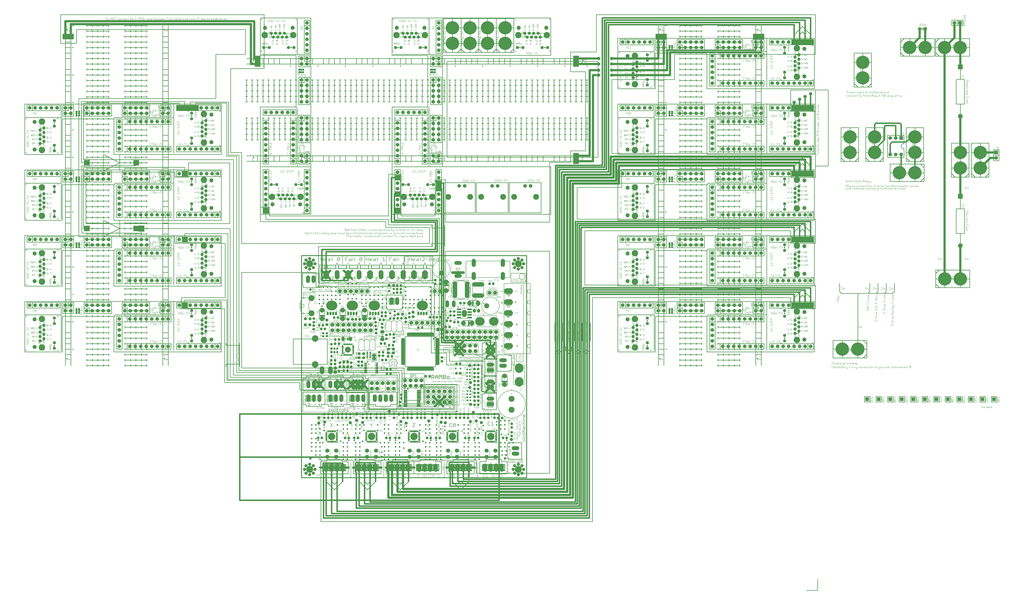
<source format=gbr>
G04 This is an RS-274x file exported by *
G04 gerbv version 2.7.0 *
G04 More information is available about gerbv at *
G04 http://gerbv.geda-project.org/ *
G04 --End of header info--*
%MOIN*%
%FSLAX36Y36*%
%IPPOS*%
G04 --Define apertures--*
%ADD10C,0.0001*%
%ADD11C,0.0250*%
%ADD12C,0.0400*%
%ADD13C,0.0100*%
%ADD14C,0.0040*%
%ADD15C,0.0050*%
%ADD16C,0.0940*%
%ADD17C,0.0510*%
%ADD18C,0.0350*%
%ADD19C,0.0572*%
%ADD20C,0.1162*%
%ADD21C,0.0729*%
%ADD22C,0.0060*%
%ADD23C,0.0038*%
%ADD24C,0.0030*%
%ADD25C,0.0120*%
%ADD26C,0.0090*%
%ADD27C,0.0070*%
%ADD28C,0.0080*%
%ADD29C,0.0020*%
%ADD30C,0.0059*%
%ADD31C,0.0118*%
%ADD32C,0.0240*%
%ADD33C,0.0176*%
%ADD34C,0.0492*%
%ADD35C,0.0010*%
%ADD36C,0.0200*%
%ADD37C,0.0295*%
%ADD38C,0.0221*%
%ADD39C,0.0140*%
%ADD40C,0.0651*%
%ADD41C,0.0650*%
%ADD42C,0.0552*%
%ADD43C,0.0347*%
%ADD44C,0.0178*%
%ADD45C,0.1186*%
%ADD46C,0.0828*%
%ADD47C,0.0540*%
%ADD48C,0.0136*%
%ADD49C,0.0474*%
%ADD50C,0.0276*%
%ADD51C,0.0493*%
%ADD52C,0.0631*%
%ADD53C,0.0792*%
%ADD54C,0.0710*%
%ADD55C,0.0720*%
%ADD56C,0.1080*%
%ADD57C,0.0356*%
%ADD58C,0.1773*%
%ADD59C,0.1580*%
%ADD60C,0.0870*%
%ADD61C,0.0243*%
%ADD62C,0.0920*%
%ADD63C,0.0580*%
%ADD64C,0.0592*%
%ADD65C,0.0780*%
%ADD66C,0.1339*%
%ADD67C,0.0395*%
%ADD68C,0.0867*%
%ADD69C,0.0210*%
%ADD70C,0.0170*%
%ADD71C,0.0130*%
%ADD72C,0.0320*%
%ADD73C,0.1261*%
%ADD74C,0.0316*%
%ADD75C,0.0300*%
%ADD76C,0.0789*%
%ADD77C,0.0671*%
%ADD78C,0.0808*%
%ADD79C,0.0496*%
%ADD80C,0.0417*%
%ADD81C,0.0160*%
%ADD82C,0.0660*%
%ADD83C,0.1060*%
%ADD84C,0.0600*%
%ADD85C,0.2362*%
%ADD86C,0.0550*%
%ADD87C,0.0800*%
%ADD88C,0.0380*%
%ADD89C,0.1870*%
%ADD90C,0.0500*%
%ADD91C,0.0280*%
%ADD92C,0.2422*%
%ADD93C,0.0610*%
%ADD94C,0.0860*%
G04 --Start main section--*
G54D10*
G36*
G01X7550000Y7775000D02*
G01X7550000Y7875000D01*
G01X7655000Y7875000D01*
G01X7655000Y7775000D01*
G01X7550000Y7775000D01*
G37*
G36*
G01X6800000Y7675000D02*
G01X6800000Y7775000D01*
G01X6905000Y7775000D01*
G01X6905000Y7675000D01*
G01X6800000Y7675000D01*
G37*
G36*
G01X6800000Y7375000D02*
G01X6800000Y7475000D01*
G01X6905000Y7475000D01*
G01X6905000Y7375000D01*
G01X6800000Y7375000D01*
G37*
G36*
G01X7550000Y7875000D02*
G01X7550000Y7975000D01*
G01X7655000Y7975000D01*
G01X7655000Y7875000D01*
G01X7550000Y7875000D01*
G37*
G36*
G01X6800000Y7975000D02*
G01X6800000Y8075000D01*
G01X6905000Y8075000D01*
G01X6905000Y7975000D01*
G01X6800000Y7975000D01*
G37*
G36*
G01X2925000Y8050000D02*
G01X2925000Y8150000D01*
G01X3030000Y8150000D01*
G01X3030000Y8050000D01*
G01X2925000Y8050000D01*
G37*
G36*
G01X1140000Y8250000D02*
G01X1140000Y8350000D01*
G01X1245000Y8350000D01*
G01X1245000Y8250000D01*
G01X1140000Y8250000D01*
G37*
G36*
G01X2040000Y8250000D02*
G01X2040000Y8350000D01*
G01X2145000Y8350000D01*
G01X2145000Y8250000D01*
G01X2040000Y8250000D01*
G37*
G36*
G01X1140000Y7050000D02*
G01X1140000Y7150000D01*
G01X1245000Y7150000D01*
G01X1245000Y7050000D01*
G01X1140000Y7050000D01*
G37*
G36*
G01X2040000Y7050000D02*
G01X2040000Y7150000D01*
G01X2145000Y7150000D01*
G01X2145000Y7050000D01*
G01X2040000Y7050000D01*
G37*
G36*
G01X2135000Y7050000D02*
G01X2135000Y7150000D01*
G01X2240000Y7150000D01*
G01X2240000Y7050000D01*
G01X2135000Y7050000D01*
G37*
G36*
G01X2825000Y9350000D02*
G01X3230000Y9350000D01*
G01X3230000Y9250000D01*
G01X2825000Y9250000D01*
G01X2825000Y9350000D01*
G37*
G36*
G01X2925000Y6850000D02*
G01X2925000Y6950000D01*
G01X3030000Y6950000D01*
G01X3030000Y6850000D01*
G01X2925000Y6850000D01*
G37*
G36*
G01X4400000Y7375000D02*
G01X4400000Y7475000D01*
G01X4505000Y7475000D01*
G01X4505000Y7375000D01*
G01X4400000Y7375000D01*
G37*
G36*
G01X2925000Y5650000D02*
G01X2925000Y5750000D01*
G01X3030000Y5750000D01*
G01X3030000Y5650000D01*
G01X2925000Y5650000D01*
G37*
G36*
G01X4250000Y10150000D02*
G01X4250000Y10250000D01*
G01X4355000Y10250000D01*
G01X4355000Y10150000D01*
G01X4250000Y10150000D01*
G37*
G36*
G01X0850000Y10550000D02*
G01X0850000Y10650000D01*
G01X0955000Y10650000D01*
G01X0955000Y10550000D01*
G01X0850000Y10550000D01*
G37*
G36*
G01X0750000Y10550000D02*
G01X0750000Y10650000D01*
G01X0855000Y10650000D01*
G01X0855000Y10550000D01*
G01X0750000Y10550000D01*
G37*
G36*
G01X4250000Y10050000D02*
G01X4250000Y10150000D01*
G01X4355000Y10150000D01*
G01X4355000Y10050000D01*
G01X4250000Y10050000D01*
G37*
G36*
G01X11550000Y10550000D02*
G01X11550000Y10650000D01*
G01X11655000Y10650000D01*
G01X11655000Y10550000D01*
G01X11550000Y10550000D01*
G37*
G36*
G01X11650000Y10550000D02*
G01X11650000Y10650000D01*
G01X11755000Y10650000D01*
G01X11755000Y10550000D01*
G01X11650000Y10550000D01*
G37*
G36*
G01X13325000Y10550000D02*
G01X13325000Y10650000D01*
G01X13430000Y10650000D01*
G01X13430000Y10550000D01*
G01X13325000Y10550000D01*
G37*
G36*
G01X13425000Y10550000D02*
G01X13425000Y10650000D01*
G01X13530000Y10650000D01*
G01X13530000Y10550000D01*
G01X13425000Y10550000D01*
G37*
G36*
G01X10050000Y10150000D02*
G01X10050000Y10250000D01*
G01X10155000Y10250000D01*
G01X10155000Y10150000D01*
G01X10050000Y10150000D01*
G37*
G36*
G01X10050000Y10050000D02*
G01X10050000Y10150000D01*
G01X10155000Y10150000D01*
G01X10155000Y10050000D01*
G01X10050000Y10050000D01*
G37*
G36*
G01X10050000Y8375000D02*
G01X10050000Y8475000D01*
G01X10155000Y8475000D01*
G01X10155000Y8375000D01*
G01X10050000Y8375000D01*
G37*
G36*
G01X10050000Y8275000D02*
G01X10050000Y8375000D01*
G01X10155000Y8375000D01*
G01X10155000Y8275000D01*
G01X10050000Y8275000D01*
G37*
G36*
G01X14325000Y10450000D02*
G01X14325000Y10550000D01*
G01X14430000Y10550000D01*
G01X14430000Y10450000D01*
G01X14325000Y10450000D01*
G37*
G36*
G01X14225000Y10450000D02*
G01X14225000Y10550000D01*
G01X14330000Y10550000D01*
G01X14330000Y10450000D01*
G01X14225000Y10450000D01*
G37*
G36*
G01X14125000Y10450000D02*
G01X14125000Y10550000D01*
G01X14230000Y10550000D01*
G01X14230000Y10450000D01*
G01X14125000Y10450000D01*
G37*
G36*
G01X14025000Y10450000D02*
G01X14025000Y10550000D01*
G01X14130000Y10550000D01*
G01X14130000Y10450000D01*
G01X14025000Y10450000D01*
G37*
G36*
G01X14325000Y8050000D02*
G01X14325000Y8150000D01*
G01X14430000Y8150000D01*
G01X14430000Y8050000D01*
G01X14325000Y8050000D01*
G37*
G36*
G01X14225000Y8050000D02*
G01X14225000Y8150000D01*
G01X14330000Y8150000D01*
G01X14330000Y8050000D01*
G01X14225000Y8050000D01*
G37*
G36*
G01X14125000Y8050000D02*
G01X14125000Y8150000D01*
G01X14230000Y8150000D01*
G01X14230000Y8050000D01*
G01X14125000Y8050000D01*
G37*
G36*
G01X14325000Y9250000D02*
G01X14325000Y9350000D01*
G01X14430000Y9350000D01*
G01X14430000Y9250000D01*
G01X14325000Y9250000D01*
G37*
G36*
G01X14225000Y9250000D02*
G01X14225000Y9350000D01*
G01X14330000Y9350000D01*
G01X14330000Y9250000D01*
G01X14225000Y9250000D01*
G37*
G36*
G01X14125000Y9250000D02*
G01X14125000Y9350000D01*
G01X14230000Y9350000D01*
G01X14230000Y9250000D01*
G01X14125000Y9250000D01*
G37*
G36*
G01X14025000Y8050000D02*
G01X14025000Y8150000D01*
G01X14130000Y8150000D01*
G01X14130000Y8050000D01*
G01X14025000Y8050000D01*
G37*
G36*
G01X14025000Y9250000D02*
G01X14025000Y9350000D01*
G01X14130000Y9350000D01*
G01X14130000Y9250000D01*
G01X14025000Y9250000D01*
G37*
G36*
G01X14325000Y6850000D02*
G01X14325000Y6950000D01*
G01X14430000Y6950000D01*
G01X14430000Y6850000D01*
G01X14325000Y6850000D01*
G37*
G36*
G01X14325000Y5650000D02*
G01X14325000Y5750000D01*
G01X14430000Y5750000D01*
G01X14430000Y5650000D01*
G01X14325000Y5650000D01*
G37*
G36*
G01X14225000Y6850000D02*
G01X14225000Y6950000D01*
G01X14330000Y6950000D01*
G01X14330000Y6850000D01*
G01X14225000Y6850000D01*
G37*
G36*
G01X14225000Y5650000D02*
G01X14225000Y5750000D01*
G01X14330000Y5750000D01*
G01X14330000Y5650000D01*
G01X14225000Y5650000D01*
G37*
G36*
G01X14125000Y5650000D02*
G01X14125000Y5750000D01*
G01X14230000Y5750000D01*
G01X14230000Y5650000D01*
G01X14125000Y5650000D01*
G37*
G36*
G01X14025000Y5650000D02*
G01X14025000Y5750000D01*
G01X14130000Y5750000D01*
G01X14130000Y5650000D01*
G01X14025000Y5650000D01*
G37*
G36*
G01X14125000Y6850000D02*
G01X14125000Y6950000D01*
G01X14230000Y6950000D01*
G01X14230000Y6850000D01*
G01X14125000Y6850000D01*
G37*
G36*
G01X14025000Y6850000D02*
G01X14025000Y6950000D01*
G01X14130000Y6950000D01*
G01X14130000Y6850000D01*
G01X14025000Y6850000D01*
G37*
G54D11*
G01X3976380Y3716540D02*
G01X8700790Y3716540D01*
G01X3976380Y2929130D02*
G01X8700790Y2929130D01*
G54D12*
G01X5440000Y2740000D02*
G01X5960000Y2740000D01*
G54D13*
G01X8150000Y2485000D02*
G01X8000000Y2335000D01*
G01X8000000Y2335000D02*
G01X7850000Y2485000D01*
G01X7850000Y2520000D02*
G01X7850000Y2485000D01*
G54D11*
G01X3976380Y2141730D02*
G01X3976380Y3716540D01*
G01X3976380Y3716540D02*
G01X3976380Y2929130D01*
G54D13*
G01X3975000Y5010000D02*
G01X3975000Y4585000D01*
G01X3975000Y4625000D02*
G01X3725000Y4625000D01*
G01X3725000Y4625000D02*
G01X3725000Y4585000D01*
G01X3975000Y4970000D02*
G01X3725000Y4970000D01*
G01X3725000Y4970000D02*
G01X3725000Y5010000D01*
G54D12*
G01X5475000Y6330000D02*
G01X5625000Y6180000D01*
G01X5625000Y6330000D02*
G01X5475000Y6180000D01*
G01X5875000Y6330000D02*
G01X6025000Y6180000D01*
G01X6025000Y6330000D02*
G01X5875000Y6180000D01*
G01X5350000Y4330000D02*
G01X5500000Y4180000D01*
G01X5500000Y4330000D02*
G01X5350000Y4180000D01*
G01X5750000Y4330000D02*
G01X5900000Y4180000D01*
G01X5900000Y4330000D02*
G01X5750000Y4180000D01*
G01X6150000Y4330000D02*
G01X6300000Y4180000D01*
G01X6300000Y4330000D02*
G01X6150000Y4180000D01*
G01X6050000Y4330000D02*
G01X6200000Y4180000D01*
G01X6200000Y4330000D02*
G01X6050000Y4180000D01*
G01X5950000Y4330000D02*
G01X6100000Y4180000D01*
G01X6100000Y4330000D02*
G01X5950000Y4180000D01*
G54D13*
G01X15233460Y4900000D02*
G01X15233460Y5916540D01*
G01X15716540Y5916540D02*
G01X15750000Y5950000D01*
G01X15750000Y5950000D02*
G01X15750000Y6100000D01*
G01X15866540Y5916540D02*
G01X15900000Y5950000D01*
G01X15900000Y5950000D02*
G01X15900000Y6100000D01*
G01X15416540Y5916540D02*
G01X15450000Y5950000D01*
G01X15450000Y5950000D02*
G01X15450000Y6100000D01*
G01X15566540Y5916540D02*
G01X15600000Y5950000D01*
G01X15600000Y5950000D02*
G01X15600000Y6100000D01*
G01X14933460Y5916540D02*
G01X15866540Y5916540D01*
G01X14933460Y5916540D02*
G01X14900000Y5950000D01*
G01X14900000Y5950000D02*
G01X14900000Y6100000D01*
G01X14500000Y0500000D02*
G01X14500000Y0700000D01*
G01X14500000Y0500000D02*
G01X14300000Y0500000D01*
G01X14460000Y8240000D02*
G01X14460000Y9625000D01*
G01X14375000Y5835000D02*
G01X14375000Y5800000D01*
G01X14375000Y7035000D02*
G01X14375000Y7000000D01*
G01X14375000Y8235000D02*
G01X14375000Y8200000D01*
G01X14175000Y5800000D02*
G01X14175000Y5835000D01*
G01X14175000Y5835000D02*
G01X14225000Y5885000D01*
G01X14225000Y5885000D02*
G01X14275000Y5835000D01*
G01X14275000Y5835000D02*
G01X14275000Y5800000D01*
G01X14075000Y5800000D02*
G01X14075000Y5835000D01*
G01X14075000Y5835000D02*
G01X14225000Y5985000D01*
G01X14225000Y5985000D02*
G01X14375000Y5835000D01*
G01X14175000Y7000000D02*
G01X14175000Y7035000D01*
G01X14075000Y7000000D02*
G01X14075000Y7035000D01*
G01X14175000Y7035000D02*
G01X14225000Y7085000D01*
G01X14075000Y7035000D02*
G01X14225000Y7185000D01*
G01X14225000Y7085000D02*
G01X14275000Y7035000D01*
G01X14225000Y7185000D02*
G01X14375000Y7035000D01*
G01X14275000Y7035000D02*
G01X14275000Y7000000D01*
G01X14175000Y8200000D02*
G01X14175000Y8235000D01*
G01X14175000Y8235000D02*
G01X14225000Y8285000D01*
G01X14225000Y8285000D02*
G01X14275000Y8235000D01*
G01X14275000Y8235000D02*
G01X14275000Y8200000D01*
G01X14075000Y8200000D02*
G01X14075000Y8235000D01*
G01X14075000Y8235000D02*
G01X14225000Y8385000D01*
G01X14225000Y8385000D02*
G01X14375000Y8235000D01*
G01X14175000Y10600000D02*
G01X14175000Y10635000D01*
G01X14175000Y10635000D02*
G01X14225000Y10685000D01*
G01X14225000Y10685000D02*
G01X14275000Y10635000D01*
G01X14275000Y10635000D02*
G01X14275000Y10600000D01*
G01X14075000Y10600000D02*
G01X14075000Y10635000D01*
G01X14075000Y10635000D02*
G01X14225000Y10785000D01*
G01X14225000Y10785000D02*
G01X14375000Y10635000D01*
G01X14375000Y10635000D02*
G01X14375000Y10600000D01*
G01X7750000Y10150000D02*
G01X7750000Y8400000D01*
G01X7750000Y8400000D02*
G01X10500000Y8400000D01*
G01X10500000Y10150000D02*
G01X7750000Y10150000D01*
G01X10500000Y8400000D02*
G01X10500000Y10150000D01*
G01X7710000Y6780000D02*
G01X7710000Y7160000D01*
G01X7710000Y6830000D02*
G01X7470000Y6830000D01*
G01X7470000Y6830000D02*
G01X7470000Y6780000D01*
G01X7710000Y7110000D02*
G01X7470000Y7110000D01*
G01X7470000Y7110000D02*
G01X7470000Y7160000D01*
G54D12*
G01X7895000Y4935000D02*
G01X8045000Y4785000D01*
G01X8045000Y4935000D02*
G01X7895000Y4785000D01*
G01X7895000Y5035000D02*
G01X8045000Y4885000D01*
G01X8045000Y5035000D02*
G01X7895000Y4885000D01*
G01X8470000Y5000000D02*
G01X8620000Y4850000D01*
G01X8620000Y5000000D02*
G01X8470000Y4850000D01*
G01X8470000Y4900000D02*
G01X8620000Y4750000D01*
G01X8620000Y4900000D02*
G01X8470000Y4750000D01*
G01X8465000Y4280000D02*
G01X8615000Y4130000D01*
G01X8615000Y4280000D02*
G01X8465000Y4130000D01*
G01X7530000Y4005000D02*
G01X7680000Y3855000D01*
G01X7680000Y4005000D02*
G01X7530000Y3855000D01*
G54D13*
G01X10070000Y5375000D02*
G01X10070000Y5050000D01*
G01X10210000Y5375000D02*
G01X10210000Y5050000D01*
G01X10360000Y5375000D02*
G01X10360000Y5050000D01*
G01X9855000Y5375000D02*
G01X9855000Y5050000D01*
G01X9715000Y5375000D02*
G01X9715000Y5050000D01*
G01X9765000Y4945000D02*
G01X9765000Y4895000D01*
G01X9805000Y4895000D02*
G01X9805000Y4945000D01*
G01X10300000Y4895000D02*
G01X10300000Y4945000D01*
G01X9945000Y4945000D02*
G01X9945000Y4895000D01*
G01X9985000Y4895000D02*
G01X9985000Y4945000D01*
G01X9730000Y4945000D02*
G01X9730000Y4875000D01*
G01X9730000Y4875000D02*
G01X9785000Y4820000D01*
G01X9765000Y4895000D02*
G01X9785000Y4875000D01*
G01X9785000Y4875000D02*
G01X9805000Y4895000D01*
G01X9785000Y4820000D02*
G01X9840000Y4875000D01*
G01X9840000Y4875000D02*
G01X9840000Y4945000D01*
G01X9910000Y4945000D02*
G01X9910000Y4875000D01*
G01X9910000Y4875000D02*
G01X9965000Y4820000D01*
G01X9965000Y4820000D02*
G01X10020000Y4875000D01*
G01X10020000Y4875000D02*
G01X10020000Y4945000D01*
G01X9945000Y4895000D02*
G01X9965000Y4875000D01*
G01X9965000Y4875000D02*
G01X9985000Y4895000D01*
G01X10125000Y4945000D02*
G01X10125000Y4895000D01*
G01X10125000Y4895000D02*
G01X10145000Y4875000D01*
G01X10145000Y4875000D02*
G01X10165000Y4895000D01*
G01X10165000Y4895000D02*
G01X10165000Y4945000D01*
G01X10090000Y4945000D02*
G01X10090000Y4875000D01*
G01X10090000Y4875000D02*
G01X10145000Y4820000D01*
G01X10145000Y4820000D02*
G01X10200000Y4875000D01*
G01X10200000Y4875000D02*
G01X10200000Y4945000D01*
G01X10260000Y4945000D02*
G01X10260000Y4895000D01*
G01X10225000Y4945000D02*
G01X10225000Y4875000D01*
G01X10335000Y4875000D02*
G01X10335000Y4945000D01*
G01X10260000Y4895000D02*
G01X10280000Y4875000D01*
G01X10280000Y4875000D02*
G01X10300000Y4895000D01*
G01X10225000Y4875000D02*
G01X10280000Y4820000D01*
G01X10280000Y4820000D02*
G01X10335000Y4875000D01*
G54D11*
G01X8700790Y3716540D02*
G01X8700790Y2141730D01*
G01X8700790Y2929130D02*
G01X8700790Y3716540D01*
G01X8700790Y2141730D02*
G01X3976380Y2141730D01*
G54D13*
G01X6350000Y2520000D02*
G01X6350000Y2485000D01*
G01X6350000Y2485000D02*
G01X6300000Y2435000D01*
G01X6450000Y2520000D02*
G01X6450000Y2485000D01*
G01X6450000Y2485000D02*
G01X6300000Y2335000D01*
G01X6300000Y2435000D02*
G01X6250000Y2485000D01*
G01X6250000Y2520000D02*
G01X6250000Y2485000D01*
G01X6300000Y2335000D02*
G01X6150000Y2485000D01*
G01X6150000Y2520000D02*
G01X6150000Y2485000D01*
G01X5750000Y2520000D02*
G01X5750000Y2485000D01*
G01X5850000Y2520000D02*
G01X5850000Y2485000D01*
G01X5750000Y2485000D02*
G01X5700000Y2435000D01*
G01X5850000Y2485000D02*
G01X5700000Y2335000D01*
G01X5700000Y2335000D02*
G01X5550000Y2485000D01*
G01X5700000Y2435000D02*
G01X5650000Y2485000D01*
G01X5650000Y2520000D02*
G01X5650000Y2485000D01*
G01X5550000Y2520000D02*
G01X5550000Y2485000D01*
G54D12*
G01X6040000Y2740000D02*
G01X6555000Y2740000D01*
G01X6640000Y2740000D02*
G01X7155000Y2740000D01*
G01X7740000Y2740000D02*
G01X8255000Y2740000D01*
G54D13*
G01X6950000Y2520000D02*
G01X6950000Y2485000D01*
G01X6950000Y2485000D02*
G01X6900000Y2435000D01*
G01X6900000Y2435000D02*
G01X6850000Y2485000D01*
G01X6850000Y2520000D02*
G01X6850000Y2485000D01*
G01X7050000Y2520000D02*
G01X7050000Y2485000D01*
G01X7050000Y2485000D02*
G01X6900000Y2335000D01*
G01X6900000Y2335000D02*
G01X6750000Y2485000D01*
G01X6750000Y2520000D02*
G01X6750000Y2485000D01*
G01X8050000Y2520000D02*
G01X8050000Y2485000D01*
G01X8050000Y2485000D02*
G01X8000000Y2435000D01*
G01X8000000Y2435000D02*
G01X7950000Y2485000D01*
G01X7950000Y2520000D02*
G01X7950000Y2485000D01*
G01X8150000Y2520000D02*
G01X8150000Y2485000D01*
G54D14*
G01X5165000Y7040000D02*
G01X5165000Y7000000D01*
G01X5190000Y7040000D02*
G01X5190000Y7000000D01*
G01X5165000Y7020000D02*
G01X5190000Y7020000D01*
G01X5207000Y7000000D02*
G01X5222000Y7000000D01*
G01X5202000Y7005000D02*
G01X5207000Y7000000D01*
G01X5202000Y7015000D02*
G01X5202000Y7005000D01*
G01X5202000Y7015000D02*
G01X5207000Y7020000D01*
G01X5207000Y7020000D02*
G01X5217000Y7020000D01*
G01X5217000Y7020000D02*
G01X5222000Y7015000D01*
G01X5202000Y7010000D02*
G01X5222000Y7010000D01*
G01X5222000Y7015000D02*
G01X5222000Y7010000D01*
G01X5249000Y7020000D02*
G01X5254000Y7015000D01*
G01X5239000Y7020000D02*
G01X5249000Y7020000D01*
G01X5234000Y7015000D02*
G01X5239000Y7020000D01*
G01X5234000Y7015000D02*
G01X5234000Y7005000D01*
G01X5234000Y7005000D02*
G01X5239000Y7000000D01*
G01X5254000Y7020000D02*
G01X5254000Y7005000D01*
G01X5254000Y7005000D02*
G01X5259000Y7000000D01*
G01X5239000Y7000000D02*
G01X5249000Y7000000D01*
G01X5249000Y7000000D02*
G01X5254000Y7005000D01*
G01X5276000Y7040000D02*
G01X5276000Y7005000D01*
G01X5276000Y7005000D02*
G01X5281000Y7000000D01*
G01X5271000Y7025000D02*
G01X5281000Y7025000D01*
G01X5324000Y7020000D02*
G01X5329000Y7015000D01*
G01X5314000Y7020000D02*
G01X5324000Y7020000D01*
G01X5309000Y7015000D02*
G01X5314000Y7020000D01*
G01X5309000Y7015000D02*
G01X5309000Y7005000D01*
G01X5309000Y7005000D02*
G01X5314000Y7000000D01*
G01X5329000Y7020000D02*
G01X5329000Y7005000D01*
G01X5329000Y7005000D02*
G01X5334000Y7000000D01*
G01X5314000Y7000000D02*
G01X5324000Y7000000D01*
G01X5324000Y7000000D02*
G01X5329000Y7005000D01*
G01X5351000Y7015000D02*
G01X5351000Y7000000D01*
G01X5351000Y7015000D02*
G01X5356000Y7020000D01*
G01X5356000Y7020000D02*
G01X5361000Y7020000D01*
G01X5361000Y7020000D02*
G01X5366000Y7015000D01*
G01X5366000Y7015000D02*
G01X5366000Y7000000D01*
G01X5346000Y7020000D02*
G01X5351000Y7015000D01*
G01X5398000Y7040000D02*
G01X5398000Y7000000D01*
G01X5393000Y7000000D02*
G01X5398000Y7005000D01*
G01X5383000Y7000000D02*
G01X5393000Y7000000D01*
G01X5378000Y7005000D02*
G01X5383000Y7000000D01*
G01X5378000Y7015000D02*
G01X5378000Y7005000D01*
G01X5378000Y7015000D02*
G01X5383000Y7020000D01*
G01X5383000Y7020000D02*
G01X5393000Y7020000D01*
G01X5393000Y7020000D02*
G01X5398000Y7015000D01*
G01X5435000Y7000000D02*
G01X5448000Y7000000D01*
G01X5428000Y7007000D02*
G01X5435000Y7000000D01*
G01X5428000Y7033000D02*
G01X5428000Y7007000D01*
G01X5428000Y7033000D02*
G01X5435000Y7040000D01*
G01X5435000Y7040000D02*
G01X5448000Y7040000D01*
G01X5460000Y7015000D02*
G01X5460000Y7005000D01*
G01X5460000Y7015000D02*
G01X5465000Y7020000D01*
G01X5465000Y7020000D02*
G01X5475000Y7020000D01*
G01X5475000Y7020000D02*
G01X5480000Y7015000D01*
G01X5480000Y7015000D02*
G01X5480000Y7005000D01*
G01X5475000Y7000000D02*
G01X5480000Y7005000D01*
G01X5465000Y7000000D02*
G01X5475000Y7000000D01*
G01X5460000Y7005000D02*
G01X5465000Y7000000D01*
G01X5492000Y7015000D02*
G01X5492000Y7005000D01*
G01X5492000Y7015000D02*
G01X5497000Y7020000D01*
G01X5497000Y7020000D02*
G01X5507000Y7020000D01*
G01X5507000Y7020000D02*
G01X5512000Y7015000D01*
G01X5512000Y7015000D02*
G01X5512000Y7005000D01*
G01X5507000Y7000000D02*
G01X5512000Y7005000D01*
G01X5497000Y7000000D02*
G01X5507000Y7000000D01*
G01X5492000Y7005000D02*
G01X5497000Y7000000D01*
G01X5524000Y7040000D02*
G01X5524000Y7005000D01*
G01X5524000Y7005000D02*
G01X5529000Y7000000D01*
G54D15*
G01X5539000Y7030000D02*
G01X5539000Y7029000D01*
G54D14*
G01X5539000Y7015000D02*
G01X5539000Y7000000D01*
G01X5554000Y7015000D02*
G01X5554000Y7000000D01*
G01X5554000Y7015000D02*
G01X5559000Y7020000D01*
G01X5559000Y7020000D02*
G01X5564000Y7020000D01*
G01X5564000Y7020000D02*
G01X5569000Y7015000D01*
G01X5569000Y7015000D02*
G01X5569000Y7000000D01*
G01X5549000Y7020000D02*
G01X5554000Y7015000D01*
G01X5596000Y7020000D02*
G01X5601000Y7015000D01*
G01X5586000Y7020000D02*
G01X5596000Y7020000D01*
G01X5581000Y7015000D02*
G01X5586000Y7020000D01*
G01X5581000Y7015000D02*
G01X5581000Y7005000D01*
G01X5581000Y7005000D02*
G01X5586000Y7000000D01*
G01X5586000Y7000000D02*
G01X5596000Y7000000D01*
G01X5596000Y7000000D02*
G01X5601000Y7005000D01*
G01X5581000Y6990000D02*
G01X5586000Y6985000D01*
G01X5586000Y6985000D02*
G01X5596000Y6985000D01*
G01X5596000Y6985000D02*
G01X5601000Y6990000D01*
G01X5601000Y7020000D02*
G01X5601000Y6990000D01*
G01X5636000Y7015000D02*
G01X5636000Y6985000D01*
G01X5631000Y7020000D02*
G01X5636000Y7015000D01*
G01X5636000Y7015000D02*
G01X5641000Y7020000D01*
G01X5641000Y7020000D02*
G01X5651000Y7020000D01*
G01X5651000Y7020000D02*
G01X5656000Y7015000D01*
G01X5656000Y7015000D02*
G01X5656000Y7005000D01*
G01X5651000Y7000000D02*
G01X5656000Y7005000D01*
G01X5641000Y7000000D02*
G01X5651000Y7000000D01*
G01X5636000Y7005000D02*
G01X5641000Y7000000D01*
G54D15*
G01X5668000Y7030000D02*
G01X5668000Y7029000D01*
G54D14*
G01X5668000Y7015000D02*
G01X5668000Y7000000D01*
G01X5683000Y7015000D02*
G01X5683000Y7000000D01*
G01X5683000Y7015000D02*
G01X5688000Y7020000D01*
G01X5688000Y7020000D02*
G01X5693000Y7020000D01*
G01X5693000Y7020000D02*
G01X5698000Y7015000D01*
G01X5698000Y7015000D02*
G01X5698000Y7000000D01*
G01X5678000Y7020000D02*
G01X5683000Y7015000D01*
G01X5715000Y7000000D02*
G01X5730000Y7000000D01*
G01X5730000Y7000000D02*
G01X5735000Y7005000D01*
G01X5730000Y7010000D02*
G01X5735000Y7005000D01*
G01X5715000Y7010000D02*
G01X5730000Y7010000D01*
G01X5710000Y7015000D02*
G01X5715000Y7010000D01*
G01X5710000Y7015000D02*
G01X5715000Y7020000D01*
G01X5715000Y7020000D02*
G01X5730000Y7020000D01*
G01X5730000Y7020000D02*
G01X5735000Y7015000D01*
G01X5710000Y7005000D02*
G01X5715000Y7000000D01*
G01X5770000Y7015000D02*
G01X5770000Y7000000D01*
G01X5770000Y7015000D02*
G01X5775000Y7020000D01*
G01X5775000Y7020000D02*
G01X5780000Y7020000D01*
G01X5780000Y7020000D02*
G01X5785000Y7015000D01*
G01X5785000Y7015000D02*
G01X5785000Y7000000D01*
G01X5785000Y7015000D02*
G01X5790000Y7020000D01*
G01X5790000Y7020000D02*
G01X5795000Y7020000D01*
G01X5795000Y7020000D02*
G01X5800000Y7015000D01*
G01X5800000Y7015000D02*
G01X5800000Y7000000D01*
G01X5765000Y7020000D02*
G01X5770000Y7015000D01*
G01X5812000Y7020000D02*
G01X5812000Y7005000D01*
G01X5812000Y7005000D02*
G01X5817000Y7000000D01*
G01X5817000Y7000000D02*
G01X5827000Y7000000D01*
G01X5827000Y7000000D02*
G01X5832000Y7005000D01*
G01X5832000Y7020000D02*
G01X5832000Y7005000D01*
G01X5849000Y7000000D02*
G01X5864000Y7000000D01*
G01X5864000Y7000000D02*
G01X5869000Y7005000D01*
G01X5864000Y7010000D02*
G01X5869000Y7005000D01*
G01X5849000Y7010000D02*
G01X5864000Y7010000D01*
G01X5844000Y7015000D02*
G01X5849000Y7010000D01*
G01X5844000Y7015000D02*
G01X5849000Y7020000D01*
G01X5849000Y7020000D02*
G01X5864000Y7020000D01*
G01X5864000Y7020000D02*
G01X5869000Y7015000D01*
G01X5844000Y7005000D02*
G01X5849000Y7000000D01*
G01X5886000Y7040000D02*
G01X5886000Y7005000D01*
G01X5886000Y7005000D02*
G01X5891000Y7000000D01*
G01X5881000Y7025000D02*
G01X5891000Y7025000D01*
G01X5919000Y7040000D02*
G01X5919000Y7000000D01*
G01X5919000Y7005000D02*
G01X5924000Y7000000D01*
G01X5924000Y7000000D02*
G01X5934000Y7000000D01*
G01X5934000Y7000000D02*
G01X5939000Y7005000D01*
G01X5939000Y7015000D02*
G01X5939000Y7005000D01*
G01X5934000Y7020000D02*
G01X5939000Y7015000D01*
G01X5924000Y7020000D02*
G01X5934000Y7020000D01*
G01X5919000Y7015000D02*
G01X5924000Y7020000D01*
G01X5956000Y7000000D02*
G01X5971000Y7000000D01*
G01X5951000Y7005000D02*
G01X5956000Y7000000D01*
G01X5951000Y7015000D02*
G01X5951000Y7005000D01*
G01X5951000Y7015000D02*
G01X5956000Y7020000D01*
G01X5956000Y7020000D02*
G01X5966000Y7020000D01*
G01X5966000Y7020000D02*
G01X5971000Y7015000D01*
G01X5951000Y7010000D02*
G01X5971000Y7010000D01*
G01X5971000Y7015000D02*
G01X5971000Y7010000D01*
G01X6006000Y7020000D02*
G01X6021000Y7020000D01*
G01X6001000Y7015000D02*
G01X6006000Y7020000D01*
G01X6001000Y7015000D02*
G01X6001000Y7005000D01*
G01X6001000Y7005000D02*
G01X6006000Y7000000D01*
G01X6006000Y7000000D02*
G01X6021000Y7000000D01*
G01X6033000Y7015000D02*
G01X6033000Y7005000D01*
G01X6033000Y7015000D02*
G01X6038000Y7020000D01*
G01X6038000Y7020000D02*
G01X6048000Y7020000D01*
G01X6048000Y7020000D02*
G01X6053000Y7015000D01*
G01X6053000Y7015000D02*
G01X6053000Y7005000D01*
G01X6048000Y7000000D02*
G01X6053000Y7005000D01*
G01X6038000Y7000000D02*
G01X6048000Y7000000D01*
G01X6033000Y7005000D02*
G01X6038000Y7000000D01*
G01X6070000Y7015000D02*
G01X6070000Y7000000D01*
G01X6070000Y7015000D02*
G01X6075000Y7020000D01*
G01X6075000Y7020000D02*
G01X6080000Y7020000D01*
G01X6080000Y7020000D02*
G01X6085000Y7015000D01*
G01X6085000Y7015000D02*
G01X6085000Y7000000D01*
G01X6065000Y7020000D02*
G01X6070000Y7015000D01*
G01X6102000Y7040000D02*
G01X6102000Y7005000D01*
G01X6102000Y7005000D02*
G01X6107000Y7000000D01*
G01X6097000Y7025000D02*
G01X6107000Y7025000D01*
G01X6122000Y7015000D02*
G01X6122000Y7000000D01*
G01X6122000Y7015000D02*
G01X6127000Y7020000D01*
G01X6127000Y7020000D02*
G01X6137000Y7020000D01*
G01X6117000Y7020000D02*
G01X6122000Y7015000D01*
G01X6149000Y7015000D02*
G01X6149000Y7005000D01*
G01X6149000Y7015000D02*
G01X6154000Y7020000D01*
G01X6154000Y7020000D02*
G01X6164000Y7020000D01*
G01X6164000Y7020000D02*
G01X6169000Y7015000D01*
G01X6169000Y7015000D02*
G01X6169000Y7005000D01*
G01X6164000Y7000000D02*
G01X6169000Y7005000D01*
G01X6154000Y7000000D02*
G01X6164000Y7000000D01*
G01X6149000Y7005000D02*
G01X6154000Y7000000D01*
G01X6181000Y7040000D02*
G01X6181000Y7005000D01*
G01X6181000Y7005000D02*
G01X6186000Y7000000D01*
G01X6196000Y7040000D02*
G01X6196000Y7005000D01*
G01X6196000Y7005000D02*
G01X6201000Y7000000D01*
G01X6216000Y7000000D02*
G01X6231000Y7000000D01*
G01X6211000Y7005000D02*
G01X6216000Y7000000D01*
G01X6211000Y7015000D02*
G01X6211000Y7005000D01*
G01X6211000Y7015000D02*
G01X6216000Y7020000D01*
G01X6216000Y7020000D02*
G01X6226000Y7020000D01*
G01X6226000Y7020000D02*
G01X6231000Y7015000D01*
G01X6211000Y7010000D02*
G01X6231000Y7010000D01*
G01X6231000Y7015000D02*
G01X6231000Y7010000D01*
G01X6263000Y7040000D02*
G01X6263000Y7000000D01*
G01X6258000Y7000000D02*
G01X6263000Y7005000D01*
G01X6248000Y7000000D02*
G01X6258000Y7000000D01*
G01X6243000Y7005000D02*
G01X6248000Y7000000D01*
G01X6243000Y7015000D02*
G01X6243000Y7005000D01*
G01X6243000Y7015000D02*
G01X6248000Y7020000D01*
G01X6248000Y7020000D02*
G01X6258000Y7020000D01*
G01X6258000Y7020000D02*
G01X6263000Y7015000D01*
G01X6308000Y7020000D02*
G01X6313000Y7015000D01*
G01X6298000Y7020000D02*
G01X6308000Y7020000D01*
G01X6293000Y7015000D02*
G01X6298000Y7020000D01*
G01X6293000Y7015000D02*
G01X6293000Y7005000D01*
G01X6293000Y7005000D02*
G01X6298000Y7000000D01*
G01X6313000Y7020000D02*
G01X6313000Y7005000D01*
G01X6313000Y7005000D02*
G01X6318000Y7000000D01*
G01X6298000Y7000000D02*
G01X6308000Y7000000D01*
G01X6308000Y7000000D02*
G01X6313000Y7005000D01*
G01X6335000Y7015000D02*
G01X6335000Y7000000D01*
G01X6335000Y7015000D02*
G01X6340000Y7020000D01*
G01X6340000Y7020000D02*
G01X6345000Y7020000D01*
G01X6345000Y7020000D02*
G01X6350000Y7015000D01*
G01X6350000Y7015000D02*
G01X6350000Y7000000D01*
G01X6330000Y7020000D02*
G01X6335000Y7015000D01*
G01X6382000Y7040000D02*
G01X6382000Y7000000D01*
G01X6377000Y7000000D02*
G01X6382000Y7005000D01*
G01X6367000Y7000000D02*
G01X6377000Y7000000D01*
G01X6362000Y7005000D02*
G01X6367000Y7000000D01*
G01X6362000Y7015000D02*
G01X6362000Y7005000D01*
G01X6362000Y7015000D02*
G01X6367000Y7020000D01*
G01X6367000Y7020000D02*
G01X6377000Y7020000D01*
G01X6377000Y7020000D02*
G01X6382000Y7015000D01*
G01X6417000Y7015000D02*
G01X6417000Y7000000D01*
G01X6417000Y7015000D02*
G01X6422000Y7020000D01*
G01X6422000Y7020000D02*
G01X6427000Y7020000D01*
G01X6427000Y7020000D02*
G01X6432000Y7015000D01*
G01X6432000Y7015000D02*
G01X6432000Y7000000D01*
G01X6412000Y7020000D02*
G01X6417000Y7015000D01*
G01X6444000Y7015000D02*
G01X6444000Y7005000D01*
G01X6444000Y7015000D02*
G01X6449000Y7020000D01*
G01X6449000Y7020000D02*
G01X6459000Y7020000D01*
G01X6459000Y7020000D02*
G01X6464000Y7015000D01*
G01X6464000Y7015000D02*
G01X6464000Y7005000D01*
G01X6459000Y7000000D02*
G01X6464000Y7005000D01*
G01X6449000Y7000000D02*
G01X6459000Y7000000D01*
G01X6444000Y7005000D02*
G01X6449000Y7000000D01*
G01X6481000Y7040000D02*
G01X6481000Y7005000D01*
G01X6481000Y7005000D02*
G01X6486000Y7000000D01*
G01X6476000Y7025000D02*
G01X6486000Y7025000D01*
G01X6519000Y7015000D02*
G01X6519000Y6985000D01*
G01X6514000Y7020000D02*
G01X6519000Y7015000D01*
G01X6519000Y7015000D02*
G01X6524000Y7020000D01*
G01X6524000Y7020000D02*
G01X6534000Y7020000D01*
G01X6534000Y7020000D02*
G01X6539000Y7015000D01*
G01X6539000Y7015000D02*
G01X6539000Y7005000D01*
G01X6534000Y7000000D02*
G01X6539000Y7005000D01*
G01X6524000Y7000000D02*
G01X6534000Y7000000D01*
G01X6519000Y7005000D02*
G01X6524000Y7000000D01*
G01X6551000Y7015000D02*
G01X6551000Y7005000D01*
G01X6551000Y7015000D02*
G01X6556000Y7020000D01*
G01X6556000Y7020000D02*
G01X6566000Y7020000D01*
G01X6566000Y7020000D02*
G01X6571000Y7015000D01*
G01X6571000Y7015000D02*
G01X6571000Y7005000D01*
G01X6566000Y7000000D02*
G01X6571000Y7005000D01*
G01X6556000Y7000000D02*
G01X6566000Y7000000D01*
G01X6551000Y7005000D02*
G01X6556000Y7000000D01*
G01X6583000Y7020000D02*
G01X6583000Y7005000D01*
G01X6583000Y7005000D02*
G01X6588000Y7000000D01*
G01X6588000Y7000000D02*
G01X6593000Y7000000D01*
G01X6593000Y7000000D02*
G01X6598000Y7005000D01*
G01X6598000Y7020000D02*
G01X6598000Y7005000D01*
G01X6598000Y7005000D02*
G01X6603000Y7000000D01*
G01X6603000Y7000000D02*
G01X6608000Y7000000D01*
G01X6608000Y7000000D02*
G01X6613000Y7005000D01*
G01X6613000Y7020000D02*
G01X6613000Y7005000D01*
G01X6630000Y7000000D02*
G01X6645000Y7000000D01*
G01X6625000Y7005000D02*
G01X6630000Y7000000D01*
G01X6625000Y7015000D02*
G01X6625000Y7005000D01*
G01X6625000Y7015000D02*
G01X6630000Y7020000D01*
G01X6630000Y7020000D02*
G01X6640000Y7020000D01*
G01X6640000Y7020000D02*
G01X6645000Y7015000D01*
G01X6625000Y7010000D02*
G01X6645000Y7010000D01*
G01X6645000Y7015000D02*
G01X6645000Y7010000D01*
G01X6662000Y7015000D02*
G01X6662000Y7000000D01*
G01X6662000Y7015000D02*
G01X6667000Y7020000D01*
G01X6667000Y7020000D02*
G01X6677000Y7020000D01*
G01X6657000Y7020000D02*
G01X6662000Y7015000D01*
G01X6707000Y7015000D02*
G01X6707000Y7005000D01*
G01X6707000Y7015000D02*
G01X6712000Y7020000D01*
G01X6712000Y7020000D02*
G01X6722000Y7020000D01*
G01X6722000Y7020000D02*
G01X6727000Y7015000D01*
G01X6727000Y7015000D02*
G01X6727000Y7005000D01*
G01X6722000Y7000000D02*
G01X6727000Y7005000D01*
G01X6712000Y7000000D02*
G01X6722000Y7000000D01*
G01X6707000Y7005000D02*
G01X6712000Y7000000D01*
G01X6744000Y7015000D02*
G01X6744000Y7000000D01*
G01X6744000Y7015000D02*
G01X6749000Y7020000D01*
G01X6749000Y7020000D02*
G01X6759000Y7020000D01*
G01X6739000Y7020000D02*
G01X6744000Y7015000D01*
G01X6804000Y7020000D02*
G01X6809000Y7015000D01*
G01X6794000Y7020000D02*
G01X6804000Y7020000D01*
G01X6789000Y7015000D02*
G01X6794000Y7020000D01*
G01X6789000Y7015000D02*
G01X6789000Y7005000D01*
G01X6789000Y7005000D02*
G01X6794000Y7000000D01*
G01X6794000Y7000000D02*
G01X6804000Y7000000D01*
G01X6804000Y7000000D02*
G01X6809000Y7005000D01*
G01X6789000Y6990000D02*
G01X6794000Y6985000D01*
G01X6794000Y6985000D02*
G01X6804000Y6985000D01*
G01X6804000Y6985000D02*
G01X6809000Y6990000D01*
G01X6809000Y7020000D02*
G01X6809000Y6990000D01*
G01X6826000Y7015000D02*
G01X6826000Y7000000D01*
G01X6826000Y7015000D02*
G01X6831000Y7020000D01*
G01X6831000Y7020000D02*
G01X6841000Y7020000D01*
G01X6821000Y7020000D02*
G01X6826000Y7015000D01*
G01X6853000Y7015000D02*
G01X6853000Y7005000D01*
G01X6853000Y7015000D02*
G01X6858000Y7020000D01*
G01X6858000Y7020000D02*
G01X6868000Y7020000D01*
G01X6868000Y7020000D02*
G01X6873000Y7015000D01*
G01X6873000Y7015000D02*
G01X6873000Y7005000D01*
G01X6868000Y7000000D02*
G01X6873000Y7005000D01*
G01X6858000Y7000000D02*
G01X6868000Y7000000D01*
G01X6853000Y7005000D02*
G01X6858000Y7000000D01*
G01X6885000Y7020000D02*
G01X6885000Y7005000D01*
G01X6885000Y7005000D02*
G01X6890000Y7000000D01*
G01X6890000Y7000000D02*
G01X6900000Y7000000D01*
G01X6900000Y7000000D02*
G01X6905000Y7005000D01*
G01X6905000Y7020000D02*
G01X6905000Y7005000D01*
G01X6922000Y7015000D02*
G01X6922000Y7000000D01*
G01X6922000Y7015000D02*
G01X6927000Y7020000D01*
G01X6927000Y7020000D02*
G01X6932000Y7020000D01*
G01X6932000Y7020000D02*
G01X6937000Y7015000D01*
G01X6937000Y7015000D02*
G01X6937000Y7000000D01*
G01X6917000Y7020000D02*
G01X6922000Y7015000D01*
G01X6969000Y7040000D02*
G01X6969000Y7000000D01*
G01X6964000Y7000000D02*
G01X6969000Y7005000D01*
G01X6954000Y7000000D02*
G01X6964000Y7000000D01*
G01X6949000Y7005000D02*
G01X6954000Y7000000D01*
G01X6949000Y7015000D02*
G01X6949000Y7005000D01*
G01X6949000Y7015000D02*
G01X6954000Y7020000D01*
G01X6954000Y7020000D02*
G01X6964000Y7020000D01*
G01X6964000Y7020000D02*
G01X6969000Y7015000D01*
G01X7004000Y7020000D02*
G01X7019000Y7020000D01*
G01X6999000Y7015000D02*
G01X7004000Y7020000D01*
G01X6999000Y7015000D02*
G01X6999000Y7005000D01*
G01X6999000Y7005000D02*
G01X7004000Y7000000D01*
G01X7004000Y7000000D02*
G01X7019000Y7000000D01*
G01X7031000Y7015000D02*
G01X7031000Y7005000D01*
G01X7031000Y7015000D02*
G01X7036000Y7020000D01*
G01X7036000Y7020000D02*
G01X7046000Y7020000D01*
G01X7046000Y7020000D02*
G01X7051000Y7015000D01*
G01X7051000Y7015000D02*
G01X7051000Y7005000D01*
G01X7046000Y7000000D02*
G01X7051000Y7005000D01*
G01X7036000Y7000000D02*
G01X7046000Y7000000D01*
G01X7031000Y7005000D02*
G01X7036000Y7000000D01*
G01X7068000Y7015000D02*
G01X7068000Y7000000D01*
G01X7068000Y7015000D02*
G01X7073000Y7020000D01*
G01X7073000Y7020000D02*
G01X7078000Y7020000D01*
G01X7078000Y7020000D02*
G01X7083000Y7015000D01*
G01X7083000Y7015000D02*
G01X7083000Y7000000D01*
G01X7063000Y7020000D02*
G01X7068000Y7015000D01*
G01X7100000Y7015000D02*
G01X7100000Y7000000D01*
G01X7100000Y7015000D02*
G01X7105000Y7020000D01*
G01X7105000Y7020000D02*
G01X7110000Y7020000D01*
G01X7110000Y7020000D02*
G01X7115000Y7015000D01*
G01X7115000Y7015000D02*
G01X7115000Y7000000D01*
G01X7095000Y7020000D02*
G01X7100000Y7015000D01*
G01X7132000Y7000000D02*
G01X7147000Y7000000D01*
G01X7127000Y7005000D02*
G01X7132000Y7000000D01*
G01X7127000Y7015000D02*
G01X7127000Y7005000D01*
G01X7127000Y7015000D02*
G01X7132000Y7020000D01*
G01X7132000Y7020000D02*
G01X7142000Y7020000D01*
G01X7142000Y7020000D02*
G01X7147000Y7015000D01*
G01X7127000Y7010000D02*
G01X7147000Y7010000D01*
G01X7147000Y7015000D02*
G01X7147000Y7010000D01*
G01X7164000Y7020000D02*
G01X7179000Y7020000D01*
G01X7159000Y7015000D02*
G01X7164000Y7020000D01*
G01X7159000Y7015000D02*
G01X7159000Y7005000D01*
G01X7159000Y7005000D02*
G01X7164000Y7000000D01*
G01X7164000Y7000000D02*
G01X7179000Y7000000D01*
G01X7196000Y7040000D02*
G01X7196000Y7005000D01*
G01X7196000Y7005000D02*
G01X7201000Y7000000D01*
G01X7191000Y7025000D02*
G01X7201000Y7025000D01*
G54D15*
G01X7211000Y7030000D02*
G01X7211000Y7029000D01*
G54D14*
G01X7211000Y7015000D02*
G01X7211000Y7000000D01*
G01X7221000Y7015000D02*
G01X7221000Y7005000D01*
G01X7221000Y7015000D02*
G01X7226000Y7020000D01*
G01X7226000Y7020000D02*
G01X7236000Y7020000D01*
G01X7236000Y7020000D02*
G01X7241000Y7015000D01*
G01X7241000Y7015000D02*
G01X7241000Y7005000D01*
G01X7236000Y7000000D02*
G01X7241000Y7005000D01*
G01X7226000Y7000000D02*
G01X7236000Y7000000D01*
G01X7221000Y7005000D02*
G01X7226000Y7000000D01*
G01X7258000Y7015000D02*
G01X7258000Y7000000D01*
G01X7258000Y7015000D02*
G01X7263000Y7020000D01*
G01X7263000Y7020000D02*
G01X7268000Y7020000D01*
G01X7268000Y7020000D02*
G01X7273000Y7015000D01*
G01X7273000Y7015000D02*
G01X7273000Y7000000D01*
G01X7253000Y7020000D02*
G01X7258000Y7015000D01*
G01X7290000Y7000000D02*
G01X7305000Y7000000D01*
G01X7305000Y7000000D02*
G01X7310000Y7005000D01*
G01X7305000Y7010000D02*
G01X7310000Y7005000D01*
G01X7290000Y7010000D02*
G01X7305000Y7010000D01*
G01X7285000Y7015000D02*
G01X7290000Y7010000D01*
G01X7285000Y7015000D02*
G01X7290000Y7020000D01*
G01X7290000Y7020000D02*
G01X7305000Y7020000D01*
G01X7305000Y7020000D02*
G01X7310000Y7015000D01*
G01X7285000Y7005000D02*
G01X7290000Y7000000D01*
G01X7322000Y7000000D02*
G01X7327000Y7000000D01*
G01X5920000Y6985000D02*
G01X5940000Y6985000D01*
G01X5930000Y6985000D02*
G01X5930000Y6945000D01*
G01X5952000Y6985000D02*
G01X5952000Y6945000D01*
G01X5952000Y6960000D02*
G01X5957000Y6965000D01*
G01X5957000Y6965000D02*
G01X5967000Y6965000D01*
G01X5967000Y6965000D02*
G01X5972000Y6960000D01*
G01X5972000Y6960000D02*
G01X5972000Y6945000D01*
G01X5989000Y6945000D02*
G01X6004000Y6945000D01*
G01X5984000Y6950000D02*
G01X5989000Y6945000D01*
G01X5984000Y6960000D02*
G01X5984000Y6950000D01*
G01X5984000Y6960000D02*
G01X5989000Y6965000D01*
G01X5989000Y6965000D02*
G01X5999000Y6965000D01*
G01X5999000Y6965000D02*
G01X6004000Y6960000D01*
G01X5984000Y6955000D02*
G01X6004000Y6955000D01*
G01X6004000Y6960000D02*
G01X6004000Y6955000D01*
G01X6021000Y6960000D02*
G01X6021000Y6945000D01*
G01X6021000Y6960000D02*
G01X6026000Y6965000D01*
G01X6026000Y6965000D02*
G01X6036000Y6965000D01*
G01X6016000Y6965000D02*
G01X6021000Y6960000D01*
G01X6053000Y6960000D02*
G01X6053000Y6945000D01*
G01X6053000Y6960000D02*
G01X6058000Y6965000D01*
G01X6058000Y6965000D02*
G01X6063000Y6965000D01*
G01X6063000Y6965000D02*
G01X6068000Y6960000D01*
G01X6068000Y6960000D02*
G01X6068000Y6945000D01*
G01X6068000Y6960000D02*
G01X6073000Y6965000D01*
G01X6073000Y6965000D02*
G01X6078000Y6965000D01*
G01X6078000Y6965000D02*
G01X6083000Y6960000D01*
G01X6083000Y6960000D02*
G01X6083000Y6945000D01*
G01X6048000Y6965000D02*
G01X6053000Y6960000D01*
G54D15*
G01X6095000Y6975000D02*
G01X6095000Y6974000D01*
G54D14*
G01X6095000Y6960000D02*
G01X6095000Y6945000D01*
G01X6110000Y6945000D02*
G01X6125000Y6945000D01*
G01X6125000Y6945000D02*
G01X6130000Y6950000D01*
G01X6125000Y6955000D02*
G01X6130000Y6950000D01*
G01X6110000Y6955000D02*
G01X6125000Y6955000D01*
G01X6105000Y6960000D02*
G01X6110000Y6955000D01*
G01X6105000Y6960000D02*
G01X6110000Y6965000D01*
G01X6110000Y6965000D02*
G01X6125000Y6965000D01*
G01X6125000Y6965000D02*
G01X6130000Y6960000D01*
G01X6105000Y6950000D02*
G01X6110000Y6945000D01*
G01X6147000Y6985000D02*
G01X6147000Y6950000D01*
G01X6147000Y6950000D02*
G01X6152000Y6945000D01*
G01X6142000Y6970000D02*
G01X6152000Y6970000D01*
G01X6162000Y6960000D02*
G01X6162000Y6950000D01*
G01X6162000Y6960000D02*
G01X6167000Y6965000D01*
G01X6167000Y6965000D02*
G01X6177000Y6965000D01*
G01X6177000Y6965000D02*
G01X6182000Y6960000D01*
G01X6182000Y6960000D02*
G01X6182000Y6950000D01*
G01X6177000Y6945000D02*
G01X6182000Y6950000D01*
G01X6167000Y6945000D02*
G01X6177000Y6945000D01*
G01X6162000Y6950000D02*
G01X6167000Y6945000D01*
G01X6199000Y6960000D02*
G01X6199000Y6945000D01*
G01X6199000Y6960000D02*
G01X6204000Y6965000D01*
G01X6204000Y6965000D02*
G01X6214000Y6965000D01*
G01X6194000Y6965000D02*
G01X6199000Y6960000D01*
G01X6244000Y6965000D02*
G01X6244000Y6950000D01*
G01X6244000Y6950000D02*
G01X6249000Y6945000D01*
G01X6249000Y6945000D02*
G01X6254000Y6945000D01*
G01X6254000Y6945000D02*
G01X6259000Y6950000D01*
G01X6259000Y6965000D02*
G01X6259000Y6950000D01*
G01X6259000Y6950000D02*
G01X6264000Y6945000D01*
G01X6264000Y6945000D02*
G01X6269000Y6945000D01*
G01X6269000Y6945000D02*
G01X6274000Y6950000D01*
G01X6274000Y6965000D02*
G01X6274000Y6950000D01*
G54D15*
G01X6286000Y6975000D02*
G01X6286000Y6974000D01*
G54D14*
G01X6286000Y6960000D02*
G01X6286000Y6945000D01*
G01X6301000Y6960000D02*
G01X6301000Y6945000D01*
G01X6301000Y6960000D02*
G01X6306000Y6965000D01*
G01X6306000Y6965000D02*
G01X6316000Y6965000D01*
G01X6296000Y6965000D02*
G01X6301000Y6960000D01*
G01X6333000Y6945000D02*
G01X6348000Y6945000D01*
G01X6328000Y6950000D02*
G01X6333000Y6945000D01*
G01X6328000Y6960000D02*
G01X6328000Y6950000D01*
G01X6328000Y6960000D02*
G01X6333000Y6965000D01*
G01X6333000Y6965000D02*
G01X6343000Y6965000D01*
G01X6343000Y6965000D02*
G01X6348000Y6960000D01*
G01X6328000Y6955000D02*
G01X6348000Y6955000D01*
G01X6348000Y6960000D02*
G01X6348000Y6955000D01*
G01X6365000Y6945000D02*
G01X6380000Y6945000D01*
G01X6380000Y6945000D02*
G01X6385000Y6950000D01*
G01X6380000Y6955000D02*
G01X6385000Y6950000D01*
G01X6365000Y6955000D02*
G01X6380000Y6955000D01*
G01X6360000Y6960000D02*
G01X6365000Y6955000D01*
G01X6360000Y6960000D02*
G01X6365000Y6965000D01*
G01X6365000Y6965000D02*
G01X6380000Y6965000D01*
G01X6380000Y6965000D02*
G01X6385000Y6960000D01*
G01X6360000Y6950000D02*
G01X6365000Y6945000D01*
G01X6420000Y6960000D02*
G01X6420000Y6945000D01*
G01X6420000Y6960000D02*
G01X6425000Y6965000D01*
G01X6425000Y6965000D02*
G01X6430000Y6965000D01*
G01X6430000Y6965000D02*
G01X6435000Y6960000D01*
G01X6435000Y6960000D02*
G01X6435000Y6945000D01*
G01X6435000Y6960000D02*
G01X6440000Y6965000D01*
G01X6440000Y6965000D02*
G01X6445000Y6965000D01*
G01X6445000Y6965000D02*
G01X6450000Y6960000D01*
G01X6450000Y6960000D02*
G01X6450000Y6945000D01*
G01X6415000Y6965000D02*
G01X6420000Y6960000D01*
G01X6462000Y6965000D02*
G01X6462000Y6950000D01*
G01X6462000Y6950000D02*
G01X6467000Y6945000D01*
G01X6467000Y6945000D02*
G01X6477000Y6945000D01*
G01X6477000Y6945000D02*
G01X6482000Y6950000D01*
G01X6482000Y6965000D02*
G01X6482000Y6950000D01*
G01X6499000Y6945000D02*
G01X6514000Y6945000D01*
G01X6514000Y6945000D02*
G01X6519000Y6950000D01*
G01X6514000Y6955000D02*
G01X6519000Y6950000D01*
G01X6499000Y6955000D02*
G01X6514000Y6955000D01*
G01X6494000Y6960000D02*
G01X6499000Y6955000D01*
G01X6494000Y6960000D02*
G01X6499000Y6965000D01*
G01X6499000Y6965000D02*
G01X6514000Y6965000D01*
G01X6514000Y6965000D02*
G01X6519000Y6960000D01*
G01X6494000Y6950000D02*
G01X6499000Y6945000D01*
G01X6536000Y6985000D02*
G01X6536000Y6950000D01*
G01X6536000Y6950000D02*
G01X6541000Y6945000D01*
G01X6531000Y6970000D02*
G01X6541000Y6970000D01*
G01X6574000Y6965000D02*
G01X6589000Y6965000D01*
G01X6569000Y6960000D02*
G01X6574000Y6965000D01*
G01X6569000Y6960000D02*
G01X6569000Y6950000D01*
G01X6569000Y6950000D02*
G01X6574000Y6945000D01*
G01X6574000Y6945000D02*
G01X6589000Y6945000D01*
G01X6601000Y6960000D02*
G01X6601000Y6950000D01*
G01X6601000Y6960000D02*
G01X6606000Y6965000D01*
G01X6606000Y6965000D02*
G01X6616000Y6965000D01*
G01X6616000Y6965000D02*
G01X6621000Y6960000D01*
G01X6621000Y6960000D02*
G01X6621000Y6950000D01*
G01X6616000Y6945000D02*
G01X6621000Y6950000D01*
G01X6606000Y6945000D02*
G01X6616000Y6945000D01*
G01X6601000Y6950000D02*
G01X6606000Y6945000D01*
G01X6638000Y6960000D02*
G01X6638000Y6945000D01*
G01X6638000Y6960000D02*
G01X6643000Y6965000D01*
G01X6643000Y6965000D02*
G01X6648000Y6965000D01*
G01X6648000Y6965000D02*
G01X6653000Y6960000D01*
G01X6653000Y6960000D02*
G01X6653000Y6945000D01*
G01X6633000Y6965000D02*
G01X6638000Y6960000D01*
G01X6670000Y6960000D02*
G01X6670000Y6945000D01*
G01X6670000Y6960000D02*
G01X6675000Y6965000D01*
G01X6675000Y6965000D02*
G01X6680000Y6965000D01*
G01X6680000Y6965000D02*
G01X6685000Y6960000D01*
G01X6685000Y6960000D02*
G01X6685000Y6945000D01*
G01X6665000Y6965000D02*
G01X6670000Y6960000D01*
G01X6702000Y6945000D02*
G01X6717000Y6945000D01*
G01X6697000Y6950000D02*
G01X6702000Y6945000D01*
G01X6697000Y6960000D02*
G01X6697000Y6950000D01*
G01X6697000Y6960000D02*
G01X6702000Y6965000D01*
G01X6702000Y6965000D02*
G01X6712000Y6965000D01*
G01X6712000Y6965000D02*
G01X6717000Y6960000D01*
G01X6697000Y6955000D02*
G01X6717000Y6955000D01*
G01X6717000Y6960000D02*
G01X6717000Y6955000D01*
G01X6734000Y6965000D02*
G01X6749000Y6965000D01*
G01X6729000Y6960000D02*
G01X6734000Y6965000D01*
G01X6729000Y6960000D02*
G01X6729000Y6950000D01*
G01X6729000Y6950000D02*
G01X6734000Y6945000D01*
G01X6734000Y6945000D02*
G01X6749000Y6945000D01*
G01X6766000Y6985000D02*
G01X6766000Y6950000D01*
G01X6766000Y6950000D02*
G01X6771000Y6945000D01*
G01X6761000Y6970000D02*
G01X6771000Y6970000D01*
G01X6804000Y6985000D02*
G01X6804000Y6950000D01*
G01X6804000Y6950000D02*
G01X6809000Y6945000D01*
G01X6799000Y6970000D02*
G01X6809000Y6970000D01*
G01X6819000Y6960000D02*
G01X6819000Y6950000D01*
G01X6819000Y6960000D02*
G01X6824000Y6965000D01*
G01X6824000Y6965000D02*
G01X6834000Y6965000D01*
G01X6834000Y6965000D02*
G01X6839000Y6960000D01*
G01X6839000Y6960000D02*
G01X6839000Y6950000D01*
G01X6834000Y6945000D02*
G01X6839000Y6950000D01*
G01X6824000Y6945000D02*
G01X6834000Y6945000D01*
G01X6819000Y6950000D02*
G01X6824000Y6945000D01*
G01X6869000Y6965000D02*
G01X6869000Y6950000D01*
G01X6869000Y6950000D02*
G01X6874000Y6945000D01*
G01X6874000Y6945000D02*
G01X6884000Y6945000D01*
G01X6884000Y6945000D02*
G01X6889000Y6950000D01*
G01X6889000Y6965000D02*
G01X6889000Y6950000D01*
G01X6906000Y6960000D02*
G01X6906000Y6945000D01*
G01X6906000Y6960000D02*
G01X6911000Y6965000D01*
G01X6911000Y6965000D02*
G01X6916000Y6965000D01*
G01X6916000Y6965000D02*
G01X6921000Y6960000D01*
G01X6921000Y6960000D02*
G01X6921000Y6945000D01*
G01X6901000Y6965000D02*
G01X6906000Y6960000D01*
G01X6948000Y6965000D02*
G01X6953000Y6960000D01*
G01X6938000Y6965000D02*
G01X6948000Y6965000D01*
G01X6933000Y6960000D02*
G01X6938000Y6965000D01*
G01X6933000Y6960000D02*
G01X6933000Y6950000D01*
G01X6933000Y6950000D02*
G01X6938000Y6945000D01*
G01X6938000Y6945000D02*
G01X6948000Y6945000D01*
G01X6948000Y6945000D02*
G01X6953000Y6950000D01*
G01X6933000Y6935000D02*
G01X6938000Y6930000D01*
G01X6938000Y6930000D02*
G01X6948000Y6930000D01*
G01X6948000Y6930000D02*
G01X6953000Y6935000D01*
G01X6953000Y6965000D02*
G01X6953000Y6935000D01*
G01X6970000Y6960000D02*
G01X6970000Y6945000D01*
G01X6970000Y6960000D02*
G01X6975000Y6965000D01*
G01X6975000Y6965000D02*
G01X6985000Y6965000D01*
G01X6965000Y6965000D02*
G01X6970000Y6960000D01*
G01X6997000Y6960000D02*
G01X6997000Y6950000D01*
G01X6997000Y6960000D02*
G01X7002000Y6965000D01*
G01X7002000Y6965000D02*
G01X7012000Y6965000D01*
G01X7012000Y6965000D02*
G01X7017000Y6960000D01*
G01X7017000Y6960000D02*
G01X7017000Y6950000D01*
G01X7012000Y6945000D02*
G01X7017000Y6950000D01*
G01X7002000Y6945000D02*
G01X7012000Y6945000D01*
G01X6997000Y6950000D02*
G01X7002000Y6945000D01*
G01X7029000Y6965000D02*
G01X7029000Y6950000D01*
G01X7029000Y6950000D02*
G01X7034000Y6945000D01*
G01X7034000Y6945000D02*
G01X7044000Y6945000D01*
G01X7044000Y6945000D02*
G01X7049000Y6950000D01*
G01X7049000Y6965000D02*
G01X7049000Y6950000D01*
G01X7066000Y6960000D02*
G01X7066000Y6945000D01*
G01X7066000Y6960000D02*
G01X7071000Y6965000D01*
G01X7071000Y6965000D02*
G01X7076000Y6965000D01*
G01X7076000Y6965000D02*
G01X7081000Y6960000D01*
G01X7081000Y6960000D02*
G01X7081000Y6945000D01*
G01X7061000Y6965000D02*
G01X7066000Y6960000D01*
G01X7113000Y6985000D02*
G01X7113000Y6945000D01*
G01X7108000Y6945000D02*
G01X7113000Y6950000D01*
G01X7098000Y6945000D02*
G01X7108000Y6945000D01*
G01X7093000Y6950000D02*
G01X7098000Y6945000D01*
G01X7093000Y6960000D02*
G01X7093000Y6950000D01*
G01X7093000Y6960000D02*
G01X7098000Y6965000D01*
G01X7098000Y6965000D02*
G01X7108000Y6965000D01*
G01X7108000Y6965000D02*
G01X7113000Y6960000D01*
G01X7130000Y6945000D02*
G01X7145000Y6945000D01*
G01X7125000Y6950000D02*
G01X7130000Y6945000D01*
G01X7125000Y6960000D02*
G01X7125000Y6950000D01*
G01X7125000Y6960000D02*
G01X7130000Y6965000D01*
G01X7130000Y6965000D02*
G01X7140000Y6965000D01*
G01X7140000Y6965000D02*
G01X7145000Y6960000D01*
G01X7125000Y6955000D02*
G01X7145000Y6955000D01*
G01X7145000Y6960000D02*
G01X7145000Y6955000D01*
G01X7177000Y6985000D02*
G01X7177000Y6945000D01*
G01X7172000Y6945000D02*
G01X7177000Y6950000D01*
G01X7162000Y6945000D02*
G01X7172000Y6945000D01*
G01X7157000Y6950000D02*
G01X7162000Y6945000D01*
G01X7157000Y6960000D02*
G01X7157000Y6950000D01*
G01X7157000Y6960000D02*
G01X7162000Y6965000D01*
G01X7162000Y6965000D02*
G01X7172000Y6965000D01*
G01X7172000Y6965000D02*
G01X7177000Y6960000D01*
G01X7212000Y6960000D02*
G01X7212000Y6930000D01*
G01X7207000Y6965000D02*
G01X7212000Y6960000D01*
G01X7212000Y6960000D02*
G01X7217000Y6965000D01*
G01X7217000Y6965000D02*
G01X7227000Y6965000D01*
G01X7227000Y6965000D02*
G01X7232000Y6960000D01*
G01X7232000Y6960000D02*
G01X7232000Y6950000D01*
G01X7227000Y6945000D02*
G01X7232000Y6950000D01*
G01X7217000Y6945000D02*
G01X7227000Y6945000D01*
G01X7212000Y6950000D02*
G01X7217000Y6945000D01*
G54D15*
G01X7244000Y6975000D02*
G01X7244000Y6974000D01*
G54D14*
G01X7244000Y6960000D02*
G01X7244000Y6945000D01*
G01X7259000Y6960000D02*
G01X7259000Y6945000D01*
G01X7259000Y6960000D02*
G01X7264000Y6965000D01*
G01X7264000Y6965000D02*
G01X7269000Y6965000D01*
G01X7269000Y6965000D02*
G01X7274000Y6960000D01*
G01X7274000Y6960000D02*
G01X7274000Y6945000D01*
G01X7254000Y6965000D02*
G01X7259000Y6960000D01*
G01X7291000Y6945000D02*
G01X7306000Y6945000D01*
G01X7306000Y6945000D02*
G01X7311000Y6950000D01*
G01X7306000Y6955000D02*
G01X7311000Y6950000D01*
G01X7291000Y6955000D02*
G01X7306000Y6955000D01*
G01X7286000Y6960000D02*
G01X7291000Y6955000D01*
G01X7286000Y6960000D02*
G01X7291000Y6965000D01*
G01X7291000Y6965000D02*
G01X7306000Y6965000D01*
G01X7306000Y6965000D02*
G01X7311000Y6960000D01*
G01X7286000Y6950000D02*
G01X7291000Y6945000D01*
G01X7323000Y6945000D02*
G01X7328000Y6945000D01*
G01X5890000Y7060000D02*
G01X5910000Y7060000D01*
G01X5910000Y7060000D02*
G01X5915000Y7065000D01*
G01X5915000Y7077000D02*
G01X5915000Y7065000D01*
G01X5910000Y7082000D02*
G01X5915000Y7077000D01*
G01X5895000Y7082000D02*
G01X5910000Y7082000D01*
G01X5895000Y7100000D02*
G01X5895000Y7060000D01*
G01X5890000Y7100000D02*
G01X5910000Y7100000D01*
G01X5910000Y7100000D02*
G01X5915000Y7095000D01*
G01X5915000Y7095000D02*
G01X5915000Y7087000D01*
G01X5910000Y7082000D02*
G01X5915000Y7087000D01*
G01X5932000Y7060000D02*
G01X5947000Y7060000D01*
G01X5927000Y7065000D02*
G01X5932000Y7060000D01*
G01X5927000Y7075000D02*
G01X5927000Y7065000D01*
G01X5927000Y7075000D02*
G01X5932000Y7080000D01*
G01X5932000Y7080000D02*
G01X5942000Y7080000D01*
G01X5942000Y7080000D02*
G01X5947000Y7075000D01*
G01X5927000Y7070000D02*
G01X5947000Y7070000D01*
G01X5947000Y7075000D02*
G01X5947000Y7070000D01*
G01X5979000Y7100000D02*
G01X5979000Y7060000D01*
G01X5974000Y7060000D02*
G01X5979000Y7065000D01*
G01X5964000Y7060000D02*
G01X5974000Y7060000D01*
G01X5959000Y7065000D02*
G01X5964000Y7060000D01*
G01X5959000Y7075000D02*
G01X5959000Y7065000D01*
G01X5959000Y7075000D02*
G01X5964000Y7080000D01*
G01X5964000Y7080000D02*
G01X5974000Y7080000D01*
G01X5974000Y7080000D02*
G01X5979000Y7075000D01*
G01X6009000Y7100000D02*
G01X6009000Y7060000D01*
G01X6009000Y7075000D02*
G01X6014000Y7080000D01*
G01X6014000Y7080000D02*
G01X6024000Y7080000D01*
G01X6024000Y7080000D02*
G01X6029000Y7075000D01*
G01X6029000Y7075000D02*
G01X6029000Y7060000D01*
G01X6046000Y7060000D02*
G01X6061000Y7060000D01*
G01X6041000Y7065000D02*
G01X6046000Y7060000D01*
G01X6041000Y7075000D02*
G01X6041000Y7065000D01*
G01X6041000Y7075000D02*
G01X6046000Y7080000D01*
G01X6046000Y7080000D02*
G01X6056000Y7080000D01*
G01X6056000Y7080000D02*
G01X6061000Y7075000D01*
G01X6041000Y7070000D02*
G01X6061000Y7070000D01*
G01X6061000Y7075000D02*
G01X6061000Y7070000D01*
G01X6088000Y7080000D02*
G01X6093000Y7075000D01*
G01X6078000Y7080000D02*
G01X6088000Y7080000D01*
G01X6073000Y7075000D02*
G01X6078000Y7080000D01*
G01X6073000Y7075000D02*
G01X6073000Y7065000D01*
G01X6073000Y7065000D02*
G01X6078000Y7060000D01*
G01X6093000Y7080000D02*
G01X6093000Y7065000D01*
G01X6093000Y7065000D02*
G01X6098000Y7060000D01*
G01X6078000Y7060000D02*
G01X6088000Y7060000D01*
G01X6088000Y7060000D02*
G01X6093000Y7065000D01*
G01X6115000Y7100000D02*
G01X6115000Y7065000D01*
G01X6115000Y7065000D02*
G01X6120000Y7060000D01*
G01X6110000Y7085000D02*
G01X6120000Y7085000D01*
G01X6153000Y7060000D02*
G01X6168000Y7060000D01*
G01X6148000Y7065000D02*
G01X6153000Y7060000D01*
G01X6148000Y7075000D02*
G01X6148000Y7065000D01*
G01X6148000Y7075000D02*
G01X6153000Y7080000D01*
G01X6153000Y7080000D02*
G01X6163000Y7080000D01*
G01X6163000Y7080000D02*
G01X6168000Y7075000D01*
G01X6148000Y7070000D02*
G01X6168000Y7070000D01*
G01X6168000Y7075000D02*
G01X6168000Y7070000D01*
G54D15*
G01X6180000Y7090000D02*
G01X6180000Y7089000D01*
G54D14*
G01X6180000Y7075000D02*
G01X6180000Y7060000D01*
G01X6195000Y7100000D02*
G01X6195000Y7065000D01*
G01X6195000Y7065000D02*
G01X6200000Y7060000D01*
G01X6190000Y7085000D02*
G01X6200000Y7085000D01*
G01X6210000Y7100000D02*
G01X6210000Y7060000D01*
G01X6210000Y7075000D02*
G01X6215000Y7080000D01*
G01X6215000Y7080000D02*
G01X6225000Y7080000D01*
G01X6225000Y7080000D02*
G01X6230000Y7075000D01*
G01X6230000Y7075000D02*
G01X6230000Y7060000D01*
G01X6247000Y7060000D02*
G01X6262000Y7060000D01*
G01X6242000Y7065000D02*
G01X6247000Y7060000D01*
G01X6242000Y7075000D02*
G01X6242000Y7065000D01*
G01X6242000Y7075000D02*
G01X6247000Y7080000D01*
G01X6247000Y7080000D02*
G01X6257000Y7080000D01*
G01X6257000Y7080000D02*
G01X6262000Y7075000D01*
G01X6242000Y7070000D02*
G01X6262000Y7070000D01*
G01X6262000Y7075000D02*
G01X6262000Y7070000D01*
G01X6279000Y7075000D02*
G01X6279000Y7060000D01*
G01X6279000Y7075000D02*
G01X6284000Y7080000D01*
G01X6284000Y7080000D02*
G01X6294000Y7080000D01*
G01X6274000Y7080000D02*
G01X6279000Y7075000D01*
G01X6329000Y7080000D02*
G01X6344000Y7080000D01*
G01X6324000Y7075000D02*
G01X6329000Y7080000D01*
G01X6324000Y7075000D02*
G01X6324000Y7065000D01*
G01X6324000Y7065000D02*
G01X6329000Y7060000D01*
G01X6329000Y7060000D02*
G01X6344000Y7060000D01*
G01X6356000Y7075000D02*
G01X6356000Y7065000D01*
G01X6356000Y7075000D02*
G01X6361000Y7080000D01*
G01X6361000Y7080000D02*
G01X6371000Y7080000D01*
G01X6371000Y7080000D02*
G01X6376000Y7075000D01*
G01X6376000Y7075000D02*
G01X6376000Y7065000D01*
G01X6371000Y7060000D02*
G01X6376000Y7065000D01*
G01X6361000Y7060000D02*
G01X6371000Y7060000D01*
G01X6356000Y7065000D02*
G01X6361000Y7060000D01*
G01X6393000Y7075000D02*
G01X6393000Y7060000D01*
G01X6393000Y7075000D02*
G01X6398000Y7080000D01*
G01X6398000Y7080000D02*
G01X6403000Y7080000D01*
G01X6403000Y7080000D02*
G01X6408000Y7075000D01*
G01X6408000Y7075000D02*
G01X6408000Y7060000D01*
G01X6388000Y7080000D02*
G01X6393000Y7075000D01*
G01X6425000Y7075000D02*
G01X6425000Y7060000D01*
G01X6425000Y7075000D02*
G01X6430000Y7080000D01*
G01X6430000Y7080000D02*
G01X6435000Y7080000D01*
G01X6435000Y7080000D02*
G01X6440000Y7075000D01*
G01X6440000Y7075000D02*
G01X6440000Y7060000D01*
G01X6420000Y7080000D02*
G01X6425000Y7075000D01*
G01X6457000Y7060000D02*
G01X6472000Y7060000D01*
G01X6452000Y7065000D02*
G01X6457000Y7060000D01*
G01X6452000Y7075000D02*
G01X6452000Y7065000D01*
G01X6452000Y7075000D02*
G01X6457000Y7080000D01*
G01X6457000Y7080000D02*
G01X6467000Y7080000D01*
G01X6467000Y7080000D02*
G01X6472000Y7075000D01*
G01X6452000Y7070000D02*
G01X6472000Y7070000D01*
G01X6472000Y7075000D02*
G01X6472000Y7070000D01*
G01X6489000Y7080000D02*
G01X6504000Y7080000D01*
G01X6484000Y7075000D02*
G01X6489000Y7080000D01*
G01X6484000Y7075000D02*
G01X6484000Y7065000D01*
G01X6484000Y7065000D02*
G01X6489000Y7060000D01*
G01X6489000Y7060000D02*
G01X6504000Y7060000D01*
G01X6521000Y7100000D02*
G01X6521000Y7065000D01*
G01X6521000Y7065000D02*
G01X6526000Y7060000D01*
G01X6516000Y7085000D02*
G01X6526000Y7085000D01*
G01X6541000Y7060000D02*
G01X6556000Y7060000D01*
G01X6556000Y7060000D02*
G01X6561000Y7065000D01*
G01X6556000Y7070000D02*
G01X6561000Y7065000D01*
G01X6541000Y7070000D02*
G01X6556000Y7070000D01*
G01X6536000Y7075000D02*
G01X6541000Y7070000D01*
G01X6536000Y7075000D02*
G01X6541000Y7080000D01*
G01X6541000Y7080000D02*
G01X6556000Y7080000D01*
G01X6556000Y7080000D02*
G01X6561000Y7075000D01*
G01X6536000Y7065000D02*
G01X6541000Y7060000D01*
G01X6611000Y7100000D02*
G01X6611000Y7060000D01*
G01X6606000Y7060000D02*
G01X6611000Y7065000D01*
G01X6596000Y7060000D02*
G01X6606000Y7060000D01*
G01X6591000Y7065000D02*
G01X6596000Y7060000D01*
G01X6591000Y7075000D02*
G01X6591000Y7065000D01*
G01X6591000Y7075000D02*
G01X6596000Y7080000D01*
G01X6596000Y7080000D02*
G01X6606000Y7080000D01*
G01X6606000Y7080000D02*
G01X6611000Y7075000D01*
G54D15*
G01X6623000Y7090000D02*
G01X6623000Y7089000D01*
G54D14*
G01X6623000Y7075000D02*
G01X6623000Y7060000D01*
G01X6638000Y7075000D02*
G01X6638000Y7060000D01*
G01X6638000Y7075000D02*
G01X6643000Y7080000D01*
G01X6643000Y7080000D02*
G01X6653000Y7080000D01*
G01X6633000Y7080000D02*
G01X6638000Y7075000D01*
G01X6670000Y7060000D02*
G01X6685000Y7060000D01*
G01X6665000Y7065000D02*
G01X6670000Y7060000D01*
G01X6665000Y7075000D02*
G01X6665000Y7065000D01*
G01X6665000Y7075000D02*
G01X6670000Y7080000D01*
G01X6670000Y7080000D02*
G01X6680000Y7080000D01*
G01X6680000Y7080000D02*
G01X6685000Y7075000D01*
G01X6665000Y7070000D02*
G01X6685000Y7070000D01*
G01X6685000Y7075000D02*
G01X6685000Y7070000D01*
G01X6702000Y7080000D02*
G01X6717000Y7080000D01*
G01X6697000Y7075000D02*
G01X6702000Y7080000D01*
G01X6697000Y7075000D02*
G01X6697000Y7065000D01*
G01X6697000Y7065000D02*
G01X6702000Y7060000D01*
G01X6702000Y7060000D02*
G01X6717000Y7060000D01*
G01X6734000Y7100000D02*
G01X6734000Y7065000D01*
G01X6734000Y7065000D02*
G01X6739000Y7060000D01*
G01X6729000Y7085000D02*
G01X6739000Y7085000D01*
G01X6749000Y7100000D02*
G01X6749000Y7065000D01*
G01X6749000Y7065000D02*
G01X6754000Y7060000D01*
G01X6764000Y7080000D02*
G01X6764000Y7065000D01*
G01X6764000Y7065000D02*
G01X6769000Y7060000D01*
G01X6784000Y7080000D02*
G01X6784000Y7050000D01*
G01X6779000Y7045000D02*
G01X6784000Y7050000D01*
G01X6769000Y7045000D02*
G01X6779000Y7045000D01*
G01X6764000Y7050000D02*
G01X6769000Y7045000D01*
G01X6769000Y7060000D02*
G01X6779000Y7060000D01*
G01X6779000Y7060000D02*
G01X6784000Y7065000D01*
G01X6819000Y7100000D02*
G01X6819000Y7065000D01*
G01X6819000Y7065000D02*
G01X6824000Y7060000D01*
G01X6814000Y7085000D02*
G01X6824000Y7085000D01*
G01X6834000Y7075000D02*
G01X6834000Y7065000D01*
G01X6834000Y7075000D02*
G01X6839000Y7080000D01*
G01X6839000Y7080000D02*
G01X6849000Y7080000D01*
G01X6849000Y7080000D02*
G01X6854000Y7075000D01*
G01X6854000Y7075000D02*
G01X6854000Y7065000D01*
G01X6849000Y7060000D02*
G01X6854000Y7065000D01*
G01X6839000Y7060000D02*
G01X6849000Y7060000D01*
G01X6834000Y7065000D02*
G01X6839000Y7060000D01*
G01X6904000Y7100000D02*
G01X6909000Y7095000D01*
G01X6889000Y7100000D02*
G01X6904000Y7100000D01*
G01X6884000Y7095000D02*
G01X6889000Y7100000D01*
G01X6884000Y7095000D02*
G01X6884000Y7085000D01*
G01X6884000Y7085000D02*
G01X6889000Y7080000D01*
G01X6889000Y7080000D02*
G01X6904000Y7080000D01*
G01X6904000Y7080000D02*
G01X6909000Y7075000D01*
G01X6909000Y7075000D02*
G01X6909000Y7065000D01*
G01X6904000Y7060000D02*
G01X6909000Y7065000D01*
G01X6889000Y7060000D02*
G01X6904000Y7060000D01*
G01X6884000Y7065000D02*
G01X6889000Y7060000D01*
G01X6921000Y7100000D02*
G01X6921000Y7065000D01*
G01X6921000Y7065000D02*
G01X6926000Y7060000D01*
G01X6951000Y7080000D02*
G01X6956000Y7075000D01*
G01X6941000Y7080000D02*
G01X6951000Y7080000D01*
G01X6936000Y7075000D02*
G01X6941000Y7080000D01*
G01X6936000Y7075000D02*
G01X6936000Y7065000D01*
G01X6936000Y7065000D02*
G01X6941000Y7060000D01*
G01X6956000Y7080000D02*
G01X6956000Y7065000D01*
G01X6956000Y7065000D02*
G01X6961000Y7060000D01*
G01X6941000Y7060000D02*
G01X6951000Y7060000D01*
G01X6951000Y7060000D02*
G01X6956000Y7065000D01*
G01X6973000Y7100000D02*
G01X6973000Y7060000D01*
G01X6973000Y7065000D02*
G01X6978000Y7060000D01*
G01X6978000Y7060000D02*
G01X6988000Y7060000D01*
G01X6988000Y7060000D02*
G01X6993000Y7065000D01*
G01X6993000Y7075000D02*
G01X6993000Y7065000D01*
G01X6988000Y7080000D02*
G01X6993000Y7075000D01*
G01X6978000Y7080000D02*
G01X6988000Y7080000D01*
G01X6973000Y7075000D02*
G01X6978000Y7080000D01*
G01X7023000Y7075000D02*
G01X7023000Y7065000D01*
G01X7023000Y7075000D02*
G01X7028000Y7080000D01*
G01X7028000Y7080000D02*
G01X7038000Y7080000D01*
G01X7038000Y7080000D02*
G01X7043000Y7075000D01*
G01X7043000Y7075000D02*
G01X7043000Y7065000D01*
G01X7038000Y7060000D02*
G01X7043000Y7065000D01*
G01X7028000Y7060000D02*
G01X7038000Y7060000D01*
G01X7023000Y7065000D02*
G01X7028000Y7060000D01*
G01X7060000Y7075000D02*
G01X7060000Y7060000D01*
G01X7060000Y7075000D02*
G01X7065000Y7080000D01*
G01X7065000Y7080000D02*
G01X7075000Y7080000D01*
G01X7055000Y7080000D02*
G01X7060000Y7075000D01*
G01X7110000Y7100000D02*
G01X7110000Y7065000D01*
G01X7110000Y7065000D02*
G01X7115000Y7060000D01*
G01X7105000Y7085000D02*
G01X7115000Y7085000D01*
G01X7125000Y7075000D02*
G01X7125000Y7065000D01*
G01X7125000Y7075000D02*
G01X7130000Y7080000D01*
G01X7130000Y7080000D02*
G01X7140000Y7080000D01*
G01X7140000Y7080000D02*
G01X7145000Y7075000D01*
G01X7145000Y7075000D02*
G01X7145000Y7065000D01*
G01X7140000Y7060000D02*
G01X7145000Y7065000D01*
G01X7130000Y7060000D02*
G01X7140000Y7060000D01*
G01X7125000Y7065000D02*
G01X7130000Y7060000D01*
G01X7180000Y7075000D02*
G01X7180000Y7060000D01*
G01X7180000Y7075000D02*
G01X7185000Y7080000D01*
G01X7185000Y7080000D02*
G01X7195000Y7080000D01*
G01X7175000Y7080000D02*
G01X7180000Y7075000D01*
G01X7212000Y7060000D02*
G01X7227000Y7060000D01*
G01X7207000Y7065000D02*
G01X7212000Y7060000D01*
G01X7207000Y7075000D02*
G01X7207000Y7065000D01*
G01X7207000Y7075000D02*
G01X7212000Y7080000D01*
G01X7212000Y7080000D02*
G01X7222000Y7080000D01*
G01X7222000Y7080000D02*
G01X7227000Y7075000D01*
G01X7207000Y7070000D02*
G01X7227000Y7070000D01*
G01X7227000Y7075000D02*
G01X7227000Y7070000D01*
G01X7239000Y7100000D02*
G01X7239000Y7065000D01*
G01X7239000Y7065000D02*
G01X7244000Y7060000D01*
G01X7269000Y7080000D02*
G01X7274000Y7075000D01*
G01X7259000Y7080000D02*
G01X7269000Y7080000D01*
G01X7254000Y7075000D02*
G01X7259000Y7080000D01*
G01X7254000Y7075000D02*
G01X7254000Y7065000D01*
G01X7254000Y7065000D02*
G01X7259000Y7060000D01*
G01X7274000Y7080000D02*
G01X7274000Y7065000D01*
G01X7274000Y7065000D02*
G01X7279000Y7060000D01*
G01X7259000Y7060000D02*
G01X7269000Y7060000D01*
G01X7269000Y7060000D02*
G01X7274000Y7065000D01*
G01X7291000Y7080000D02*
G01X7291000Y7065000D01*
G01X7291000Y7065000D02*
G01X7296000Y7060000D01*
G01X7311000Y7080000D02*
G01X7311000Y7050000D01*
G01X7306000Y7045000D02*
G01X7311000Y7050000D01*
G01X7296000Y7045000D02*
G01X7306000Y7045000D01*
G01X7291000Y7050000D02*
G01X7296000Y7045000D01*
G01X7296000Y7060000D02*
G01X7306000Y7060000D01*
G01X7306000Y7060000D02*
G01X7311000Y7065000D01*
G01X7323000Y7060000D02*
G01X7328000Y7060000D01*
G01X7660000Y6860000D02*
G01X7660000Y6840000D01*
G01X7660000Y6850000D02*
G01X7700000Y6850000D01*
G01X7685000Y6872000D02*
G01X7695000Y6872000D01*
G01X7685000Y6872000D02*
G01X7680000Y6877000D01*
G01X7680000Y6887000D02*
G01X7680000Y6877000D01*
G01X7680000Y6887000D02*
G01X7685000Y6892000D01*
G01X7685000Y6892000D02*
G01X7695000Y6892000D01*
G01X7700000Y6887000D02*
G01X7695000Y6892000D01*
G01X7700000Y6887000D02*
G01X7700000Y6877000D01*
G01X7695000Y6872000D02*
G01X7700000Y6877000D01*
G01X7685000Y6904000D02*
G01X7695000Y6904000D01*
G01X7685000Y6904000D02*
G01X7680000Y6909000D01*
G01X7680000Y6919000D02*
G01X7680000Y6909000D01*
G01X7680000Y6919000D02*
G01X7685000Y6924000D01*
G01X7685000Y6924000D02*
G01X7695000Y6924000D01*
G01X7700000Y6919000D02*
G01X7695000Y6924000D01*
G01X7700000Y6919000D02*
G01X7700000Y6909000D01*
G01X7695000Y6904000D02*
G01X7700000Y6909000D01*
G01X7660000Y6936000D02*
G01X7695000Y6936000D01*
G01X7695000Y6936000D02*
G01X7700000Y6941000D01*
G01X7700000Y6971000D02*
G01X7700000Y6951000D01*
G01X7660000Y7003000D02*
G01X7665000Y7008000D01*
G01X7660000Y7003000D02*
G01X7660000Y6988000D01*
G01X7665000Y6983000D02*
G01X7660000Y6988000D01*
G01X7665000Y6983000D02*
G01X7675000Y6983000D01*
G01X7675000Y6983000D02*
G01X7680000Y6988000D01*
G01X7680000Y7003000D02*
G01X7680000Y6988000D01*
G01X7680000Y7003000D02*
G01X7685000Y7008000D01*
G01X7685000Y7008000D02*
G01X7695000Y7008000D01*
G01X7700000Y7003000D02*
G01X7695000Y7008000D01*
G01X7700000Y7003000D02*
G01X7700000Y6988000D01*
G01X7695000Y6983000D02*
G01X7700000Y6988000D01*
G01X7660000Y7020000D02*
G01X7695000Y7020000D01*
G01X7695000Y7020000D02*
G01X7700000Y7025000D01*
G01X7680000Y7050000D02*
G01X7685000Y7055000D01*
G01X7680000Y7050000D02*
G01X7680000Y7040000D01*
G01X7685000Y7035000D02*
G01X7680000Y7040000D01*
G01X7685000Y7035000D02*
G01X7695000Y7035000D01*
G01X7695000Y7035000D02*
G01X7700000Y7040000D01*
G01X7680000Y7055000D02*
G01X7695000Y7055000D01*
G01X7695000Y7055000D02*
G01X7700000Y7060000D01*
G01X7700000Y7050000D02*
G01X7700000Y7040000D01*
G01X7700000Y7050000D02*
G01X7695000Y7055000D01*
G01X7660000Y7072000D02*
G01X7700000Y7072000D01*
G01X7695000Y7072000D02*
G01X7700000Y7077000D01*
G01X7700000Y7087000D02*
G01X7700000Y7077000D01*
G01X7700000Y7087000D02*
G01X7695000Y7092000D01*
G01X7685000Y7092000D02*
G01X7695000Y7092000D01*
G01X7680000Y7087000D02*
G01X7685000Y7092000D01*
G01X7680000Y7087000D02*
G01X7680000Y7077000D01*
G01X7685000Y7072000D02*
G01X7680000Y7077000D01*
G01X1545000Y10945000D02*
G01X1545000Y10905000D01*
G01X1558000Y10945000D02*
G01X1565000Y10938000D01*
G01X1565000Y10938000D02*
G01X1565000Y10912000D01*
G01X1558000Y10905000D02*
G01X1565000Y10912000D01*
G01X1540000Y10905000D02*
G01X1558000Y10905000D01*
G01X1540000Y10945000D02*
G01X1558000Y10945000D01*
G01X1577000Y10920000D02*
G01X1577000Y10910000D01*
G01X1577000Y10920000D02*
G01X1582000Y10925000D01*
G01X1582000Y10925000D02*
G01X1592000Y10925000D01*
G01X1592000Y10925000D02*
G01X1597000Y10920000D01*
G01X1597000Y10920000D02*
G01X1597000Y10910000D01*
G01X1592000Y10905000D02*
G01X1597000Y10910000D01*
G01X1582000Y10905000D02*
G01X1592000Y10905000D01*
G01X1577000Y10910000D02*
G01X1582000Y10905000D01*
G01X1627000Y10945000D02*
G01X1627000Y10905000D01*
G01X1627000Y10945000D02*
G01X1652000Y10905000D01*
G01X1652000Y10945000D02*
G01X1652000Y10905000D01*
G01X1664000Y10940000D02*
G01X1664000Y10910000D01*
G01X1664000Y10940000D02*
G01X1669000Y10945000D01*
G01X1669000Y10945000D02*
G01X1679000Y10945000D01*
G01X1679000Y10945000D02*
G01X1684000Y10940000D01*
G01X1684000Y10940000D02*
G01X1684000Y10910000D01*
G01X1679000Y10905000D02*
G01X1684000Y10910000D01*
G01X1669000Y10905000D02*
G01X1679000Y10905000D01*
G01X1664000Y10910000D02*
G01X1669000Y10905000D01*
G01X1696000Y10945000D02*
G01X1716000Y10945000D01*
G01X1706000Y10945000D02*
G01X1706000Y10905000D01*
G01X1751000Y10925000D02*
G01X1766000Y10925000D01*
G01X1746000Y10920000D02*
G01X1751000Y10925000D01*
G01X1746000Y10920000D02*
G01X1746000Y10910000D01*
G01X1746000Y10910000D02*
G01X1751000Y10905000D01*
G01X1751000Y10905000D02*
G01X1766000Y10905000D01*
G01X1778000Y10920000D02*
G01X1778000Y10910000D01*
G01X1778000Y10920000D02*
G01X1783000Y10925000D01*
G01X1783000Y10925000D02*
G01X1793000Y10925000D01*
G01X1793000Y10925000D02*
G01X1798000Y10920000D01*
G01X1798000Y10920000D02*
G01X1798000Y10910000D01*
G01X1793000Y10905000D02*
G01X1798000Y10910000D01*
G01X1783000Y10905000D02*
G01X1793000Y10905000D01*
G01X1778000Y10910000D02*
G01X1783000Y10905000D01*
G01X1815000Y10920000D02*
G01X1815000Y10905000D01*
G01X1815000Y10920000D02*
G01X1820000Y10925000D01*
G01X1820000Y10925000D02*
G01X1825000Y10925000D01*
G01X1825000Y10925000D02*
G01X1830000Y10920000D01*
G01X1830000Y10920000D02*
G01X1830000Y10905000D01*
G01X1810000Y10925000D02*
G01X1815000Y10920000D01*
G01X1847000Y10920000D02*
G01X1847000Y10905000D01*
G01X1847000Y10920000D02*
G01X1852000Y10925000D01*
G01X1852000Y10925000D02*
G01X1857000Y10925000D01*
G01X1857000Y10925000D02*
G01X1862000Y10920000D01*
G01X1862000Y10920000D02*
G01X1862000Y10905000D01*
G01X1842000Y10925000D02*
G01X1847000Y10920000D01*
G01X1879000Y10905000D02*
G01X1894000Y10905000D01*
G01X1874000Y10910000D02*
G01X1879000Y10905000D01*
G01X1874000Y10920000D02*
G01X1874000Y10910000D01*
G01X1874000Y10920000D02*
G01X1879000Y10925000D01*
G01X1879000Y10925000D02*
G01X1889000Y10925000D01*
G01X1889000Y10925000D02*
G01X1894000Y10920000D01*
G01X1874000Y10915000D02*
G01X1894000Y10915000D01*
G01X1894000Y10920000D02*
G01X1894000Y10915000D01*
G01X1911000Y10925000D02*
G01X1926000Y10925000D01*
G01X1906000Y10920000D02*
G01X1911000Y10925000D01*
G01X1906000Y10920000D02*
G01X1906000Y10910000D01*
G01X1906000Y10910000D02*
G01X1911000Y10905000D01*
G01X1911000Y10905000D02*
G01X1926000Y10905000D01*
G01X1943000Y10945000D02*
G01X1943000Y10910000D01*
G01X1943000Y10910000D02*
G01X1948000Y10905000D01*
G01X1938000Y10930000D02*
G01X1948000Y10930000D01*
G01X1976000Y10945000D02*
G01X1986000Y10905000D01*
G01X1986000Y10905000D02*
G01X1996000Y10945000D01*
G01X2013000Y10905000D02*
G01X2028000Y10905000D01*
G01X2008000Y10910000D02*
G01X2013000Y10905000D01*
G01X2008000Y10920000D02*
G01X2008000Y10910000D01*
G01X2008000Y10920000D02*
G01X2013000Y10925000D01*
G01X2013000Y10925000D02*
G01X2023000Y10925000D01*
G01X2023000Y10925000D02*
G01X2028000Y10920000D01*
G01X2008000Y10915000D02*
G01X2028000Y10915000D01*
G01X2028000Y10920000D02*
G01X2028000Y10915000D01*
G01X2040000Y10925000D02*
G01X2060000Y10905000D01*
G01X2040000Y10905000D02*
G01X2060000Y10925000D01*
G01X2077000Y10945000D02*
G01X2077000Y10910000D01*
G01X2077000Y10910000D02*
G01X2082000Y10905000D01*
G01X2072000Y10930000D02*
G01X2082000Y10930000D01*
G01X2092000Y10910000D02*
G01X2122000Y10940000D01*
G01X2154000Y10945000D02*
G01X2159000Y10940000D01*
G01X2139000Y10945000D02*
G01X2154000Y10945000D01*
G01X2134000Y10940000D02*
G01X2139000Y10945000D01*
G01X2134000Y10940000D02*
G01X2134000Y10910000D01*
G01X2134000Y10910000D02*
G01X2139000Y10905000D01*
G01X2139000Y10905000D02*
G01X2154000Y10905000D01*
G01X2154000Y10905000D02*
G01X2159000Y10910000D01*
G01X2159000Y10920000D02*
G01X2159000Y10910000D01*
G01X2154000Y10925000D02*
G01X2159000Y10920000D01*
G01X2144000Y10925000D02*
G01X2154000Y10925000D01*
G01X2171000Y10945000D02*
G01X2171000Y10905000D01*
G01X2171000Y10945000D02*
G01X2196000Y10905000D01*
G01X2196000Y10945000D02*
G01X2196000Y10905000D01*
G01X2213000Y10945000D02*
G01X2213000Y10905000D01*
G01X2226000Y10945000D02*
G01X2233000Y10938000D01*
G01X2233000Y10938000D02*
G01X2233000Y10912000D01*
G01X2226000Y10905000D02*
G01X2233000Y10912000D01*
G01X2208000Y10905000D02*
G01X2226000Y10905000D01*
G01X2208000Y10945000D02*
G01X2226000Y10945000D01*
G01X2268000Y10920000D02*
G01X2268000Y10905000D01*
G01X2268000Y10920000D02*
G01X2273000Y10925000D01*
G01X2273000Y10925000D02*
G01X2283000Y10925000D01*
G01X2263000Y10925000D02*
G01X2268000Y10920000D01*
G01X2310000Y10925000D02*
G01X2315000Y10920000D01*
G01X2300000Y10925000D02*
G01X2310000Y10925000D01*
G01X2295000Y10920000D02*
G01X2300000Y10925000D01*
G01X2295000Y10920000D02*
G01X2295000Y10910000D01*
G01X2295000Y10910000D02*
G01X2300000Y10905000D01*
G01X2315000Y10925000D02*
G01X2315000Y10910000D01*
G01X2315000Y10910000D02*
G01X2320000Y10905000D01*
G01X2300000Y10905000D02*
G01X2310000Y10905000D01*
G01X2310000Y10905000D02*
G01X2315000Y10910000D01*
G54D15*
G01X2332000Y10935000D02*
G01X2332000Y10934000D01*
G54D14*
G01X2332000Y10920000D02*
G01X2332000Y10905000D01*
G01X2342000Y10945000D02*
G01X2342000Y10910000D01*
G01X2342000Y10910000D02*
G01X2347000Y10905000D01*
G01X2362000Y10905000D02*
G01X2377000Y10905000D01*
G01X2377000Y10905000D02*
G01X2382000Y10910000D01*
G01X2377000Y10915000D02*
G01X2382000Y10910000D01*
G01X2362000Y10915000D02*
G01X2377000Y10915000D01*
G01X2357000Y10920000D02*
G01X2362000Y10915000D01*
G01X2357000Y10920000D02*
G01X2362000Y10925000D01*
G01X2362000Y10925000D02*
G01X2377000Y10925000D01*
G01X2377000Y10925000D02*
G01X2382000Y10920000D01*
G01X2357000Y10910000D02*
G01X2362000Y10905000D01*
G01X2412000Y10945000D02*
G01X2412000Y10905000D01*
G01X2412000Y10910000D02*
G01X2417000Y10905000D01*
G01X2417000Y10905000D02*
G01X2427000Y10905000D01*
G01X2427000Y10905000D02*
G01X2432000Y10910000D01*
G01X2432000Y10920000D02*
G01X2432000Y10910000D01*
G01X2427000Y10925000D02*
G01X2432000Y10920000D01*
G01X2417000Y10925000D02*
G01X2427000Y10925000D01*
G01X2412000Y10920000D02*
G01X2417000Y10925000D01*
G01X2449000Y10905000D02*
G01X2464000Y10905000D01*
G01X2444000Y10910000D02*
G01X2449000Y10905000D01*
G01X2444000Y10920000D02*
G01X2444000Y10910000D01*
G01X2444000Y10920000D02*
G01X2449000Y10925000D01*
G01X2449000Y10925000D02*
G01X2459000Y10925000D01*
G01X2459000Y10925000D02*
G01X2464000Y10920000D01*
G01X2444000Y10915000D02*
G01X2464000Y10915000D01*
G01X2464000Y10920000D02*
G01X2464000Y10915000D01*
G01X2481000Y10945000D02*
G01X2481000Y10910000D01*
G01X2481000Y10910000D02*
G01X2486000Y10905000D01*
G01X2476000Y10930000D02*
G01X2486000Y10930000D01*
G01X2496000Y10925000D02*
G01X2496000Y10910000D01*
G01X2496000Y10910000D02*
G01X2501000Y10905000D01*
G01X2501000Y10905000D02*
G01X2506000Y10905000D01*
G01X2506000Y10905000D02*
G01X2511000Y10910000D01*
G01X2511000Y10925000D02*
G01X2511000Y10910000D01*
G01X2511000Y10910000D02*
G01X2516000Y10905000D01*
G01X2516000Y10905000D02*
G01X2521000Y10905000D01*
G01X2521000Y10905000D02*
G01X2526000Y10910000D01*
G01X2526000Y10925000D02*
G01X2526000Y10910000D01*
G01X2543000Y10905000D02*
G01X2558000Y10905000D01*
G01X2538000Y10910000D02*
G01X2543000Y10905000D01*
G01X2538000Y10920000D02*
G01X2538000Y10910000D01*
G01X2538000Y10920000D02*
G01X2543000Y10925000D01*
G01X2543000Y10925000D02*
G01X2553000Y10925000D01*
G01X2553000Y10925000D02*
G01X2558000Y10920000D01*
G01X2538000Y10915000D02*
G01X2558000Y10915000D01*
G01X2558000Y10920000D02*
G01X2558000Y10915000D01*
G01X2575000Y10905000D02*
G01X2590000Y10905000D01*
G01X2570000Y10910000D02*
G01X2575000Y10905000D01*
G01X2570000Y10920000D02*
G01X2570000Y10910000D01*
G01X2570000Y10920000D02*
G01X2575000Y10925000D01*
G01X2575000Y10925000D02*
G01X2585000Y10925000D01*
G01X2585000Y10925000D02*
G01X2590000Y10920000D01*
G01X2570000Y10915000D02*
G01X2590000Y10915000D01*
G01X2590000Y10920000D02*
G01X2590000Y10915000D01*
G01X2607000Y10920000D02*
G01X2607000Y10905000D01*
G01X2607000Y10920000D02*
G01X2612000Y10925000D01*
G01X2612000Y10925000D02*
G01X2617000Y10925000D01*
G01X2617000Y10925000D02*
G01X2622000Y10920000D01*
G01X2622000Y10920000D02*
G01X2622000Y10905000D01*
G01X2602000Y10925000D02*
G01X2607000Y10920000D01*
G01X2652000Y10945000D02*
G01X2672000Y10945000D01*
G01X2662000Y10945000D02*
G01X2662000Y10905000D01*
G01X2684000Y10920000D02*
G01X2684000Y10910000D01*
G01X2684000Y10920000D02*
G01X2689000Y10925000D01*
G01X2689000Y10925000D02*
G01X2699000Y10925000D01*
G01X2699000Y10925000D02*
G01X2704000Y10920000D01*
G01X2704000Y10920000D02*
G01X2704000Y10910000D01*
G01X2699000Y10905000D02*
G01X2704000Y10910000D01*
G01X2689000Y10905000D02*
G01X2699000Y10905000D01*
G01X2684000Y10910000D02*
G01X2689000Y10905000D01*
G01X2716000Y10920000D02*
G01X2716000Y10910000D01*
G01X2716000Y10920000D02*
G01X2721000Y10925000D01*
G01X2721000Y10925000D02*
G01X2731000Y10925000D01*
G01X2731000Y10925000D02*
G01X2736000Y10920000D01*
G01X2736000Y10920000D02*
G01X2736000Y10910000D01*
G01X2731000Y10905000D02*
G01X2736000Y10910000D01*
G01X2721000Y10905000D02*
G01X2731000Y10905000D01*
G01X2716000Y10910000D02*
G01X2721000Y10905000D01*
G01X2748000Y10945000D02*
G01X2748000Y10910000D01*
G01X2748000Y10910000D02*
G01X2753000Y10905000D01*
G01X2763000Y10905000D02*
G01X2783000Y10905000D01*
G01X2815000Y10945000D02*
G01X2820000Y10940000D01*
G01X2800000Y10945000D02*
G01X2815000Y10945000D01*
G01X2795000Y10940000D02*
G01X2800000Y10945000D01*
G01X2795000Y10940000D02*
G01X2795000Y10930000D01*
G01X2795000Y10930000D02*
G01X2800000Y10925000D01*
G01X2800000Y10925000D02*
G01X2815000Y10925000D01*
G01X2815000Y10925000D02*
G01X2820000Y10920000D01*
G01X2820000Y10920000D02*
G01X2820000Y10910000D01*
G01X2815000Y10905000D02*
G01X2820000Y10910000D01*
G01X2800000Y10905000D02*
G01X2815000Y10905000D01*
G01X2795000Y10910000D02*
G01X2800000Y10905000D01*
G01X2832000Y10945000D02*
G01X2832000Y10910000D01*
G01X2832000Y10910000D02*
G01X2837000Y10905000D01*
G01X2862000Y10925000D02*
G01X2867000Y10920000D01*
G01X2852000Y10925000D02*
G01X2862000Y10925000D01*
G01X2847000Y10920000D02*
G01X2852000Y10925000D01*
G01X2847000Y10920000D02*
G01X2847000Y10910000D01*
G01X2847000Y10910000D02*
G01X2852000Y10905000D01*
G01X2867000Y10925000D02*
G01X2867000Y10910000D01*
G01X2867000Y10910000D02*
G01X2872000Y10905000D01*
G01X2852000Y10905000D02*
G01X2862000Y10905000D01*
G01X2862000Y10905000D02*
G01X2867000Y10910000D01*
G01X2884000Y10945000D02*
G01X2884000Y10905000D01*
G01X2884000Y10910000D02*
G01X2889000Y10905000D01*
G01X2889000Y10905000D02*
G01X2899000Y10905000D01*
G01X2899000Y10905000D02*
G01X2904000Y10910000D01*
G01X2904000Y10920000D02*
G01X2904000Y10910000D01*
G01X2899000Y10925000D02*
G01X2904000Y10920000D01*
G01X2889000Y10925000D02*
G01X2899000Y10925000D01*
G01X2884000Y10920000D02*
G01X2889000Y10925000D01*
G01X2949000Y10925000D02*
G01X2954000Y10920000D01*
G01X2939000Y10925000D02*
G01X2949000Y10925000D01*
G01X2934000Y10920000D02*
G01X2939000Y10925000D01*
G01X2934000Y10920000D02*
G01X2934000Y10910000D01*
G01X2934000Y10910000D02*
G01X2939000Y10905000D01*
G01X2954000Y10925000D02*
G01X2954000Y10910000D01*
G01X2954000Y10910000D02*
G01X2959000Y10905000D01*
G01X2939000Y10905000D02*
G01X2949000Y10905000D01*
G01X2949000Y10905000D02*
G01X2954000Y10910000D01*
G01X2976000Y10920000D02*
G01X2976000Y10905000D01*
G01X2976000Y10920000D02*
G01X2981000Y10925000D01*
G01X2981000Y10925000D02*
G01X2986000Y10925000D01*
G01X2986000Y10925000D02*
G01X2991000Y10920000D01*
G01X2991000Y10920000D02*
G01X2991000Y10905000D01*
G01X2971000Y10925000D02*
G01X2976000Y10920000D01*
G01X3023000Y10945000D02*
G01X3023000Y10905000D01*
G01X3018000Y10905000D02*
G01X3023000Y10910000D01*
G01X3008000Y10905000D02*
G01X3018000Y10905000D01*
G01X3003000Y10910000D02*
G01X3008000Y10905000D01*
G01X3003000Y10920000D02*
G01X3003000Y10910000D01*
G01X3003000Y10920000D02*
G01X3008000Y10925000D01*
G01X3008000Y10925000D02*
G01X3018000Y10925000D01*
G01X3018000Y10925000D02*
G01X3023000Y10920000D01*
G01X3053000Y10945000D02*
G01X3053000Y10905000D01*
G01X3053000Y10905000D02*
G01X3073000Y10905000D01*
G54D15*
G01X3085000Y10935000D02*
G01X3085000Y10934000D01*
G54D14*
G01X3085000Y10920000D02*
G01X3085000Y10905000D01*
G01X3100000Y10920000D02*
G01X3100000Y10905000D01*
G01X3100000Y10920000D02*
G01X3105000Y10925000D01*
G01X3105000Y10925000D02*
G01X3110000Y10925000D01*
G01X3110000Y10925000D02*
G01X3115000Y10920000D01*
G01X3115000Y10920000D02*
G01X3115000Y10905000D01*
G01X3115000Y10920000D02*
G01X3120000Y10925000D01*
G01X3120000Y10925000D02*
G01X3125000Y10925000D01*
G01X3125000Y10925000D02*
G01X3130000Y10920000D01*
G01X3130000Y10920000D02*
G01X3130000Y10905000D01*
G01X3095000Y10925000D02*
G01X3100000Y10920000D01*
G54D15*
G01X3142000Y10935000D02*
G01X3142000Y10934000D01*
G54D14*
G01X3142000Y10920000D02*
G01X3142000Y10905000D01*
G01X3157000Y10945000D02*
G01X3157000Y10910000D01*
G01X3157000Y10910000D02*
G01X3162000Y10905000D01*
G01X3152000Y10930000D02*
G01X3162000Y10930000D01*
G01X3172000Y10905000D02*
G01X3192000Y10905000D01*
G01X3209000Y10945000D02*
G01X3209000Y10905000D01*
G01X3204000Y10945000D02*
G01X3224000Y10945000D01*
G01X3224000Y10945000D02*
G01X3229000Y10940000D01*
G01X3229000Y10940000D02*
G01X3229000Y10930000D01*
G01X3224000Y10925000D02*
G01X3229000Y10930000D01*
G01X3209000Y10925000D02*
G01X3224000Y10925000D01*
G01X3246000Y10920000D02*
G01X3246000Y10905000D01*
G01X3246000Y10920000D02*
G01X3251000Y10925000D01*
G01X3251000Y10925000D02*
G01X3261000Y10925000D01*
G01X3241000Y10925000D02*
G01X3246000Y10920000D01*
G01X3273000Y10920000D02*
G01X3273000Y10910000D01*
G01X3273000Y10920000D02*
G01X3278000Y10925000D01*
G01X3278000Y10925000D02*
G01X3288000Y10925000D01*
G01X3288000Y10925000D02*
G01X3293000Y10920000D01*
G01X3293000Y10920000D02*
G01X3293000Y10910000D01*
G01X3288000Y10905000D02*
G01X3293000Y10910000D01*
G01X3278000Y10905000D02*
G01X3288000Y10905000D01*
G01X3273000Y10910000D02*
G01X3278000Y10905000D01*
G01X3305000Y10945000D02*
G01X3305000Y10905000D01*
G01X3305000Y10910000D02*
G01X3310000Y10905000D01*
G01X3310000Y10905000D02*
G01X3320000Y10905000D01*
G01X3320000Y10905000D02*
G01X3325000Y10910000D01*
G01X3325000Y10920000D02*
G01X3325000Y10910000D01*
G01X3320000Y10925000D02*
G01X3325000Y10920000D01*
G01X3310000Y10925000D02*
G01X3320000Y10925000D01*
G01X3305000Y10920000D02*
G01X3310000Y10925000D01*
G01X3342000Y10905000D02*
G01X3357000Y10905000D01*
G01X3337000Y10910000D02*
G01X3342000Y10905000D01*
G01X3337000Y10920000D02*
G01X3337000Y10910000D01*
G01X3337000Y10920000D02*
G01X3342000Y10925000D01*
G01X3342000Y10925000D02*
G01X3352000Y10925000D01*
G01X3352000Y10925000D02*
G01X3357000Y10920000D01*
G01X3337000Y10915000D02*
G01X3357000Y10915000D01*
G01X3357000Y10920000D02*
G01X3357000Y10915000D01*
G01X3387000Y10945000D02*
G01X3387000Y10905000D01*
G01X3387000Y10910000D02*
G01X3392000Y10905000D01*
G01X3392000Y10905000D02*
G01X3402000Y10905000D01*
G01X3402000Y10905000D02*
G01X3407000Y10910000D01*
G01X3407000Y10920000D02*
G01X3407000Y10910000D01*
G01X3402000Y10925000D02*
G01X3407000Y10920000D01*
G01X3392000Y10925000D02*
G01X3402000Y10925000D01*
G01X3387000Y10920000D02*
G01X3392000Y10925000D01*
G01X3424000Y10920000D02*
G01X3424000Y10905000D01*
G01X3424000Y10920000D02*
G01X3429000Y10925000D01*
G01X3429000Y10925000D02*
G01X3439000Y10925000D01*
G01X3419000Y10925000D02*
G01X3424000Y10920000D01*
G01X3456000Y10905000D02*
G01X3471000Y10905000D01*
G01X3451000Y10910000D02*
G01X3456000Y10905000D01*
G01X3451000Y10920000D02*
G01X3451000Y10910000D01*
G01X3451000Y10920000D02*
G01X3456000Y10925000D01*
G01X3456000Y10925000D02*
G01X3466000Y10925000D01*
G01X3466000Y10925000D02*
G01X3471000Y10920000D01*
G01X3451000Y10915000D02*
G01X3471000Y10915000D01*
G01X3471000Y10920000D02*
G01X3471000Y10915000D01*
G01X3498000Y10925000D02*
G01X3503000Y10920000D01*
G01X3488000Y10925000D02*
G01X3498000Y10925000D01*
G01X3483000Y10920000D02*
G01X3488000Y10925000D01*
G01X3483000Y10920000D02*
G01X3483000Y10910000D01*
G01X3483000Y10910000D02*
G01X3488000Y10905000D01*
G01X3503000Y10925000D02*
G01X3503000Y10910000D01*
G01X3503000Y10910000D02*
G01X3508000Y10905000D01*
G01X3488000Y10905000D02*
G01X3498000Y10905000D01*
G01X3498000Y10905000D02*
G01X3503000Y10910000D01*
G01X3540000Y10945000D02*
G01X3540000Y10905000D01*
G01X3535000Y10905000D02*
G01X3540000Y10910000D01*
G01X3525000Y10905000D02*
G01X3535000Y10905000D01*
G01X3520000Y10910000D02*
G01X3525000Y10905000D01*
G01X3520000Y10920000D02*
G01X3520000Y10910000D01*
G01X3520000Y10920000D02*
G01X3525000Y10925000D01*
G01X3525000Y10925000D02*
G01X3535000Y10925000D01*
G01X3535000Y10925000D02*
G01X3540000Y10920000D01*
G01X3552000Y10945000D02*
G01X3552000Y10905000D01*
G01X3552000Y10910000D02*
G01X3557000Y10905000D01*
G01X3557000Y10905000D02*
G01X3567000Y10905000D01*
G01X3567000Y10905000D02*
G01X3572000Y10910000D01*
G01X3572000Y10920000D02*
G01X3572000Y10910000D01*
G01X3567000Y10925000D02*
G01X3572000Y10920000D01*
G01X3557000Y10925000D02*
G01X3567000Y10925000D01*
G01X3552000Y10920000D02*
G01X3557000Y10925000D01*
G01X3584000Y10920000D02*
G01X3584000Y10910000D01*
G01X3584000Y10920000D02*
G01X3589000Y10925000D01*
G01X3589000Y10925000D02*
G01X3599000Y10925000D01*
G01X3599000Y10925000D02*
G01X3604000Y10920000D01*
G01X3604000Y10920000D02*
G01X3604000Y10910000D01*
G01X3599000Y10905000D02*
G01X3604000Y10910000D01*
G01X3589000Y10905000D02*
G01X3599000Y10905000D01*
G01X3584000Y10910000D02*
G01X3589000Y10905000D01*
G01X3631000Y10925000D02*
G01X3636000Y10920000D01*
G01X3621000Y10925000D02*
G01X3631000Y10925000D01*
G01X3616000Y10920000D02*
G01X3621000Y10925000D01*
G01X3616000Y10920000D02*
G01X3616000Y10910000D01*
G01X3616000Y10910000D02*
G01X3621000Y10905000D01*
G01X3636000Y10925000D02*
G01X3636000Y10910000D01*
G01X3636000Y10910000D02*
G01X3641000Y10905000D01*
G01X3621000Y10905000D02*
G01X3631000Y10905000D01*
G01X3631000Y10905000D02*
G01X3636000Y10910000D01*
G01X3658000Y10920000D02*
G01X3658000Y10905000D01*
G01X3658000Y10920000D02*
G01X3663000Y10925000D01*
G01X3663000Y10925000D02*
G01X3673000Y10925000D01*
G01X3653000Y10925000D02*
G01X3658000Y10920000D01*
G01X3705000Y10945000D02*
G01X3705000Y10905000D01*
G01X3700000Y10905000D02*
G01X3705000Y10910000D01*
G01X3690000Y10905000D02*
G01X3700000Y10905000D01*
G01X3685000Y10910000D02*
G01X3690000Y10905000D01*
G01X3685000Y10920000D02*
G01X3685000Y10910000D01*
G01X3685000Y10920000D02*
G01X3690000Y10925000D01*
G01X3690000Y10925000D02*
G01X3700000Y10925000D01*
G01X3700000Y10925000D02*
G01X3705000Y10920000D01*
G01X3722000Y10905000D02*
G01X3737000Y10905000D01*
G01X3737000Y10905000D02*
G01X3742000Y10910000D01*
G01X3737000Y10915000D02*
G01X3742000Y10910000D01*
G01X3722000Y10915000D02*
G01X3737000Y10915000D01*
G01X3717000Y10920000D02*
G01X3722000Y10915000D01*
G01X3717000Y10920000D02*
G01X3722000Y10925000D01*
G01X3722000Y10925000D02*
G01X3737000Y10925000D01*
G01X3737000Y10925000D02*
G01X3742000Y10920000D01*
G01X3717000Y10910000D02*
G01X3722000Y10905000D01*
G01X3754000Y10905000D02*
G01X3759000Y10905000D01*
G01X14855000Y5770000D02*
G01X14895000Y5770000D01*
G01X14855000Y5785000D02*
G01X14855000Y5765000D01*
G01X14855000Y5785000D02*
G01X14860000Y5790000D01*
G01X14860000Y5790000D02*
G01X14870000Y5790000D01*
G01X14875000Y5785000D02*
G01X14870000Y5790000D01*
G01X14875000Y5785000D02*
G01X14875000Y5770000D01*
G01X14855000Y5822000D02*
G01X14860000Y5827000D01*
G01X14855000Y5822000D02*
G01X14855000Y5807000D01*
G01X14860000Y5802000D02*
G01X14855000Y5807000D01*
G01X14860000Y5802000D02*
G01X14870000Y5802000D01*
G01X14870000Y5802000D02*
G01X14875000Y5807000D01*
G01X14875000Y5822000D02*
G01X14875000Y5807000D01*
G01X14875000Y5822000D02*
G01X14880000Y5827000D01*
G01X14880000Y5827000D02*
G01X14890000Y5827000D01*
G01X14895000Y5822000D02*
G01X14890000Y5827000D01*
G01X14895000Y5822000D02*
G01X14895000Y5807000D01*
G01X14890000Y5802000D02*
G01X14895000Y5807000D01*
G01X14855000Y5839000D02*
G01X14890000Y5839000D01*
G01X14890000Y5839000D02*
G01X14895000Y5844000D01*
G01X14895000Y5854000D02*
G01X14895000Y5844000D01*
G01X14895000Y5854000D02*
G01X14890000Y5859000D01*
G01X14855000Y5859000D02*
G01X14890000Y5859000D01*
G01X14875000Y5891000D02*
G01X14875000Y5871000D01*
G01X15395000Y5605000D02*
G01X15435000Y5605000D01*
G01X15395000Y5605000D02*
G01X15415000Y5620000D01*
G01X15415000Y5620000D02*
G01X15395000Y5635000D01*
G01X15395000Y5635000D02*
G01X15435000Y5635000D01*
G54D15*
G01X15405000Y5647000D02*
G01X15406000Y5647000D01*
G54D14*
G01X15420000Y5647000D02*
G01X15435000Y5647000D01*
G01X15395000Y5677000D02*
G01X15435000Y5677000D01*
G01X15435000Y5672000D02*
G01X15430000Y5677000D01*
G01X15435000Y5672000D02*
G01X15435000Y5662000D01*
G01X15430000Y5657000D02*
G01X15435000Y5662000D01*
G01X15420000Y5657000D02*
G01X15430000Y5657000D01*
G01X15420000Y5657000D02*
G01X15415000Y5662000D01*
G01X15415000Y5672000D02*
G01X15415000Y5662000D01*
G01X15415000Y5672000D02*
G01X15420000Y5677000D01*
G01X15415000Y5709000D02*
G01X15415000Y5689000D01*
G01X15395000Y5721000D02*
G01X15435000Y5721000D01*
G01X15395000Y5741000D02*
G01X15395000Y5721000D01*
G01X15413000Y5736000D02*
G01X15413000Y5721000D01*
G01X15420000Y5758000D02*
G01X15435000Y5758000D01*
G01X15420000Y5758000D02*
G01X15415000Y5763000D01*
G01X15415000Y5773000D02*
G01X15415000Y5763000D01*
G01X15415000Y5753000D02*
G01X15420000Y5758000D01*
G01X15415000Y5800000D02*
G01X15420000Y5805000D01*
G01X15415000Y5800000D02*
G01X15415000Y5790000D01*
G01X15420000Y5785000D02*
G01X15415000Y5790000D01*
G01X15420000Y5785000D02*
G01X15430000Y5785000D01*
G01X15430000Y5785000D02*
G01X15435000Y5790000D01*
G01X15415000Y5805000D02*
G01X15430000Y5805000D01*
G01X15430000Y5805000D02*
G01X15435000Y5810000D01*
G01X15435000Y5800000D02*
G01X15435000Y5790000D01*
G01X15435000Y5800000D02*
G01X15430000Y5805000D01*
G01X15420000Y5827000D02*
G01X15435000Y5827000D01*
G01X15420000Y5827000D02*
G01X15415000Y5832000D01*
G01X15415000Y5837000D02*
G01X15415000Y5832000D01*
G01X15415000Y5837000D02*
G01X15420000Y5842000D01*
G01X15420000Y5842000D02*
G01X15435000Y5842000D01*
G01X15420000Y5842000D02*
G01X15415000Y5847000D01*
G01X15415000Y5852000D02*
G01X15415000Y5847000D01*
G01X15415000Y5852000D02*
G01X15420000Y5857000D01*
G01X15420000Y5857000D02*
G01X15435000Y5857000D01*
G01X15415000Y5822000D02*
G01X15420000Y5827000D01*
G01X15435000Y5889000D02*
G01X15435000Y5874000D01*
G01X15430000Y5869000D02*
G01X15435000Y5874000D01*
G01X15420000Y5869000D02*
G01X15430000Y5869000D01*
G01X15420000Y5869000D02*
G01X15415000Y5874000D01*
G01X15415000Y5884000D02*
G01X15415000Y5874000D01*
G01X15415000Y5884000D02*
G01X15420000Y5889000D01*
G01X15425000Y5889000D02*
G01X15425000Y5869000D01*
G01X15420000Y5889000D02*
G01X15425000Y5889000D01*
G01X15845000Y5325000D02*
G01X15865000Y5335000D01*
G01X15865000Y5335000D02*
G01X15845000Y5345000D01*
G01X15865000Y5335000D02*
G01X15885000Y5335000D01*
G01X15865000Y5377000D02*
G01X15865000Y5357000D01*
G01X15855000Y5389000D02*
G01X15885000Y5389000D01*
G01X15855000Y5389000D02*
G01X15845000Y5396000D01*
G01X15845000Y5407000D02*
G01X15845000Y5396000D01*
G01X15845000Y5407000D02*
G01X15855000Y5414000D01*
G01X15855000Y5414000D02*
G01X15885000Y5414000D01*
G01X15865000Y5414000D02*
G01X15865000Y5389000D01*
G01X15865000Y5426000D02*
G01X15885000Y5446000D01*
G01X15885000Y5426000D02*
G01X15865000Y5446000D01*
G54D15*
G01X15855000Y5458000D02*
G01X15856000Y5458000D01*
G54D14*
G01X15870000Y5458000D02*
G01X15885000Y5458000D01*
G01X15885000Y5488000D02*
G01X15885000Y5473000D01*
G01X15885000Y5488000D02*
G01X15880000Y5493000D01*
G01X15875000Y5488000D02*
G01X15880000Y5493000D01*
G01X15875000Y5488000D02*
G01X15875000Y5473000D01*
G01X15870000Y5468000D02*
G01X15875000Y5473000D01*
G01X15870000Y5468000D02*
G01X15865000Y5473000D01*
G01X15865000Y5488000D02*
G01X15865000Y5473000D01*
G01X15865000Y5488000D02*
G01X15870000Y5493000D01*
G01X15880000Y5468000D02*
G01X15885000Y5473000D01*
G01X15845000Y5523000D02*
G01X15885000Y5523000D01*
G01X15845000Y5523000D02*
G01X15865000Y5538000D01*
G01X15865000Y5538000D02*
G01X15845000Y5553000D01*
G01X15845000Y5553000D02*
G01X15885000Y5553000D01*
G01X15870000Y5565000D02*
G01X15880000Y5565000D01*
G01X15870000Y5565000D02*
G01X15865000Y5570000D01*
G01X15865000Y5580000D02*
G01X15865000Y5570000D01*
G01X15865000Y5580000D02*
G01X15870000Y5585000D01*
G01X15870000Y5585000D02*
G01X15880000Y5585000D01*
G01X15885000Y5580000D02*
G01X15880000Y5585000D01*
G01X15885000Y5580000D02*
G01X15885000Y5570000D01*
G01X15880000Y5565000D02*
G01X15885000Y5570000D01*
G01X15865000Y5597000D02*
G01X15885000Y5607000D01*
G01X15865000Y5617000D02*
G01X15885000Y5607000D01*
G54D15*
G01X15855000Y5629000D02*
G01X15856000Y5629000D01*
G54D14*
G01X15870000Y5629000D02*
G01X15885000Y5629000D01*
G01X15870000Y5644000D02*
G01X15885000Y5644000D01*
G01X15870000Y5644000D02*
G01X15865000Y5649000D01*
G01X15865000Y5654000D02*
G01X15865000Y5649000D01*
G01X15865000Y5654000D02*
G01X15870000Y5659000D01*
G01X15870000Y5659000D02*
G01X15885000Y5659000D01*
G01X15865000Y5639000D02*
G01X15870000Y5644000D01*
G01X15865000Y5686000D02*
G01X15870000Y5691000D01*
G01X15865000Y5686000D02*
G01X15865000Y5676000D01*
G01X15870000Y5671000D02*
G01X15865000Y5676000D01*
G01X15870000Y5671000D02*
G01X15880000Y5671000D01*
G01X15880000Y5671000D02*
G01X15885000Y5676000D01*
G01X15885000Y5686000D02*
G01X15885000Y5676000D01*
G01X15885000Y5686000D02*
G01X15880000Y5691000D01*
G01X15895000Y5671000D02*
G01X15900000Y5676000D01*
G01X15900000Y5686000D02*
G01X15900000Y5676000D01*
G01X15900000Y5686000D02*
G01X15895000Y5691000D01*
G01X15865000Y5691000D02*
G01X15895000Y5691000D01*
G01X15845000Y5721000D02*
G01X15885000Y5721000D01*
G01X15845000Y5741000D02*
G01X15845000Y5721000D01*
G01X15863000Y5736000D02*
G01X15863000Y5721000D01*
G01X15870000Y5758000D02*
G01X15885000Y5758000D01*
G01X15870000Y5758000D02*
G01X15865000Y5763000D01*
G01X15865000Y5773000D02*
G01X15865000Y5763000D01*
G01X15865000Y5753000D02*
G01X15870000Y5758000D01*
G01X15865000Y5800000D02*
G01X15870000Y5805000D01*
G01X15865000Y5800000D02*
G01X15865000Y5790000D01*
G01X15870000Y5785000D02*
G01X15865000Y5790000D01*
G01X15870000Y5785000D02*
G01X15880000Y5785000D01*
G01X15880000Y5785000D02*
G01X15885000Y5790000D01*
G01X15865000Y5805000D02*
G01X15880000Y5805000D01*
G01X15880000Y5805000D02*
G01X15885000Y5810000D01*
G01X15885000Y5800000D02*
G01X15885000Y5790000D01*
G01X15885000Y5800000D02*
G01X15880000Y5805000D01*
G01X15870000Y5827000D02*
G01X15885000Y5827000D01*
G01X15870000Y5827000D02*
G01X15865000Y5832000D01*
G01X15865000Y5837000D02*
G01X15865000Y5832000D01*
G01X15865000Y5837000D02*
G01X15870000Y5842000D01*
G01X15870000Y5842000D02*
G01X15885000Y5842000D01*
G01X15870000Y5842000D02*
G01X15865000Y5847000D01*
G01X15865000Y5852000D02*
G01X15865000Y5847000D01*
G01X15865000Y5852000D02*
G01X15870000Y5857000D01*
G01X15870000Y5857000D02*
G01X15885000Y5857000D01*
G01X15865000Y5822000D02*
G01X15870000Y5827000D01*
G01X15885000Y5889000D02*
G01X15885000Y5874000D01*
G01X15880000Y5869000D02*
G01X15885000Y5874000D01*
G01X15870000Y5869000D02*
G01X15880000Y5869000D01*
G01X15870000Y5869000D02*
G01X15865000Y5874000D01*
G01X15865000Y5884000D02*
G01X15865000Y5874000D01*
G01X15865000Y5884000D02*
G01X15870000Y5889000D01*
G01X15875000Y5889000D02*
G01X15875000Y5869000D01*
G01X15870000Y5889000D02*
G01X15875000Y5889000D01*
G01X15735000Y5545000D02*
G01X15695000Y5570000D01*
G01X15695000Y5545000D02*
G01X15735000Y5570000D01*
G01X15715000Y5602000D02*
G01X15715000Y5582000D01*
G01X15705000Y5614000D02*
G01X15735000Y5614000D01*
G01X15705000Y5614000D02*
G01X15695000Y5621000D01*
G01X15695000Y5632000D02*
G01X15695000Y5621000D01*
G01X15695000Y5632000D02*
G01X15705000Y5639000D01*
G01X15705000Y5639000D02*
G01X15735000Y5639000D01*
G01X15715000Y5639000D02*
G01X15715000Y5614000D01*
G01X15715000Y5651000D02*
G01X15735000Y5671000D01*
G01X15735000Y5651000D02*
G01X15715000Y5671000D01*
G54D15*
G01X15705000Y5683000D02*
G01X15706000Y5683000D01*
G54D14*
G01X15720000Y5683000D02*
G01X15735000Y5683000D01*
G01X15735000Y5713000D02*
G01X15735000Y5698000D01*
G01X15735000Y5713000D02*
G01X15730000Y5718000D01*
G01X15725000Y5713000D02*
G01X15730000Y5718000D01*
G01X15725000Y5713000D02*
G01X15725000Y5698000D01*
G01X15720000Y5693000D02*
G01X15725000Y5698000D01*
G01X15720000Y5693000D02*
G01X15715000Y5698000D01*
G01X15715000Y5713000D02*
G01X15715000Y5698000D01*
G01X15715000Y5713000D02*
G01X15720000Y5718000D01*
G01X15730000Y5693000D02*
G01X15735000Y5698000D01*
G01X15695000Y5768000D02*
G01X15695000Y5748000D01*
G01X15695000Y5758000D02*
G01X15735000Y5758000D01*
G01X15720000Y5785000D02*
G01X15735000Y5785000D01*
G01X15720000Y5785000D02*
G01X15715000Y5790000D01*
G01X15715000Y5800000D02*
G01X15715000Y5790000D01*
G01X15715000Y5780000D02*
G01X15720000Y5785000D01*
G01X15715000Y5812000D02*
G01X15730000Y5812000D01*
G01X15730000Y5812000D02*
G01X15735000Y5817000D01*
G01X15735000Y5827000D02*
G01X15735000Y5817000D01*
G01X15735000Y5827000D02*
G01X15730000Y5832000D01*
G01X15715000Y5832000D02*
G01X15730000Y5832000D01*
G01X15715000Y5864000D02*
G01X15715000Y5849000D01*
G01X15720000Y5844000D02*
G01X15715000Y5849000D01*
G01X15720000Y5844000D02*
G01X15730000Y5844000D01*
G01X15730000Y5844000D02*
G01X15735000Y5849000D01*
G01X15735000Y5864000D02*
G01X15735000Y5849000D01*
G01X15695000Y5876000D02*
G01X15735000Y5876000D01*
G01X15720000Y5876000D02*
G01X15735000Y5891000D01*
G01X15720000Y5876000D02*
G01X15710000Y5886000D01*
G01X15545000Y5425000D02*
G01X15545000Y5400000D01*
G01X15585000Y5400000D02*
G01X15545000Y5425000D01*
G01X15585000Y5425000D02*
G01X15585000Y5400000D01*
G01X15565000Y5457000D02*
G01X15565000Y5437000D01*
G01X15555000Y5469000D02*
G01X15585000Y5469000D01*
G01X15555000Y5469000D02*
G01X15545000Y5476000D01*
G01X15545000Y5487000D02*
G01X15545000Y5476000D01*
G01X15545000Y5487000D02*
G01X15555000Y5494000D01*
G01X15555000Y5494000D02*
G01X15585000Y5494000D01*
G01X15565000Y5494000D02*
G01X15565000Y5469000D01*
G01X15565000Y5506000D02*
G01X15585000Y5526000D01*
G01X15585000Y5506000D02*
G01X15565000Y5526000D01*
G54D15*
G01X15555000Y5538000D02*
G01X15556000Y5538000D01*
G54D14*
G01X15570000Y5538000D02*
G01X15585000Y5538000D01*
G01X15585000Y5568000D02*
G01X15585000Y5553000D01*
G01X15585000Y5568000D02*
G01X15580000Y5573000D01*
G01X15575000Y5568000D02*
G01X15580000Y5573000D01*
G01X15575000Y5568000D02*
G01X15575000Y5553000D01*
G01X15570000Y5548000D02*
G01X15575000Y5553000D01*
G01X15570000Y5548000D02*
G01X15565000Y5553000D01*
G01X15565000Y5568000D02*
G01X15565000Y5553000D01*
G01X15565000Y5568000D02*
G01X15570000Y5573000D01*
G01X15580000Y5548000D02*
G01X15585000Y5553000D01*
G01X15565000Y5603000D02*
G01X15580000Y5603000D01*
G01X15580000Y5603000D02*
G01X15585000Y5608000D01*
G01X15585000Y5613000D02*
G01X15585000Y5608000D01*
G01X15585000Y5613000D02*
G01X15580000Y5618000D01*
G01X15565000Y5618000D02*
G01X15580000Y5618000D01*
G01X15580000Y5618000D02*
G01X15585000Y5623000D01*
G01X15585000Y5628000D02*
G01X15585000Y5623000D01*
G01X15585000Y5628000D02*
G01X15580000Y5633000D01*
G01X15565000Y5633000D02*
G01X15580000Y5633000D01*
G54D15*
G01X15555000Y5645000D02*
G01X15556000Y5645000D01*
G54D14*
G01X15570000Y5645000D02*
G01X15585000Y5645000D01*
G01X15545000Y5660000D02*
G01X15580000Y5660000D01*
G01X15580000Y5660000D02*
G01X15585000Y5665000D01*
G01X15560000Y5665000D02*
G01X15560000Y5655000D01*
G01X15545000Y5675000D02*
G01X15585000Y5675000D01*
G01X15570000Y5675000D02*
G01X15565000Y5680000D01*
G01X15565000Y5690000D02*
G01X15565000Y5680000D01*
G01X15565000Y5690000D02*
G01X15570000Y5695000D01*
G01X15570000Y5695000D02*
G01X15585000Y5695000D01*
G01X15585000Y5725000D02*
G01X15545000Y5750000D01*
G01X15545000Y5725000D02*
G01X15585000Y5750000D01*
G01X15565000Y5782000D02*
G01X15565000Y5762000D01*
G01X15585000Y5814000D02*
G01X15585000Y5794000D01*
G01X15585000Y5814000D02*
G01X15580000Y5819000D01*
G01X15568000Y5819000D02*
G01X15580000Y5819000D01*
G01X15563000Y5814000D02*
G01X15568000Y5819000D01*
G01X15563000Y5814000D02*
G01X15563000Y5799000D01*
G01X15545000Y5799000D02*
G01X15585000Y5799000D01*
G01X15545000Y5814000D02*
G01X15545000Y5794000D01*
G01X15545000Y5814000D02*
G01X15550000Y5819000D01*
G01X15550000Y5819000D02*
G01X15558000Y5819000D01*
G01X15563000Y5814000D02*
G01X15558000Y5819000D01*
G01X15565000Y5846000D02*
G01X15570000Y5851000D01*
G01X15565000Y5846000D02*
G01X15565000Y5836000D01*
G01X15570000Y5831000D02*
G01X15565000Y5836000D01*
G01X15570000Y5831000D02*
G01X15580000Y5831000D01*
G01X15580000Y5831000D02*
G01X15585000Y5836000D01*
G01X15565000Y5851000D02*
G01X15580000Y5851000D01*
G01X15580000Y5851000D02*
G01X15585000Y5856000D01*
G01X15585000Y5846000D02*
G01X15585000Y5836000D01*
G01X15585000Y5846000D02*
G01X15580000Y5851000D01*
G01X15570000Y5873000D02*
G01X15585000Y5873000D01*
G01X15570000Y5873000D02*
G01X15565000Y5878000D01*
G01X15565000Y5888000D02*
G01X15565000Y5878000D01*
G01X15565000Y5868000D02*
G01X15570000Y5873000D01*
G01X14760000Y4595000D02*
G01X14760000Y4555000D01*
G01X14760000Y4595000D02*
G01X14775000Y4575000D01*
G01X14775000Y4575000D02*
G01X14790000Y4595000D01*
G01X14790000Y4595000D02*
G01X14790000Y4555000D01*
G01X14817000Y4575000D02*
G01X14822000Y4570000D01*
G01X14807000Y4575000D02*
G01X14817000Y4575000D01*
G01X14802000Y4570000D02*
G01X14807000Y4575000D01*
G01X14802000Y4570000D02*
G01X14802000Y4560000D01*
G01X14802000Y4560000D02*
G01X14807000Y4555000D01*
G01X14822000Y4575000D02*
G01X14822000Y4560000D01*
G01X14822000Y4560000D02*
G01X14827000Y4555000D01*
G01X14807000Y4555000D02*
G01X14817000Y4555000D01*
G01X14817000Y4555000D02*
G01X14822000Y4560000D01*
G01X14844000Y4570000D02*
G01X14844000Y4555000D01*
G01X14844000Y4570000D02*
G01X14849000Y4575000D01*
G01X14849000Y4575000D02*
G01X14854000Y4575000D01*
G01X14854000Y4575000D02*
G01X14859000Y4570000D01*
G01X14859000Y4570000D02*
G01X14859000Y4555000D01*
G01X14839000Y4575000D02*
G01X14844000Y4570000D01*
G01X14891000Y4595000D02*
G01X14891000Y4555000D01*
G01X14886000Y4555000D02*
G01X14891000Y4560000D01*
G01X14876000Y4555000D02*
G01X14886000Y4555000D01*
G01X14871000Y4560000D02*
G01X14876000Y4555000D01*
G01X14871000Y4570000D02*
G01X14871000Y4560000D01*
G01X14871000Y4570000D02*
G01X14876000Y4575000D01*
G01X14876000Y4575000D02*
G01X14886000Y4575000D01*
G01X14886000Y4575000D02*
G01X14891000Y4570000D01*
G01X14918000Y4575000D02*
G01X14923000Y4570000D01*
G01X14908000Y4575000D02*
G01X14918000Y4575000D01*
G01X14903000Y4570000D02*
G01X14908000Y4575000D01*
G01X14903000Y4570000D02*
G01X14903000Y4560000D01*
G01X14903000Y4560000D02*
G01X14908000Y4555000D01*
G01X14923000Y4575000D02*
G01X14923000Y4560000D01*
G01X14923000Y4560000D02*
G01X14928000Y4555000D01*
G01X14908000Y4555000D02*
G01X14918000Y4555000D01*
G01X14918000Y4555000D02*
G01X14923000Y4560000D01*
G01X14945000Y4595000D02*
G01X14945000Y4560000D01*
G01X14945000Y4560000D02*
G01X14950000Y4555000D01*
G01X14940000Y4580000D02*
G01X14950000Y4580000D01*
G01X14960000Y4570000D02*
G01X14960000Y4560000D01*
G01X14960000Y4570000D02*
G01X14965000Y4575000D01*
G01X14965000Y4575000D02*
G01X14975000Y4575000D01*
G01X14975000Y4575000D02*
G01X14980000Y4570000D01*
G01X14980000Y4570000D02*
G01X14980000Y4560000D01*
G01X14975000Y4555000D02*
G01X14980000Y4560000D01*
G01X14965000Y4555000D02*
G01X14975000Y4555000D01*
G01X14960000Y4560000D02*
G01X14965000Y4555000D01*
G01X14997000Y4570000D02*
G01X14997000Y4555000D01*
G01X14997000Y4570000D02*
G01X15002000Y4575000D01*
G01X15002000Y4575000D02*
G01X15012000Y4575000D01*
G01X14992000Y4575000D02*
G01X14997000Y4570000D01*
G01X15024000Y4575000D02*
G01X15024000Y4560000D01*
G01X15024000Y4560000D02*
G01X15029000Y4555000D01*
G01X15044000Y4575000D02*
G01X15044000Y4545000D01*
G01X15039000Y4540000D02*
G01X15044000Y4545000D01*
G01X15029000Y4540000D02*
G01X15039000Y4540000D01*
G01X15024000Y4545000D02*
G01X15029000Y4540000D01*
G01X15029000Y4555000D02*
G01X15039000Y4555000D01*
G01X15039000Y4555000D02*
G01X15044000Y4560000D01*
G54D15*
G01X15074000Y4585000D02*
G01X15074000Y4584000D01*
G54D14*
G01X15074000Y4570000D02*
G01X15074000Y4555000D01*
G01X15089000Y4590000D02*
G01X15089000Y4555000D01*
G01X15089000Y4590000D02*
G01X15094000Y4595000D01*
G01X15094000Y4595000D02*
G01X15099000Y4595000D01*
G01X15084000Y4575000D02*
G01X15094000Y4575000D01*
G01X15142000Y4575000D02*
G01X15147000Y4570000D01*
G01X15132000Y4575000D02*
G01X15142000Y4575000D01*
G01X15127000Y4570000D02*
G01X15132000Y4575000D01*
G01X15127000Y4570000D02*
G01X15127000Y4560000D01*
G01X15127000Y4560000D02*
G01X15132000Y4555000D01*
G01X15147000Y4575000D02*
G01X15147000Y4560000D01*
G01X15147000Y4560000D02*
G01X15152000Y4555000D01*
G01X15132000Y4555000D02*
G01X15142000Y4555000D01*
G01X15142000Y4555000D02*
G01X15147000Y4560000D01*
G01X15169000Y4570000D02*
G01X15169000Y4555000D01*
G01X15169000Y4570000D02*
G01X15174000Y4575000D01*
G01X15174000Y4575000D02*
G01X15179000Y4575000D01*
G01X15179000Y4575000D02*
G01X15184000Y4570000D01*
G01X15184000Y4570000D02*
G01X15184000Y4555000D01*
G01X15164000Y4575000D02*
G01X15169000Y4570000D01*
G01X15196000Y4575000D02*
G01X15196000Y4560000D01*
G01X15196000Y4560000D02*
G01X15201000Y4555000D01*
G01X15216000Y4575000D02*
G01X15216000Y4545000D01*
G01X15211000Y4540000D02*
G01X15216000Y4545000D01*
G01X15201000Y4540000D02*
G01X15211000Y4540000D01*
G01X15196000Y4545000D02*
G01X15201000Y4540000D01*
G01X15201000Y4555000D02*
G01X15211000Y4555000D01*
G01X15211000Y4555000D02*
G01X15216000Y4560000D01*
G01X15251000Y4575000D02*
G01X15266000Y4575000D01*
G01X15246000Y4570000D02*
G01X15251000Y4575000D01*
G01X15246000Y4570000D02*
G01X15246000Y4560000D01*
G01X15246000Y4560000D02*
G01X15251000Y4555000D01*
G01X15251000Y4555000D02*
G01X15266000Y4555000D01*
G01X15278000Y4570000D02*
G01X15278000Y4560000D01*
G01X15278000Y4570000D02*
G01X15283000Y4575000D01*
G01X15283000Y4575000D02*
G01X15293000Y4575000D01*
G01X15293000Y4575000D02*
G01X15298000Y4570000D01*
G01X15298000Y4570000D02*
G01X15298000Y4560000D01*
G01X15293000Y4555000D02*
G01X15298000Y4560000D01*
G01X15283000Y4555000D02*
G01X15293000Y4555000D01*
G01X15278000Y4560000D02*
G01X15283000Y4555000D01*
G01X15315000Y4570000D02*
G01X15315000Y4555000D01*
G01X15315000Y4570000D02*
G01X15320000Y4575000D01*
G01X15320000Y4575000D02*
G01X15325000Y4575000D01*
G01X15325000Y4575000D02*
G01X15330000Y4570000D01*
G01X15330000Y4570000D02*
G01X15330000Y4555000D01*
G01X15310000Y4575000D02*
G01X15315000Y4570000D01*
G01X15347000Y4570000D02*
G01X15347000Y4555000D01*
G01X15347000Y4570000D02*
G01X15352000Y4575000D01*
G01X15352000Y4575000D02*
G01X15357000Y4575000D01*
G01X15357000Y4575000D02*
G01X15362000Y4570000D01*
G01X15362000Y4570000D02*
G01X15362000Y4555000D01*
G01X15342000Y4575000D02*
G01X15347000Y4570000D01*
G01X15379000Y4555000D02*
G01X15394000Y4555000D01*
G01X15374000Y4560000D02*
G01X15379000Y4555000D01*
G01X15374000Y4570000D02*
G01X15374000Y4560000D01*
G01X15374000Y4570000D02*
G01X15379000Y4575000D01*
G01X15379000Y4575000D02*
G01X15389000Y4575000D01*
G01X15389000Y4575000D02*
G01X15394000Y4570000D01*
G01X15374000Y4565000D02*
G01X15394000Y4565000D01*
G01X15394000Y4570000D02*
G01X15394000Y4565000D01*
G01X15411000Y4575000D02*
G01X15426000Y4575000D01*
G01X15406000Y4570000D02*
G01X15411000Y4575000D01*
G01X15406000Y4570000D02*
G01X15406000Y4560000D01*
G01X15406000Y4560000D02*
G01X15411000Y4555000D01*
G01X15411000Y4555000D02*
G01X15426000Y4555000D01*
G01X15443000Y4595000D02*
G01X15443000Y4560000D01*
G01X15443000Y4560000D02*
G01X15448000Y4555000D01*
G01X15438000Y4580000D02*
G01X15448000Y4580000D01*
G54D15*
G01X15458000Y4585000D02*
G01X15458000Y4584000D01*
G54D14*
G01X15458000Y4570000D02*
G01X15458000Y4555000D01*
G01X15468000Y4570000D02*
G01X15468000Y4560000D01*
G01X15468000Y4570000D02*
G01X15473000Y4575000D01*
G01X15473000Y4575000D02*
G01X15483000Y4575000D01*
G01X15483000Y4575000D02*
G01X15488000Y4570000D01*
G01X15488000Y4570000D02*
G01X15488000Y4560000D01*
G01X15483000Y4555000D02*
G01X15488000Y4560000D01*
G01X15473000Y4555000D02*
G01X15483000Y4555000D01*
G01X15468000Y4560000D02*
G01X15473000Y4555000D01*
G01X15505000Y4570000D02*
G01X15505000Y4555000D01*
G01X15505000Y4570000D02*
G01X15510000Y4575000D01*
G01X15510000Y4575000D02*
G01X15515000Y4575000D01*
G01X15515000Y4575000D02*
G01X15520000Y4570000D01*
G01X15520000Y4570000D02*
G01X15520000Y4555000D01*
G01X15500000Y4575000D02*
G01X15505000Y4570000D01*
G01X15555000Y4595000D02*
G01X15555000Y4560000D01*
G01X15555000Y4560000D02*
G01X15560000Y4555000D01*
G01X15550000Y4580000D02*
G01X15560000Y4580000D01*
G01X15570000Y4570000D02*
G01X15570000Y4560000D01*
G01X15570000Y4570000D02*
G01X15575000Y4575000D01*
G01X15575000Y4575000D02*
G01X15585000Y4575000D01*
G01X15585000Y4575000D02*
G01X15590000Y4570000D01*
G01X15590000Y4570000D02*
G01X15590000Y4560000D01*
G01X15585000Y4555000D02*
G01X15590000Y4560000D01*
G01X15575000Y4555000D02*
G01X15585000Y4555000D01*
G01X15570000Y4560000D02*
G01X15575000Y4555000D01*
G01X15635000Y4575000D02*
G01X15640000Y4570000D01*
G01X15625000Y4575000D02*
G01X15635000Y4575000D01*
G01X15620000Y4570000D02*
G01X15625000Y4575000D01*
G01X15620000Y4570000D02*
G01X15620000Y4560000D01*
G01X15620000Y4560000D02*
G01X15625000Y4555000D01*
G01X15625000Y4555000D02*
G01X15635000Y4555000D01*
G01X15635000Y4555000D02*
G01X15640000Y4560000D01*
G01X15620000Y4545000D02*
G01X15625000Y4540000D01*
G01X15625000Y4540000D02*
G01X15635000Y4540000D01*
G01X15635000Y4540000D02*
G01X15640000Y4545000D01*
G01X15640000Y4575000D02*
G01X15640000Y4545000D01*
G01X15657000Y4570000D02*
G01X15657000Y4555000D01*
G01X15657000Y4570000D02*
G01X15662000Y4575000D01*
G01X15662000Y4575000D02*
G01X15672000Y4575000D01*
G01X15652000Y4575000D02*
G01X15657000Y4570000D01*
G01X15684000Y4570000D02*
G01X15684000Y4560000D01*
G01X15684000Y4570000D02*
G01X15689000Y4575000D01*
G01X15689000Y4575000D02*
G01X15699000Y4575000D01*
G01X15699000Y4575000D02*
G01X15704000Y4570000D01*
G01X15704000Y4570000D02*
G01X15704000Y4560000D01*
G01X15699000Y4555000D02*
G01X15704000Y4560000D01*
G01X15689000Y4555000D02*
G01X15699000Y4555000D01*
G01X15684000Y4560000D02*
G01X15689000Y4555000D01*
G01X15716000Y4575000D02*
G01X15716000Y4560000D01*
G01X15716000Y4560000D02*
G01X15721000Y4555000D01*
G01X15721000Y4555000D02*
G01X15731000Y4555000D01*
G01X15731000Y4555000D02*
G01X15736000Y4560000D01*
G01X15736000Y4575000D02*
G01X15736000Y4560000D01*
G01X15753000Y4570000D02*
G01X15753000Y4555000D01*
G01X15753000Y4570000D02*
G01X15758000Y4575000D01*
G01X15758000Y4575000D02*
G01X15763000Y4575000D01*
G01X15763000Y4575000D02*
G01X15768000Y4570000D01*
G01X15768000Y4570000D02*
G01X15768000Y4555000D01*
G01X15748000Y4575000D02*
G01X15753000Y4570000D01*
G01X15800000Y4595000D02*
G01X15800000Y4555000D01*
G01X15795000Y4555000D02*
G01X15800000Y4560000D01*
G01X15785000Y4555000D02*
G01X15795000Y4555000D01*
G01X15780000Y4560000D02*
G01X15785000Y4555000D01*
G01X15780000Y4570000D02*
G01X15780000Y4560000D01*
G01X15780000Y4570000D02*
G01X15785000Y4575000D01*
G01X15785000Y4575000D02*
G01X15795000Y4575000D01*
G01X15795000Y4575000D02*
G01X15800000Y4570000D01*
G01X15835000Y4570000D02*
G01X15835000Y4555000D01*
G01X15835000Y4570000D02*
G01X15840000Y4575000D01*
G01X15840000Y4575000D02*
G01X15850000Y4575000D01*
G01X15830000Y4575000D02*
G01X15835000Y4570000D01*
G01X15867000Y4555000D02*
G01X15882000Y4555000D01*
G01X15862000Y4560000D02*
G01X15867000Y4555000D01*
G01X15862000Y4570000D02*
G01X15862000Y4560000D01*
G01X15862000Y4570000D02*
G01X15867000Y4575000D01*
G01X15867000Y4575000D02*
G01X15877000Y4575000D01*
G01X15877000Y4575000D02*
G01X15882000Y4570000D01*
G01X15862000Y4565000D02*
G01X15882000Y4565000D01*
G01X15882000Y4570000D02*
G01X15882000Y4565000D01*
G01X15899000Y4590000D02*
G01X15899000Y4555000D01*
G01X15899000Y4590000D02*
G01X15904000Y4595000D01*
G01X15904000Y4595000D02*
G01X15909000Y4595000D01*
G01X15894000Y4575000D02*
G01X15904000Y4575000D01*
G01X15924000Y4555000D02*
G01X15939000Y4555000D01*
G01X15919000Y4560000D02*
G01X15924000Y4555000D01*
G01X15919000Y4570000D02*
G01X15919000Y4560000D01*
G01X15919000Y4570000D02*
G01X15924000Y4575000D01*
G01X15924000Y4575000D02*
G01X15934000Y4575000D01*
G01X15934000Y4575000D02*
G01X15939000Y4570000D01*
G01X15919000Y4565000D02*
G01X15939000Y4565000D01*
G01X15939000Y4570000D02*
G01X15939000Y4565000D01*
G01X15956000Y4570000D02*
G01X15956000Y4555000D01*
G01X15956000Y4570000D02*
G01X15961000Y4575000D01*
G01X15961000Y4575000D02*
G01X15971000Y4575000D01*
G01X15951000Y4575000D02*
G01X15956000Y4570000D01*
G01X15988000Y4555000D02*
G01X16003000Y4555000D01*
G01X15983000Y4560000D02*
G01X15988000Y4555000D01*
G01X15983000Y4570000D02*
G01X15983000Y4560000D01*
G01X15983000Y4570000D02*
G01X15988000Y4575000D01*
G01X15988000Y4575000D02*
G01X15998000Y4575000D01*
G01X15998000Y4575000D02*
G01X16003000Y4570000D01*
G01X15983000Y4565000D02*
G01X16003000Y4565000D01*
G01X16003000Y4570000D02*
G01X16003000Y4565000D01*
G01X16020000Y4570000D02*
G01X16020000Y4555000D01*
G01X16020000Y4570000D02*
G01X16025000Y4575000D01*
G01X16025000Y4575000D02*
G01X16030000Y4575000D01*
G01X16030000Y4575000D02*
G01X16035000Y4570000D01*
G01X16035000Y4570000D02*
G01X16035000Y4555000D01*
G01X16015000Y4575000D02*
G01X16020000Y4570000D01*
G01X16052000Y4575000D02*
G01X16067000Y4575000D01*
G01X16047000Y4570000D02*
G01X16052000Y4575000D01*
G01X16047000Y4570000D02*
G01X16047000Y4560000D01*
G01X16047000Y4560000D02*
G01X16052000Y4555000D01*
G01X16052000Y4555000D02*
G01X16067000Y4555000D01*
G01X16084000Y4555000D02*
G01X16099000Y4555000D01*
G01X16079000Y4560000D02*
G01X16084000Y4555000D01*
G01X16079000Y4570000D02*
G01X16079000Y4560000D01*
G01X16079000Y4570000D02*
G01X16084000Y4575000D01*
G01X16084000Y4575000D02*
G01X16094000Y4575000D01*
G01X16094000Y4575000D02*
G01X16099000Y4570000D01*
G01X16079000Y4565000D02*
G01X16099000Y4565000D01*
G01X16099000Y4570000D02*
G01X16099000Y4565000D01*
G01X16131000Y4595000D02*
G01X16131000Y4555000D01*
G01X16126000Y4555000D02*
G01X16131000Y4560000D01*
G01X16116000Y4555000D02*
G01X16126000Y4555000D01*
G01X16111000Y4560000D02*
G01X16116000Y4555000D01*
G01X16111000Y4570000D02*
G01X16111000Y4560000D01*
G01X16111000Y4570000D02*
G01X16116000Y4575000D01*
G01X16116000Y4575000D02*
G01X16126000Y4575000D01*
G01X16126000Y4575000D02*
G01X16131000Y4570000D01*
G01X16161000Y4585000D02*
G01X16161000Y4555000D01*
G01X16161000Y4585000D02*
G01X16168000Y4595000D01*
G01X16168000Y4595000D02*
G01X16179000Y4595000D01*
G01X16179000Y4595000D02*
G01X16186000Y4585000D01*
G01X16186000Y4585000D02*
G01X16186000Y4555000D01*
G01X16161000Y4575000D02*
G01X16186000Y4575000D01*
G01X16205000Y4555000D02*
G01X16218000Y4555000D01*
G01X16198000Y4562000D02*
G01X16205000Y4555000D01*
G01X16198000Y4588000D02*
G01X16198000Y4562000D01*
G01X16198000Y4588000D02*
G01X16205000Y4595000D01*
G01X16205000Y4595000D02*
G01X16218000Y4595000D01*
G01X16230000Y4555000D02*
G01X16235000Y4555000D01*
G01X15245000Y5322000D02*
G01X15253000Y5330000D01*
G01X15253000Y5330000D02*
G01X15253000Y5290000D01*
G01X15245000Y5290000D02*
G01X15260000Y5290000D01*
G01X15277000Y5305000D02*
G01X15277000Y5290000D01*
G01X15277000Y5305000D02*
G01X15282000Y5310000D01*
G01X15282000Y5310000D02*
G01X15287000Y5310000D01*
G01X15287000Y5310000D02*
G01X15292000Y5305000D01*
G01X15292000Y5305000D02*
G01X15292000Y5290000D01*
G01X15292000Y5305000D02*
G01X15297000Y5310000D01*
G01X15297000Y5310000D02*
G01X15302000Y5310000D01*
G01X15302000Y5310000D02*
G01X15307000Y5305000D01*
G01X15307000Y5305000D02*
G01X15307000Y5290000D01*
G01X15272000Y5310000D02*
G01X15277000Y5305000D01*
G01X14767000Y4625000D02*
G01X14780000Y4625000D01*
G01X14760000Y4632000D02*
G01X14767000Y4625000D01*
G01X14760000Y4658000D02*
G01X14760000Y4632000D01*
G01X14760000Y4658000D02*
G01X14767000Y4665000D01*
G01X14767000Y4665000D02*
G01X14780000Y4665000D01*
G01X14792000Y4665000D02*
G01X14792000Y4625000D01*
G01X14792000Y4640000D02*
G01X14797000Y4645000D01*
G01X14797000Y4645000D02*
G01X14807000Y4645000D01*
G01X14807000Y4645000D02*
G01X14812000Y4640000D01*
G01X14812000Y4640000D02*
G01X14812000Y4625000D01*
G01X14839000Y4645000D02*
G01X14844000Y4640000D01*
G01X14829000Y4645000D02*
G01X14839000Y4645000D01*
G01X14824000Y4640000D02*
G01X14829000Y4645000D01*
G01X14824000Y4640000D02*
G01X14824000Y4630000D01*
G01X14824000Y4630000D02*
G01X14829000Y4625000D01*
G01X14844000Y4645000D02*
G01X14844000Y4630000D01*
G01X14844000Y4630000D02*
G01X14849000Y4625000D01*
G01X14829000Y4625000D02*
G01X14839000Y4625000D01*
G01X14839000Y4625000D02*
G01X14844000Y4630000D01*
G01X14866000Y4625000D02*
G01X14881000Y4625000D01*
G01X14881000Y4625000D02*
G01X14886000Y4630000D01*
G01X14881000Y4635000D02*
G01X14886000Y4630000D01*
G01X14866000Y4635000D02*
G01X14881000Y4635000D01*
G01X14861000Y4640000D02*
G01X14866000Y4635000D01*
G01X14861000Y4640000D02*
G01X14866000Y4645000D01*
G01X14866000Y4645000D02*
G01X14881000Y4645000D01*
G01X14881000Y4645000D02*
G01X14886000Y4640000D01*
G01X14861000Y4630000D02*
G01X14866000Y4625000D01*
G54D15*
G01X14898000Y4655000D02*
G01X14898000Y4654000D01*
G54D14*
G01X14898000Y4640000D02*
G01X14898000Y4625000D01*
G01X14913000Y4625000D02*
G01X14928000Y4625000D01*
G01X14928000Y4625000D02*
G01X14933000Y4630000D01*
G01X14928000Y4635000D02*
G01X14933000Y4630000D01*
G01X14913000Y4635000D02*
G01X14928000Y4635000D01*
G01X14908000Y4640000D02*
G01X14913000Y4635000D01*
G01X14908000Y4640000D02*
G01X14913000Y4645000D01*
G01X14913000Y4645000D02*
G01X14928000Y4645000D01*
G01X14928000Y4645000D02*
G01X14933000Y4640000D01*
G01X14908000Y4630000D02*
G01X14913000Y4625000D01*
G01X14978000Y4645000D02*
G01X14983000Y4640000D01*
G01X14968000Y4645000D02*
G01X14978000Y4645000D01*
G01X14963000Y4640000D02*
G01X14968000Y4645000D01*
G01X14963000Y4640000D02*
G01X14963000Y4630000D01*
G01X14963000Y4630000D02*
G01X14968000Y4625000D01*
G01X14968000Y4625000D02*
G01X14978000Y4625000D01*
G01X14978000Y4625000D02*
G01X14983000Y4630000D01*
G01X14963000Y4615000D02*
G01X14968000Y4610000D01*
G01X14968000Y4610000D02*
G01X14978000Y4610000D01*
G01X14978000Y4610000D02*
G01X14983000Y4615000D01*
G01X14983000Y4645000D02*
G01X14983000Y4615000D01*
G01X15000000Y4640000D02*
G01X15000000Y4625000D01*
G01X15000000Y4640000D02*
G01X15005000Y4645000D01*
G01X15005000Y4645000D02*
G01X15015000Y4645000D01*
G01X14995000Y4645000D02*
G01X15000000Y4640000D01*
G01X15027000Y4640000D02*
G01X15027000Y4630000D01*
G01X15027000Y4640000D02*
G01X15032000Y4645000D01*
G01X15032000Y4645000D02*
G01X15042000Y4645000D01*
G01X15042000Y4645000D02*
G01X15047000Y4640000D01*
G01X15047000Y4640000D02*
G01X15047000Y4630000D01*
G01X15042000Y4625000D02*
G01X15047000Y4630000D01*
G01X15032000Y4625000D02*
G01X15042000Y4625000D01*
G01X15027000Y4630000D02*
G01X15032000Y4625000D01*
G01X15059000Y4645000D02*
G01X15059000Y4630000D01*
G01X15059000Y4630000D02*
G01X15064000Y4625000D01*
G01X15064000Y4625000D02*
G01X15074000Y4625000D01*
G01X15074000Y4625000D02*
G01X15079000Y4630000D01*
G01X15079000Y4645000D02*
G01X15079000Y4630000D01*
G01X15096000Y4640000D02*
G01X15096000Y4625000D01*
G01X15096000Y4640000D02*
G01X15101000Y4645000D01*
G01X15101000Y4645000D02*
G01X15106000Y4645000D01*
G01X15106000Y4645000D02*
G01X15111000Y4640000D01*
G01X15111000Y4640000D02*
G01X15111000Y4625000D01*
G01X15091000Y4645000D02*
G01X15096000Y4640000D01*
G01X15143000Y4665000D02*
G01X15143000Y4625000D01*
G01X15138000Y4625000D02*
G01X15143000Y4630000D01*
G01X15128000Y4625000D02*
G01X15138000Y4625000D01*
G01X15123000Y4630000D02*
G01X15128000Y4625000D01*
G01X15123000Y4640000D02*
G01X15123000Y4630000D01*
G01X15123000Y4640000D02*
G01X15128000Y4645000D01*
G01X15128000Y4645000D02*
G01X15138000Y4645000D01*
G01X15138000Y4645000D02*
G01X15143000Y4640000D01*
G54D15*
G01X15155000Y4655000D02*
G01X15155000Y4654000D01*
G54D14*
G01X15155000Y4640000D02*
G01X15155000Y4625000D01*
G01X15170000Y4640000D02*
G01X15170000Y4625000D01*
G01X15170000Y4640000D02*
G01X15175000Y4645000D01*
G01X15175000Y4645000D02*
G01X15180000Y4645000D01*
G01X15180000Y4645000D02*
G01X15185000Y4640000D01*
G01X15185000Y4640000D02*
G01X15185000Y4625000D01*
G01X15165000Y4645000D02*
G01X15170000Y4640000D01*
G01X15212000Y4645000D02*
G01X15217000Y4640000D01*
G01X15202000Y4645000D02*
G01X15212000Y4645000D01*
G01X15197000Y4640000D02*
G01X15202000Y4645000D01*
G01X15197000Y4640000D02*
G01X15197000Y4630000D01*
G01X15197000Y4630000D02*
G01X15202000Y4625000D01*
G01X15202000Y4625000D02*
G01X15212000Y4625000D01*
G01X15212000Y4625000D02*
G01X15217000Y4630000D01*
G01X15197000Y4615000D02*
G01X15202000Y4610000D01*
G01X15202000Y4610000D02*
G01X15212000Y4610000D01*
G01X15212000Y4610000D02*
G01X15217000Y4615000D01*
G01X15217000Y4645000D02*
G01X15217000Y4615000D01*
G01X15229000Y4625000D02*
G01X15234000Y4625000D01*
G01X15360000Y6025000D02*
G01X15365000Y6030000D01*
G01X15365000Y6030000D02*
G01X15380000Y6030000D01*
G01X15380000Y6030000D02*
G01X15385000Y6025000D01*
G01X15385000Y6025000D02*
G01X15385000Y6015000D01*
G01X15360000Y5990000D02*
G01X15385000Y6015000D01*
G01X15360000Y5990000D02*
G01X15385000Y5990000D01*
G01X15402000Y6005000D02*
G01X15402000Y5990000D01*
G01X15402000Y6005000D02*
G01X15407000Y6010000D01*
G01X15407000Y6010000D02*
G01X15412000Y6010000D01*
G01X15412000Y6010000D02*
G01X15417000Y6005000D01*
G01X15417000Y6005000D02*
G01X15417000Y5990000D01*
G01X15417000Y6005000D02*
G01X15422000Y6010000D01*
G01X15422000Y6010000D02*
G01X15427000Y6010000D01*
G01X15427000Y6010000D02*
G01X15432000Y6005000D01*
G01X15432000Y6005000D02*
G01X15432000Y5990000D01*
G01X15397000Y6010000D02*
G01X15402000Y6005000D01*
G01X14925000Y6025000D02*
G01X14930000Y6030000D01*
G01X14930000Y6030000D02*
G01X14945000Y6030000D01*
G01X14945000Y6030000D02*
G01X14950000Y6025000D01*
G01X14950000Y6025000D02*
G01X14950000Y6015000D01*
G01X14925000Y5990000D02*
G01X14950000Y6015000D01*
G01X14925000Y5990000D02*
G01X14950000Y5990000D01*
G01X14967000Y6005000D02*
G01X14967000Y5990000D01*
G01X14967000Y6005000D02*
G01X14972000Y6010000D01*
G01X14972000Y6010000D02*
G01X14977000Y6010000D01*
G01X14977000Y6010000D02*
G01X14982000Y6005000D01*
G01X14982000Y6005000D02*
G01X14982000Y5990000D01*
G01X14982000Y6005000D02*
G01X14987000Y6010000D01*
G01X14987000Y6010000D02*
G01X14992000Y6010000D01*
G01X14992000Y6010000D02*
G01X14997000Y6005000D01*
G01X14997000Y6005000D02*
G01X14997000Y5990000D01*
G01X14962000Y6010000D02*
G01X14967000Y6005000D01*
G01X15510000Y6025000D02*
G01X15515000Y6030000D01*
G01X15515000Y6030000D02*
G01X15530000Y6030000D01*
G01X15530000Y6030000D02*
G01X15535000Y6025000D01*
G01X15535000Y6025000D02*
G01X15535000Y6015000D01*
G01X15510000Y5990000D02*
G01X15535000Y6015000D01*
G01X15510000Y5990000D02*
G01X15535000Y5990000D01*
G01X15552000Y6005000D02*
G01X15552000Y5990000D01*
G01X15552000Y6005000D02*
G01X15557000Y6010000D01*
G01X15557000Y6010000D02*
G01X15562000Y6010000D01*
G01X15562000Y6010000D02*
G01X15567000Y6005000D01*
G01X15567000Y6005000D02*
G01X15567000Y5990000D01*
G01X15567000Y6005000D02*
G01X15572000Y6010000D01*
G01X15572000Y6010000D02*
G01X15577000Y6010000D01*
G01X15577000Y6010000D02*
G01X15582000Y6005000D01*
G01X15582000Y6005000D02*
G01X15582000Y5990000D01*
G01X15547000Y6010000D02*
G01X15552000Y6005000D01*
G01X3925000Y4645000D02*
G01X3965000Y4645000D01*
G01X3965000Y4665000D02*
G01X3965000Y4645000D01*
G54D15*
G01X3935000Y4677000D02*
G01X3936000Y4677000D01*
G54D14*
G01X3950000Y4677000D02*
G01X3965000Y4677000D01*
G01X3950000Y4692000D02*
G01X3965000Y4692000D01*
G01X3950000Y4692000D02*
G01X3945000Y4697000D01*
G01X3945000Y4702000D02*
G01X3945000Y4697000D01*
G01X3945000Y4702000D02*
G01X3950000Y4707000D01*
G01X3950000Y4707000D02*
G01X3965000Y4707000D01*
G01X3950000Y4707000D02*
G01X3945000Y4712000D01*
G01X3945000Y4717000D02*
G01X3945000Y4712000D01*
G01X3945000Y4717000D02*
G01X3950000Y4722000D01*
G01X3950000Y4722000D02*
G01X3965000Y4722000D01*
G01X3945000Y4687000D02*
G01X3950000Y4692000D01*
G54D15*
G01X3935000Y4734000D02*
G01X3936000Y4734000D01*
G54D14*
G01X3950000Y4734000D02*
G01X3965000Y4734000D01*
G01X3925000Y4749000D02*
G01X3960000Y4749000D01*
G01X3960000Y4749000D02*
G01X3965000Y4754000D01*
G01X3940000Y4754000D02*
G01X3940000Y4744000D01*
G01X3965000Y4784000D02*
G01X3965000Y4764000D01*
G01X3925000Y4801000D02*
G01X3965000Y4801000D01*
G01X3925000Y4816000D02*
G01X3925000Y4796000D01*
G01X3925000Y4816000D02*
G01X3930000Y4821000D01*
G01X3930000Y4821000D02*
G01X3940000Y4821000D01*
G01X3945000Y4816000D02*
G01X3940000Y4821000D01*
G01X3945000Y4816000D02*
G01X3945000Y4801000D01*
G01X3950000Y4838000D02*
G01X3965000Y4838000D01*
G01X3950000Y4838000D02*
G01X3945000Y4843000D01*
G01X3945000Y4853000D02*
G01X3945000Y4843000D01*
G01X3945000Y4833000D02*
G01X3950000Y4838000D01*
G01X3950000Y4865000D02*
G01X3960000Y4865000D01*
G01X3950000Y4865000D02*
G01X3945000Y4870000D01*
G01X3945000Y4880000D02*
G01X3945000Y4870000D01*
G01X3945000Y4880000D02*
G01X3950000Y4885000D01*
G01X3950000Y4885000D02*
G01X3960000Y4885000D01*
G01X3965000Y4880000D02*
G01X3960000Y4885000D01*
G01X3965000Y4880000D02*
G01X3965000Y4870000D01*
G01X3960000Y4865000D02*
G01X3965000Y4870000D01*
G01X3925000Y4897000D02*
G01X3965000Y4897000D01*
G01X3960000Y4897000D02*
G01X3965000Y4902000D01*
G01X3965000Y4912000D02*
G01X3965000Y4902000D01*
G01X3965000Y4912000D02*
G01X3960000Y4917000D01*
G01X3950000Y4917000D02*
G01X3960000Y4917000D01*
G01X3945000Y4912000D02*
G01X3950000Y4917000D01*
G01X3945000Y4912000D02*
G01X3945000Y4902000D01*
G01X3950000Y4897000D02*
G01X3945000Y4902000D01*
G01X3965000Y4949000D02*
G01X3965000Y4934000D01*
G01X3960000Y4929000D02*
G01X3965000Y4934000D01*
G01X3950000Y4929000D02*
G01X3960000Y4929000D01*
G01X3950000Y4929000D02*
G01X3945000Y4934000D01*
G01X3945000Y4944000D02*
G01X3945000Y4934000D01*
G01X3945000Y4944000D02*
G01X3950000Y4949000D01*
G01X3955000Y4949000D02*
G01X3955000Y4929000D01*
G01X3950000Y4949000D02*
G01X3955000Y4949000D01*
G01X10260000Y5040000D02*
G01X10265000Y5045000D01*
G01X10260000Y5040000D02*
G01X10260000Y5025000D01*
G01X10265000Y5020000D02*
G01X10260000Y5025000D01*
G01X10265000Y5020000D02*
G01X10275000Y5020000D01*
G01X10275000Y5020000D02*
G01X10280000Y5025000D01*
G01X10280000Y5040000D02*
G01X10280000Y5025000D01*
G01X10280000Y5040000D02*
G01X10285000Y5045000D01*
G01X10285000Y5045000D02*
G01X10295000Y5045000D01*
G01X10300000Y5040000D02*
G01X10295000Y5045000D01*
G01X10300000Y5040000D02*
G01X10300000Y5025000D01*
G01X10295000Y5020000D02*
G01X10300000Y5025000D01*
G01X10260000Y5062000D02*
G01X10295000Y5062000D01*
G01X10295000Y5062000D02*
G01X10300000Y5067000D01*
G01X10275000Y5067000D02*
G01X10275000Y5057000D01*
G01X10300000Y5097000D02*
G01X10300000Y5082000D01*
G01X10295000Y5077000D02*
G01X10300000Y5082000D01*
G01X10285000Y5077000D02*
G01X10295000Y5077000D01*
G01X10285000Y5077000D02*
G01X10280000Y5082000D01*
G01X10280000Y5092000D02*
G01X10280000Y5082000D01*
G01X10280000Y5092000D02*
G01X10285000Y5097000D01*
G01X10290000Y5097000D02*
G01X10290000Y5077000D01*
G01X10285000Y5097000D02*
G01X10290000Y5097000D01*
G01X10285000Y5114000D02*
G01X10315000Y5114000D01*
G01X10280000Y5109000D02*
G01X10285000Y5114000D01*
G01X10285000Y5114000D02*
G01X10280000Y5119000D01*
G01X10280000Y5129000D02*
G01X10280000Y5119000D01*
G01X10280000Y5129000D02*
G01X10285000Y5134000D01*
G01X10285000Y5134000D02*
G01X10295000Y5134000D01*
G01X10300000Y5129000D02*
G01X10295000Y5134000D01*
G01X10300000Y5129000D02*
G01X10300000Y5119000D01*
G01X10295000Y5114000D02*
G01X10300000Y5119000D01*
G01X10285000Y5151000D02*
G01X10315000Y5151000D01*
G01X10280000Y5146000D02*
G01X10285000Y5151000D01*
G01X10285000Y5151000D02*
G01X10280000Y5156000D01*
G01X10280000Y5166000D02*
G01X10280000Y5156000D01*
G01X10280000Y5166000D02*
G01X10285000Y5171000D01*
G01X10285000Y5171000D02*
G01X10295000Y5171000D01*
G01X10300000Y5166000D02*
G01X10295000Y5171000D01*
G01X10300000Y5166000D02*
G01X10300000Y5156000D01*
G01X10295000Y5151000D02*
G01X10300000Y5156000D01*
G01X10300000Y5203000D02*
G01X10300000Y5188000D01*
G01X10295000Y5183000D02*
G01X10300000Y5188000D01*
G01X10285000Y5183000D02*
G01X10295000Y5183000D01*
G01X10285000Y5183000D02*
G01X10280000Y5188000D01*
G01X10280000Y5198000D02*
G01X10280000Y5188000D01*
G01X10280000Y5198000D02*
G01X10285000Y5203000D01*
G01X10290000Y5203000D02*
G01X10290000Y5183000D01*
G01X10285000Y5203000D02*
G01X10290000Y5203000D01*
G01X10285000Y5220000D02*
G01X10300000Y5220000D01*
G01X10285000Y5220000D02*
G01X10280000Y5225000D01*
G01X10280000Y5235000D02*
G01X10280000Y5225000D01*
G01X10280000Y5215000D02*
G01X10285000Y5220000D01*
G01X10260000Y5265000D02*
G01X10300000Y5265000D01*
G01X10260000Y5265000D02*
G01X10280000Y5280000D01*
G01X10280000Y5280000D02*
G01X10260000Y5295000D01*
G01X10260000Y5295000D02*
G01X10300000Y5295000D01*
G01X10285000Y5307000D02*
G01X10295000Y5307000D01*
G01X10285000Y5307000D02*
G01X10280000Y5312000D01*
G01X10280000Y5322000D02*
G01X10280000Y5312000D01*
G01X10280000Y5322000D02*
G01X10285000Y5327000D01*
G01X10285000Y5327000D02*
G01X10295000Y5327000D01*
G01X10300000Y5322000D02*
G01X10295000Y5327000D01*
G01X10300000Y5322000D02*
G01X10300000Y5312000D01*
G01X10295000Y5307000D02*
G01X10300000Y5312000D01*
G01X10260000Y5344000D02*
G01X10295000Y5344000D01*
G01X10295000Y5344000D02*
G01X10300000Y5349000D01*
G01X10275000Y5349000D02*
G01X10275000Y5339000D01*
G01X10285000Y5359000D02*
G01X10295000Y5359000D01*
G01X10285000Y5359000D02*
G01X10280000Y5364000D01*
G01X10280000Y5374000D02*
G01X10280000Y5364000D01*
G01X10280000Y5374000D02*
G01X10285000Y5379000D01*
G01X10285000Y5379000D02*
G01X10295000Y5379000D01*
G01X10300000Y5374000D02*
G01X10295000Y5379000D01*
G01X10300000Y5374000D02*
G01X10300000Y5364000D01*
G01X10295000Y5359000D02*
G01X10300000Y5364000D01*
G01X10285000Y5396000D02*
G01X10300000Y5396000D01*
G01X10285000Y5396000D02*
G01X10280000Y5401000D01*
G01X10280000Y5411000D02*
G01X10280000Y5401000D01*
G01X10280000Y5391000D02*
G01X10285000Y5396000D01*
G01X9940000Y5045000D02*
G01X9945000Y5050000D01*
G01X9940000Y5045000D02*
G01X9940000Y5030000D01*
G01X9945000Y5025000D02*
G01X9940000Y5030000D01*
G01X9945000Y5025000D02*
G01X9955000Y5025000D01*
G01X9955000Y5025000D02*
G01X9960000Y5030000D01*
G01X9960000Y5045000D02*
G01X9960000Y5030000D01*
G01X9960000Y5045000D02*
G01X9965000Y5050000D01*
G01X9965000Y5050000D02*
G01X9975000Y5050000D01*
G01X9980000Y5045000D02*
G01X9975000Y5050000D01*
G01X9980000Y5045000D02*
G01X9980000Y5030000D01*
G01X9975000Y5025000D02*
G01X9980000Y5030000D01*
G01X9940000Y5067000D02*
G01X9975000Y5067000D01*
G01X9975000Y5067000D02*
G01X9980000Y5072000D01*
G01X9955000Y5072000D02*
G01X9955000Y5062000D01*
G01X9980000Y5102000D02*
G01X9980000Y5087000D01*
G01X9975000Y5082000D02*
G01X9980000Y5087000D01*
G01X9965000Y5082000D02*
G01X9975000Y5082000D01*
G01X9965000Y5082000D02*
G01X9960000Y5087000D01*
G01X9960000Y5097000D02*
G01X9960000Y5087000D01*
G01X9960000Y5097000D02*
G01X9965000Y5102000D01*
G01X9970000Y5102000D02*
G01X9970000Y5082000D01*
G01X9965000Y5102000D02*
G01X9970000Y5102000D01*
G01X9965000Y5119000D02*
G01X9995000Y5119000D01*
G01X9960000Y5114000D02*
G01X9965000Y5119000D01*
G01X9965000Y5119000D02*
G01X9960000Y5124000D01*
G01X9960000Y5134000D02*
G01X9960000Y5124000D01*
G01X9960000Y5134000D02*
G01X9965000Y5139000D01*
G01X9965000Y5139000D02*
G01X9975000Y5139000D01*
G01X9980000Y5134000D02*
G01X9975000Y5139000D01*
G01X9980000Y5134000D02*
G01X9980000Y5124000D01*
G01X9975000Y5119000D02*
G01X9980000Y5124000D01*
G01X9965000Y5156000D02*
G01X9995000Y5156000D01*
G01X9960000Y5151000D02*
G01X9965000Y5156000D01*
G01X9965000Y5156000D02*
G01X9960000Y5161000D01*
G01X9960000Y5171000D02*
G01X9960000Y5161000D01*
G01X9960000Y5171000D02*
G01X9965000Y5176000D01*
G01X9965000Y5176000D02*
G01X9975000Y5176000D01*
G01X9980000Y5171000D02*
G01X9975000Y5176000D01*
G01X9980000Y5171000D02*
G01X9980000Y5161000D01*
G01X9975000Y5156000D02*
G01X9980000Y5161000D01*
G01X9980000Y5208000D02*
G01X9980000Y5193000D01*
G01X9975000Y5188000D02*
G01X9980000Y5193000D01*
G01X9965000Y5188000D02*
G01X9975000Y5188000D01*
G01X9965000Y5188000D02*
G01X9960000Y5193000D01*
G01X9960000Y5203000D02*
G01X9960000Y5193000D01*
G01X9960000Y5203000D02*
G01X9965000Y5208000D01*
G01X9970000Y5208000D02*
G01X9970000Y5188000D01*
G01X9965000Y5208000D02*
G01X9970000Y5208000D01*
G01X9965000Y5225000D02*
G01X9980000Y5225000D01*
G01X9965000Y5225000D02*
G01X9960000Y5230000D01*
G01X9960000Y5240000D02*
G01X9960000Y5230000D01*
G01X9960000Y5220000D02*
G01X9965000Y5225000D01*
G01X9940000Y5270000D02*
G01X9980000Y5270000D01*
G01X9940000Y5270000D02*
G01X9960000Y5285000D01*
G01X9960000Y5285000D02*
G01X9940000Y5300000D01*
G01X9940000Y5300000D02*
G01X9980000Y5300000D01*
G01X9965000Y5312000D02*
G01X9975000Y5312000D01*
G01X9965000Y5312000D02*
G01X9960000Y5317000D01*
G01X9960000Y5327000D02*
G01X9960000Y5317000D01*
G01X9960000Y5327000D02*
G01X9965000Y5332000D01*
G01X9965000Y5332000D02*
G01X9975000Y5332000D01*
G01X9980000Y5327000D02*
G01X9975000Y5332000D01*
G01X9980000Y5327000D02*
G01X9980000Y5317000D01*
G01X9975000Y5312000D02*
G01X9980000Y5317000D01*
G01X9940000Y5349000D02*
G01X9975000Y5349000D01*
G01X9975000Y5349000D02*
G01X9980000Y5354000D01*
G01X9955000Y5354000D02*
G01X9955000Y5344000D01*
G01X9965000Y5364000D02*
G01X9975000Y5364000D01*
G01X9965000Y5364000D02*
G01X9960000Y5369000D01*
G01X9960000Y5379000D02*
G01X9960000Y5369000D01*
G01X9960000Y5379000D02*
G01X9965000Y5384000D01*
G01X9965000Y5384000D02*
G01X9975000Y5384000D01*
G01X9980000Y5379000D02*
G01X9975000Y5384000D01*
G01X9980000Y5379000D02*
G01X9980000Y5369000D01*
G01X9975000Y5364000D02*
G01X9980000Y5369000D01*
G01X9965000Y5401000D02*
G01X9980000Y5401000D01*
G01X9965000Y5401000D02*
G01X9960000Y5406000D01*
G01X9960000Y5416000D02*
G01X9960000Y5406000D01*
G01X9960000Y5396000D02*
G01X9965000Y5401000D01*
G01X9760000Y5040000D02*
G01X9765000Y5045000D01*
G01X9760000Y5040000D02*
G01X9760000Y5025000D01*
G01X9765000Y5020000D02*
G01X9760000Y5025000D01*
G01X9765000Y5020000D02*
G01X9775000Y5020000D01*
G01X9775000Y5020000D02*
G01X9780000Y5025000D01*
G01X9780000Y5040000D02*
G01X9780000Y5025000D01*
G01X9780000Y5040000D02*
G01X9785000Y5045000D01*
G01X9785000Y5045000D02*
G01X9795000Y5045000D01*
G01X9800000Y5040000D02*
G01X9795000Y5045000D01*
G01X9800000Y5040000D02*
G01X9800000Y5025000D01*
G01X9795000Y5020000D02*
G01X9800000Y5025000D01*
G01X9760000Y5062000D02*
G01X9795000Y5062000D01*
G01X9795000Y5062000D02*
G01X9800000Y5067000D01*
G01X9775000Y5067000D02*
G01X9775000Y5057000D01*
G01X9800000Y5097000D02*
G01X9800000Y5082000D01*
G01X9795000Y5077000D02*
G01X9800000Y5082000D01*
G01X9785000Y5077000D02*
G01X9795000Y5077000D01*
G01X9785000Y5077000D02*
G01X9780000Y5082000D01*
G01X9780000Y5092000D02*
G01X9780000Y5082000D01*
G01X9780000Y5092000D02*
G01X9785000Y5097000D01*
G01X9790000Y5097000D02*
G01X9790000Y5077000D01*
G01X9785000Y5097000D02*
G01X9790000Y5097000D01*
G01X9785000Y5114000D02*
G01X9815000Y5114000D01*
G01X9780000Y5109000D02*
G01X9785000Y5114000D01*
G01X9785000Y5114000D02*
G01X9780000Y5119000D01*
G01X9780000Y5129000D02*
G01X9780000Y5119000D01*
G01X9780000Y5129000D02*
G01X9785000Y5134000D01*
G01X9785000Y5134000D02*
G01X9795000Y5134000D01*
G01X9800000Y5129000D02*
G01X9795000Y5134000D01*
G01X9800000Y5129000D02*
G01X9800000Y5119000D01*
G01X9795000Y5114000D02*
G01X9800000Y5119000D01*
G01X9785000Y5151000D02*
G01X9815000Y5151000D01*
G01X9780000Y5146000D02*
G01X9785000Y5151000D01*
G01X9785000Y5151000D02*
G01X9780000Y5156000D01*
G01X9780000Y5166000D02*
G01X9780000Y5156000D01*
G01X9780000Y5166000D02*
G01X9785000Y5171000D01*
G01X9785000Y5171000D02*
G01X9795000Y5171000D01*
G01X9800000Y5166000D02*
G01X9795000Y5171000D01*
G01X9800000Y5166000D02*
G01X9800000Y5156000D01*
G01X9795000Y5151000D02*
G01X9800000Y5156000D01*
G01X9800000Y5203000D02*
G01X9800000Y5188000D01*
G01X9795000Y5183000D02*
G01X9800000Y5188000D01*
G01X9785000Y5183000D02*
G01X9795000Y5183000D01*
G01X9785000Y5183000D02*
G01X9780000Y5188000D01*
G01X9780000Y5198000D02*
G01X9780000Y5188000D01*
G01X9780000Y5198000D02*
G01X9785000Y5203000D01*
G01X9790000Y5203000D02*
G01X9790000Y5183000D01*
G01X9785000Y5203000D02*
G01X9790000Y5203000D01*
G01X9785000Y5220000D02*
G01X9800000Y5220000D01*
G01X9785000Y5220000D02*
G01X9780000Y5225000D01*
G01X9780000Y5235000D02*
G01X9780000Y5225000D01*
G01X9780000Y5215000D02*
G01X9785000Y5220000D01*
G01X9760000Y5265000D02*
G01X9800000Y5265000D01*
G01X9760000Y5265000D02*
G01X9780000Y5280000D01*
G01X9780000Y5280000D02*
G01X9760000Y5295000D01*
G01X9760000Y5295000D02*
G01X9800000Y5295000D01*
G01X9785000Y5307000D02*
G01X9795000Y5307000D01*
G01X9785000Y5307000D02*
G01X9780000Y5312000D01*
G01X9780000Y5322000D02*
G01X9780000Y5312000D01*
G01X9780000Y5322000D02*
G01X9785000Y5327000D01*
G01X9785000Y5327000D02*
G01X9795000Y5327000D01*
G01X9800000Y5322000D02*
G01X9795000Y5327000D01*
G01X9800000Y5322000D02*
G01X9800000Y5312000D01*
G01X9795000Y5307000D02*
G01X9800000Y5312000D01*
G01X9760000Y5344000D02*
G01X9795000Y5344000D01*
G01X9795000Y5344000D02*
G01X9800000Y5349000D01*
G01X9775000Y5349000D02*
G01X9775000Y5339000D01*
G01X9785000Y5359000D02*
G01X9795000Y5359000D01*
G01X9785000Y5359000D02*
G01X9780000Y5364000D01*
G01X9780000Y5374000D02*
G01X9780000Y5364000D01*
G01X9780000Y5374000D02*
G01X9785000Y5379000D01*
G01X9785000Y5379000D02*
G01X9795000Y5379000D01*
G01X9800000Y5374000D02*
G01X9795000Y5379000D01*
G01X9800000Y5374000D02*
G01X9800000Y5364000D01*
G01X9795000Y5359000D02*
G01X9800000Y5364000D01*
G01X9785000Y5396000D02*
G01X9800000Y5396000D01*
G01X9785000Y5396000D02*
G01X9780000Y5401000D01*
G01X9780000Y5411000D02*
G01X9780000Y5401000D01*
G01X9780000Y5391000D02*
G01X9785000Y5396000D01*
G01X10115000Y5040000D02*
G01X10120000Y5045000D01*
G01X10115000Y5040000D02*
G01X10115000Y5025000D01*
G01X10120000Y5020000D02*
G01X10115000Y5025000D01*
G01X10120000Y5020000D02*
G01X10130000Y5020000D01*
G01X10130000Y5020000D02*
G01X10135000Y5025000D01*
G01X10135000Y5040000D02*
G01X10135000Y5025000D01*
G01X10135000Y5040000D02*
G01X10140000Y5045000D01*
G01X10140000Y5045000D02*
G01X10150000Y5045000D01*
G01X10155000Y5040000D02*
G01X10150000Y5045000D01*
G01X10155000Y5040000D02*
G01X10155000Y5025000D01*
G01X10150000Y5020000D02*
G01X10155000Y5025000D01*
G01X10115000Y5062000D02*
G01X10150000Y5062000D01*
G01X10150000Y5062000D02*
G01X10155000Y5067000D01*
G01X10130000Y5067000D02*
G01X10130000Y5057000D01*
G01X10155000Y5097000D02*
G01X10155000Y5082000D01*
G01X10150000Y5077000D02*
G01X10155000Y5082000D01*
G01X10140000Y5077000D02*
G01X10150000Y5077000D01*
G01X10140000Y5077000D02*
G01X10135000Y5082000D01*
G01X10135000Y5092000D02*
G01X10135000Y5082000D01*
G01X10135000Y5092000D02*
G01X10140000Y5097000D01*
G01X10145000Y5097000D02*
G01X10145000Y5077000D01*
G01X10140000Y5097000D02*
G01X10145000Y5097000D01*
G01X10140000Y5114000D02*
G01X10170000Y5114000D01*
G01X10135000Y5109000D02*
G01X10140000Y5114000D01*
G01X10140000Y5114000D02*
G01X10135000Y5119000D01*
G01X10135000Y5129000D02*
G01X10135000Y5119000D01*
G01X10135000Y5129000D02*
G01X10140000Y5134000D01*
G01X10140000Y5134000D02*
G01X10150000Y5134000D01*
G01X10155000Y5129000D02*
G01X10150000Y5134000D01*
G01X10155000Y5129000D02*
G01X10155000Y5119000D01*
G01X10150000Y5114000D02*
G01X10155000Y5119000D01*
G01X10140000Y5151000D02*
G01X10170000Y5151000D01*
G01X10135000Y5146000D02*
G01X10140000Y5151000D01*
G01X10140000Y5151000D02*
G01X10135000Y5156000D01*
G01X10135000Y5166000D02*
G01X10135000Y5156000D01*
G01X10135000Y5166000D02*
G01X10140000Y5171000D01*
G01X10140000Y5171000D02*
G01X10150000Y5171000D01*
G01X10155000Y5166000D02*
G01X10150000Y5171000D01*
G01X10155000Y5166000D02*
G01X10155000Y5156000D01*
G01X10150000Y5151000D02*
G01X10155000Y5156000D01*
G01X10155000Y5203000D02*
G01X10155000Y5188000D01*
G01X10150000Y5183000D02*
G01X10155000Y5188000D01*
G01X10140000Y5183000D02*
G01X10150000Y5183000D01*
G01X10140000Y5183000D02*
G01X10135000Y5188000D01*
G01X10135000Y5198000D02*
G01X10135000Y5188000D01*
G01X10135000Y5198000D02*
G01X10140000Y5203000D01*
G01X10145000Y5203000D02*
G01X10145000Y5183000D01*
G01X10140000Y5203000D02*
G01X10145000Y5203000D01*
G01X10140000Y5220000D02*
G01X10155000Y5220000D01*
G01X10140000Y5220000D02*
G01X10135000Y5225000D01*
G01X10135000Y5235000D02*
G01X10135000Y5225000D01*
G01X10135000Y5215000D02*
G01X10140000Y5220000D01*
G01X10115000Y5265000D02*
G01X10155000Y5265000D01*
G01X10115000Y5265000D02*
G01X10135000Y5280000D01*
G01X10135000Y5280000D02*
G01X10115000Y5295000D01*
G01X10115000Y5295000D02*
G01X10155000Y5295000D01*
G01X10140000Y5307000D02*
G01X10150000Y5307000D01*
G01X10140000Y5307000D02*
G01X10135000Y5312000D01*
G01X10135000Y5322000D02*
G01X10135000Y5312000D01*
G01X10135000Y5322000D02*
G01X10140000Y5327000D01*
G01X10140000Y5327000D02*
G01X10150000Y5327000D01*
G01X10155000Y5322000D02*
G01X10150000Y5327000D01*
G01X10155000Y5322000D02*
G01X10155000Y5312000D01*
G01X10150000Y5307000D02*
G01X10155000Y5312000D01*
G01X10115000Y5344000D02*
G01X10150000Y5344000D01*
G01X10150000Y5344000D02*
G01X10155000Y5349000D01*
G01X10130000Y5349000D02*
G01X10130000Y5339000D01*
G01X10140000Y5359000D02*
G01X10150000Y5359000D01*
G01X10140000Y5359000D02*
G01X10135000Y5364000D01*
G01X10135000Y5374000D02*
G01X10135000Y5364000D01*
G01X10135000Y5374000D02*
G01X10140000Y5379000D01*
G01X10140000Y5379000D02*
G01X10150000Y5379000D01*
G01X10155000Y5374000D02*
G01X10150000Y5379000D01*
G01X10155000Y5374000D02*
G01X10155000Y5364000D01*
G01X10150000Y5359000D02*
G01X10155000Y5364000D01*
G01X10140000Y5396000D02*
G01X10155000Y5396000D01*
G01X10140000Y5396000D02*
G01X10135000Y5401000D01*
G01X10135000Y5411000D02*
G01X10135000Y5401000D01*
G01X10135000Y5391000D02*
G01X10140000Y5396000D01*
G01X15660000Y6025000D02*
G01X15665000Y6030000D01*
G01X15665000Y6030000D02*
G01X15680000Y6030000D01*
G01X15680000Y6030000D02*
G01X15685000Y6025000D01*
G01X15685000Y6025000D02*
G01X15685000Y6015000D01*
G01X15660000Y5990000D02*
G01X15685000Y6015000D01*
G01X15660000Y5990000D02*
G01X15685000Y5990000D01*
G01X15702000Y6005000D02*
G01X15702000Y5990000D01*
G01X15702000Y6005000D02*
G01X15707000Y6010000D01*
G01X15707000Y6010000D02*
G01X15712000Y6010000D01*
G01X15712000Y6010000D02*
G01X15717000Y6005000D01*
G01X15717000Y6005000D02*
G01X15717000Y5990000D01*
G01X15717000Y6005000D02*
G01X15722000Y6010000D01*
G01X15722000Y6010000D02*
G01X15727000Y6010000D01*
G01X15727000Y6010000D02*
G01X15732000Y6005000D01*
G01X15732000Y6005000D02*
G01X15732000Y5990000D01*
G01X15697000Y6010000D02*
G01X15702000Y6005000D01*
G01X15805000Y6025000D02*
G01X15810000Y6030000D01*
G01X15810000Y6030000D02*
G01X15825000Y6030000D01*
G01X15825000Y6030000D02*
G01X15830000Y6025000D01*
G01X15830000Y6025000D02*
G01X15830000Y6015000D01*
G01X15805000Y5990000D02*
G01X15830000Y6015000D01*
G01X15805000Y5990000D02*
G01X15830000Y5990000D01*
G01X15847000Y6005000D02*
G01X15847000Y5990000D01*
G01X15847000Y6005000D02*
G01X15852000Y6010000D01*
G01X15852000Y6010000D02*
G01X15857000Y6010000D01*
G01X15857000Y6010000D02*
G01X15862000Y6005000D01*
G01X15862000Y6005000D02*
G01X15862000Y5990000D01*
G01X15862000Y6005000D02*
G01X15867000Y6010000D01*
G01X15867000Y6010000D02*
G01X15872000Y6010000D01*
G01X15872000Y6010000D02*
G01X15877000Y6005000D01*
G01X15877000Y6005000D02*
G01X15877000Y5990000D01*
G01X15842000Y6010000D02*
G01X15847000Y6005000D01*
G01X17180000Y6565000D02*
G01X17185000Y6570000D01*
G01X17185000Y6570000D02*
G01X17200000Y6570000D01*
G01X17200000Y6570000D02*
G01X17205000Y6565000D01*
G01X17205000Y6565000D02*
G01X17205000Y6555000D01*
G01X17180000Y6530000D02*
G01X17205000Y6555000D01*
G01X17180000Y6530000D02*
G01X17205000Y6530000D01*
G01X17222000Y6545000D02*
G01X17222000Y6530000D01*
G01X17222000Y6545000D02*
G01X17227000Y6550000D01*
G01X17227000Y6550000D02*
G01X17232000Y6550000D01*
G01X17232000Y6550000D02*
G01X17237000Y6545000D01*
G01X17237000Y6545000D02*
G01X17237000Y6530000D01*
G01X17237000Y6545000D02*
G01X17242000Y6550000D01*
G01X17242000Y6550000D02*
G01X17247000Y6550000D01*
G01X17247000Y6550000D02*
G01X17252000Y6545000D01*
G01X17252000Y6545000D02*
G01X17252000Y6530000D01*
G01X17217000Y6550000D02*
G01X17222000Y6545000D01*
G01X16690000Y6565000D02*
G01X16695000Y6570000D01*
G01X16695000Y6570000D02*
G01X16710000Y6570000D01*
G01X16710000Y6570000D02*
G01X16715000Y6565000D01*
G01X16715000Y6565000D02*
G01X16715000Y6555000D01*
G01X16690000Y6530000D02*
G01X16715000Y6555000D01*
G01X16690000Y6530000D02*
G01X16715000Y6530000D01*
G01X16732000Y6545000D02*
G01X16732000Y6530000D01*
G01X16732000Y6545000D02*
G01X16737000Y6550000D01*
G01X16737000Y6550000D02*
G01X16742000Y6550000D01*
G01X16742000Y6550000D02*
G01X16747000Y6545000D01*
G01X16747000Y6545000D02*
G01X16747000Y6530000D01*
G01X16747000Y6545000D02*
G01X16752000Y6550000D01*
G01X16752000Y6550000D02*
G01X16757000Y6550000D01*
G01X16757000Y6550000D02*
G01X16762000Y6545000D01*
G01X16762000Y6545000D02*
G01X16762000Y6530000D01*
G01X16727000Y6550000D02*
G01X16732000Y6545000D01*
G01X17180000Y7860000D02*
G01X17185000Y7865000D01*
G01X17185000Y7865000D02*
G01X17200000Y7865000D01*
G01X17200000Y7865000D02*
G01X17205000Y7860000D01*
G01X17205000Y7860000D02*
G01X17205000Y7850000D01*
G01X17180000Y7825000D02*
G01X17205000Y7850000D01*
G01X17180000Y7825000D02*
G01X17205000Y7825000D01*
G01X17222000Y7840000D02*
G01X17222000Y7825000D01*
G01X17222000Y7840000D02*
G01X17227000Y7845000D01*
G01X17227000Y7845000D02*
G01X17232000Y7845000D01*
G01X17232000Y7845000D02*
G01X17237000Y7840000D01*
G01X17237000Y7840000D02*
G01X17237000Y7825000D01*
G01X17237000Y7840000D02*
G01X17242000Y7845000D01*
G01X17242000Y7845000D02*
G01X17247000Y7845000D01*
G01X17247000Y7845000D02*
G01X17252000Y7840000D01*
G01X17252000Y7840000D02*
G01X17252000Y7825000D01*
G01X17217000Y7845000D02*
G01X17222000Y7840000D01*
G01X17245000Y7425000D02*
G01X17245000Y7405000D01*
G01X17205000Y7415000D02*
G01X17245000Y7415000D01*
G01X17205000Y7393000D02*
G01X17245000Y7393000D01*
G01X17220000Y7393000D02*
G01X17225000Y7388000D01*
G01X17225000Y7388000D02*
G01X17225000Y7378000D01*
G01X17225000Y7378000D02*
G01X17220000Y7373000D01*
G01X17205000Y7373000D02*
G01X17220000Y7373000D01*
G01X17205000Y7356000D02*
G01X17205000Y7341000D01*
G01X17210000Y7361000D02*
G01X17205000Y7356000D01*
G01X17210000Y7361000D02*
G01X17220000Y7361000D01*
G01X17220000Y7361000D02*
G01X17225000Y7356000D01*
G01X17225000Y7356000D02*
G01X17225000Y7346000D01*
G01X17225000Y7346000D02*
G01X17220000Y7341000D01*
G01X17215000Y7361000D02*
G01X17215000Y7341000D01*
G01X17215000Y7341000D02*
G01X17220000Y7341000D01*
G01X17205000Y7324000D02*
G01X17220000Y7324000D01*
G01X17220000Y7324000D02*
G01X17225000Y7319000D01*
G01X17225000Y7319000D02*
G01X17225000Y7309000D01*
G01X17225000Y7329000D02*
G01X17220000Y7324000D01*
G01X17205000Y7292000D02*
G01X17220000Y7292000D01*
G01X17220000Y7292000D02*
G01X17225000Y7287000D01*
G01X17225000Y7287000D02*
G01X17225000Y7282000D01*
G01X17225000Y7282000D02*
G01X17220000Y7277000D01*
G01X17205000Y7277000D02*
G01X17220000Y7277000D01*
G01X17220000Y7277000D02*
G01X17225000Y7272000D01*
G01X17225000Y7272000D02*
G01X17225000Y7267000D01*
G01X17225000Y7267000D02*
G01X17220000Y7262000D01*
G01X17205000Y7262000D02*
G01X17220000Y7262000D01*
G01X17225000Y7297000D02*
G01X17220000Y7292000D01*
G01X17225000Y7235000D02*
G01X17220000Y7230000D01*
G01X17225000Y7245000D02*
G01X17225000Y7235000D01*
G01X17220000Y7250000D02*
G01X17225000Y7245000D01*
G01X17210000Y7250000D02*
G01X17220000Y7250000D01*
G01X17210000Y7250000D02*
G01X17205000Y7245000D01*
G01X17210000Y7230000D02*
G01X17225000Y7230000D01*
G01X17210000Y7230000D02*
G01X17205000Y7225000D01*
G01X17205000Y7245000D02*
G01X17205000Y7235000D01*
G01X17205000Y7235000D02*
G01X17210000Y7230000D01*
G01X17210000Y7213000D02*
G01X17245000Y7213000D01*
G01X17210000Y7213000D02*
G01X17205000Y7208000D01*
G01X17205000Y7180000D02*
G01X17245000Y7180000D01*
G01X17245000Y7180000D02*
G01X17245000Y7160000D01*
G01X17227000Y7180000D02*
G01X17227000Y7165000D01*
G01X17210000Y7148000D02*
G01X17225000Y7148000D01*
G01X17210000Y7148000D02*
G01X17205000Y7143000D01*
G01X17205000Y7143000D02*
G01X17205000Y7133000D01*
G01X17205000Y7133000D02*
G01X17210000Y7128000D01*
G01X17210000Y7128000D02*
G01X17225000Y7128000D01*
G01X17205000Y7111000D02*
G01X17205000Y7096000D01*
G01X17205000Y7096000D02*
G01X17210000Y7091000D01*
G01X17215000Y7096000D02*
G01X17210000Y7091000D01*
G01X17215000Y7111000D02*
G01X17215000Y7096000D01*
G01X17220000Y7116000D02*
G01X17215000Y7111000D01*
G01X17220000Y7116000D02*
G01X17225000Y7111000D01*
G01X17225000Y7111000D02*
G01X17225000Y7096000D01*
G01X17225000Y7096000D02*
G01X17220000Y7091000D01*
G01X17210000Y7116000D02*
G01X17205000Y7111000D01*
G01X17205000Y7074000D02*
G01X17205000Y7059000D01*
G01X17210000Y7079000D02*
G01X17205000Y7074000D01*
G01X17210000Y7079000D02*
G01X17220000Y7079000D01*
G01X17220000Y7079000D02*
G01X17225000Y7074000D01*
G01X17225000Y7074000D02*
G01X17225000Y7064000D01*
G01X17225000Y7064000D02*
G01X17220000Y7059000D01*
G01X17215000Y7079000D02*
G01X17215000Y7059000D01*
G01X17215000Y7059000D02*
G01X17220000Y7059000D01*
G01X17210000Y9810000D02*
G01X17240000Y9810000D01*
G01X17240000Y9810000D02*
G01X17250000Y9803000D01*
G01X17250000Y9803000D02*
G01X17250000Y9792000D01*
G01X17250000Y9792000D02*
G01X17240000Y9785000D01*
G01X17210000Y9785000D02*
G01X17240000Y9785000D01*
G01X17230000Y9810000D02*
G01X17230000Y9785000D01*
G01X17210000Y9768000D02*
G01X17225000Y9768000D01*
G01X17225000Y9768000D02*
G01X17230000Y9763000D01*
G01X17230000Y9763000D02*
G01X17230000Y9758000D01*
G01X17230000Y9758000D02*
G01X17225000Y9753000D01*
G01X17210000Y9753000D02*
G01X17225000Y9753000D01*
G01X17225000Y9753000D02*
G01X17230000Y9748000D01*
G01X17230000Y9748000D02*
G01X17230000Y9743000D01*
G01X17230000Y9743000D02*
G01X17225000Y9738000D01*
G01X17210000Y9738000D02*
G01X17225000Y9738000D01*
G01X17230000Y9773000D02*
G01X17225000Y9768000D01*
G01X17195000Y9721000D02*
G01X17225000Y9721000D01*
G01X17230000Y9726000D02*
G01X17225000Y9721000D01*
G01X17225000Y9721000D02*
G01X17230000Y9716000D01*
G01X17230000Y9716000D02*
G01X17230000Y9706000D01*
G01X17230000Y9706000D02*
G01X17225000Y9701000D01*
G01X17215000Y9701000D02*
G01X17225000Y9701000D01*
G01X17210000Y9706000D02*
G01X17215000Y9701000D01*
G01X17210000Y9716000D02*
G01X17210000Y9706000D01*
G01X17215000Y9721000D02*
G01X17210000Y9716000D01*
G01X17210000Y9684000D02*
G01X17210000Y9669000D01*
G01X17215000Y9689000D02*
G01X17210000Y9684000D01*
G01X17215000Y9689000D02*
G01X17225000Y9689000D01*
G01X17225000Y9689000D02*
G01X17230000Y9684000D01*
G01X17230000Y9684000D02*
G01X17230000Y9674000D01*
G01X17230000Y9674000D02*
G01X17225000Y9669000D01*
G01X17220000Y9689000D02*
G01X17220000Y9669000D01*
G01X17220000Y9669000D02*
G01X17225000Y9669000D01*
G01X17210000Y9652000D02*
G01X17225000Y9652000D01*
G01X17225000Y9652000D02*
G01X17230000Y9647000D01*
G01X17230000Y9647000D02*
G01X17230000Y9637000D01*
G01X17230000Y9657000D02*
G01X17225000Y9652000D01*
G01X17230000Y9610000D02*
G01X17225000Y9605000D01*
G01X17230000Y9620000D02*
G01X17230000Y9610000D01*
G01X17225000Y9625000D02*
G01X17230000Y9620000D01*
G01X17215000Y9625000D02*
G01X17225000Y9625000D01*
G01X17215000Y9625000D02*
G01X17210000Y9620000D01*
G01X17215000Y9605000D02*
G01X17230000Y9605000D01*
G01X17215000Y9605000D02*
G01X17210000Y9600000D01*
G01X17210000Y9620000D02*
G01X17210000Y9610000D01*
G01X17210000Y9610000D02*
G01X17215000Y9605000D01*
G01X17230000Y9573000D02*
G01X17225000Y9568000D01*
G01X17230000Y9583000D02*
G01X17230000Y9573000D01*
G01X17225000Y9588000D02*
G01X17230000Y9583000D01*
G01X17215000Y9588000D02*
G01X17225000Y9588000D01*
G01X17215000Y9588000D02*
G01X17210000Y9583000D01*
G01X17210000Y9583000D02*
G01X17210000Y9573000D01*
G01X17210000Y9573000D02*
G01X17215000Y9568000D01*
G01X17200000Y9588000D02*
G01X17195000Y9583000D01*
G01X17195000Y9583000D02*
G01X17195000Y9573000D01*
G01X17195000Y9573000D02*
G01X17200000Y9568000D01*
G01X17200000Y9568000D02*
G01X17230000Y9568000D01*
G01X17210000Y9551000D02*
G01X17210000Y9536000D01*
G01X17215000Y9556000D02*
G01X17210000Y9551000D01*
G01X17215000Y9556000D02*
G01X17225000Y9556000D01*
G01X17225000Y9556000D02*
G01X17230000Y9551000D01*
G01X17230000Y9551000D02*
G01X17230000Y9541000D01*
G01X17230000Y9541000D02*
G01X17225000Y9536000D01*
G01X17220000Y9556000D02*
G01X17220000Y9536000D01*
G01X17220000Y9536000D02*
G01X17225000Y9536000D01*
G01X17210000Y9506000D02*
G01X17250000Y9506000D01*
G01X17250000Y9506000D02*
G01X17250000Y9486000D01*
G01X17232000Y9506000D02*
G01X17232000Y9491000D01*
G01X17215000Y9474000D02*
G01X17230000Y9474000D01*
G01X17215000Y9474000D02*
G01X17210000Y9469000D01*
G01X17210000Y9469000D02*
G01X17210000Y9459000D01*
G01X17210000Y9459000D02*
G01X17215000Y9454000D01*
G01X17215000Y9454000D02*
G01X17230000Y9454000D01*
G01X17210000Y9437000D02*
G01X17210000Y9422000D01*
G01X17210000Y9422000D02*
G01X17215000Y9417000D01*
G01X17220000Y9422000D02*
G01X17215000Y9417000D01*
G01X17220000Y9437000D02*
G01X17220000Y9422000D01*
G01X17225000Y9442000D02*
G01X17220000Y9437000D01*
G01X17225000Y9442000D02*
G01X17230000Y9437000D01*
G01X17230000Y9437000D02*
G01X17230000Y9422000D01*
G01X17230000Y9422000D02*
G01X17225000Y9417000D01*
G01X17215000Y9442000D02*
G01X17210000Y9437000D01*
G01X17210000Y9400000D02*
G01X17210000Y9385000D01*
G01X17215000Y9405000D02*
G01X17210000Y9400000D01*
G01X17215000Y9405000D02*
G01X17225000Y9405000D01*
G01X17225000Y9405000D02*
G01X17230000Y9400000D01*
G01X17230000Y9400000D02*
G01X17230000Y9390000D01*
G01X17230000Y9390000D02*
G01X17225000Y9385000D01*
G01X17220000Y9405000D02*
G01X17220000Y9385000D01*
G01X17220000Y9385000D02*
G01X17225000Y9385000D01*
G01X17485000Y3870000D02*
G01X17485000Y3835000D01*
G01X17485000Y3835000D02*
G01X17490000Y3830000D01*
G01X17490000Y3830000D02*
G01X17500000Y3830000D01*
G01X17500000Y3830000D02*
G01X17505000Y3835000D01*
G01X17505000Y3870000D02*
G01X17505000Y3835000D01*
G01X17522000Y3845000D02*
G01X17522000Y3830000D01*
G01X17522000Y3845000D02*
G01X17527000Y3850000D01*
G01X17527000Y3850000D02*
G01X17532000Y3850000D01*
G01X17532000Y3850000D02*
G01X17537000Y3845000D01*
G01X17537000Y3845000D02*
G01X17537000Y3830000D01*
G01X17517000Y3850000D02*
G01X17522000Y3845000D01*
G01X17549000Y3850000D02*
G01X17549000Y3835000D01*
G01X17549000Y3835000D02*
G01X17554000Y3830000D01*
G01X17554000Y3830000D02*
G01X17564000Y3830000D01*
G01X17564000Y3830000D02*
G01X17569000Y3835000D01*
G01X17569000Y3850000D02*
G01X17569000Y3835000D01*
G01X17586000Y3830000D02*
G01X17601000Y3830000D01*
G01X17601000Y3830000D02*
G01X17606000Y3835000D01*
G01X17601000Y3840000D02*
G01X17606000Y3835000D01*
G01X17586000Y3840000D02*
G01X17601000Y3840000D01*
G01X17581000Y3845000D02*
G01X17586000Y3840000D01*
G01X17581000Y3845000D02*
G01X17586000Y3850000D01*
G01X17586000Y3850000D02*
G01X17601000Y3850000D01*
G01X17601000Y3850000D02*
G01X17606000Y3845000D01*
G01X17581000Y3835000D02*
G01X17586000Y3830000D01*
G01X17623000Y3830000D02*
G01X17638000Y3830000D01*
G01X17618000Y3835000D02*
G01X17623000Y3830000D01*
G01X17618000Y3845000D02*
G01X17618000Y3835000D01*
G01X17618000Y3845000D02*
G01X17623000Y3850000D01*
G01X17623000Y3850000D02*
G01X17633000Y3850000D01*
G01X17633000Y3850000D02*
G01X17638000Y3845000D01*
G01X17618000Y3840000D02*
G01X17638000Y3840000D01*
G01X17638000Y3845000D02*
G01X17638000Y3840000D01*
G01X17670000Y3870000D02*
G01X17670000Y3830000D01*
G01X17665000Y3830000D02*
G01X17670000Y3835000D01*
G01X17655000Y3830000D02*
G01X17665000Y3830000D01*
G01X17650000Y3835000D02*
G01X17655000Y3830000D01*
G01X17650000Y3845000D02*
G01X17650000Y3835000D01*
G01X17650000Y3845000D02*
G01X17655000Y3850000D01*
G01X17655000Y3850000D02*
G01X17665000Y3850000D01*
G01X17665000Y3850000D02*
G01X17670000Y3845000D01*
G01X17682000Y3830000D02*
G01X17687000Y3830000D01*
G01X15015000Y7890000D02*
G01X15015000Y7860000D01*
G01X15015000Y7890000D02*
G01X15022000Y7900000D01*
G01X15022000Y7900000D02*
G01X15033000Y7900000D01*
G01X15033000Y7900000D02*
G01X15040000Y7890000D01*
G01X15040000Y7890000D02*
G01X15040000Y7860000D01*
G01X15015000Y7880000D02*
G01X15040000Y7880000D01*
G01X15052000Y7900000D02*
G01X15052000Y7865000D01*
G01X15052000Y7865000D02*
G01X15057000Y7860000D01*
G01X15067000Y7900000D02*
G01X15067000Y7865000D01*
G01X15067000Y7865000D02*
G01X15072000Y7860000D01*
G01X15082000Y7875000D02*
G01X15082000Y7865000D01*
G01X15082000Y7875000D02*
G01X15087000Y7880000D01*
G01X15087000Y7880000D02*
G01X15097000Y7880000D01*
G01X15097000Y7880000D02*
G01X15102000Y7875000D01*
G01X15102000Y7875000D02*
G01X15102000Y7865000D01*
G01X15097000Y7860000D02*
G01X15102000Y7865000D01*
G01X15087000Y7860000D02*
G01X15097000Y7860000D01*
G01X15082000Y7865000D02*
G01X15087000Y7860000D01*
G01X15114000Y7880000D02*
G01X15114000Y7865000D01*
G01X15114000Y7865000D02*
G01X15119000Y7860000D01*
G01X15119000Y7860000D02*
G01X15124000Y7860000D01*
G01X15124000Y7860000D02*
G01X15129000Y7865000D01*
G01X15129000Y7880000D02*
G01X15129000Y7865000D01*
G01X15129000Y7865000D02*
G01X15134000Y7860000D01*
G01X15134000Y7860000D02*
G01X15139000Y7860000D01*
G01X15139000Y7860000D02*
G01X15144000Y7865000D01*
G01X15144000Y7880000D02*
G01X15144000Y7865000D01*
G01X15161000Y7860000D02*
G01X15176000Y7860000D01*
G01X15176000Y7860000D02*
G01X15181000Y7865000D01*
G01X15176000Y7870000D02*
G01X15181000Y7865000D01*
G01X15161000Y7870000D02*
G01X15176000Y7870000D01*
G01X15156000Y7875000D02*
G01X15161000Y7870000D01*
G01X15156000Y7875000D02*
G01X15161000Y7880000D01*
G01X15161000Y7880000D02*
G01X15176000Y7880000D01*
G01X15176000Y7880000D02*
G01X15181000Y7875000D01*
G01X15156000Y7865000D02*
G01X15161000Y7860000D01*
G01X15216000Y7880000D02*
G01X15231000Y7880000D01*
G01X15211000Y7875000D02*
G01X15216000Y7880000D01*
G01X15211000Y7875000D02*
G01X15211000Y7865000D01*
G01X15211000Y7865000D02*
G01X15216000Y7860000D01*
G01X15216000Y7860000D02*
G01X15231000Y7860000D01*
G01X15243000Y7875000D02*
G01X15243000Y7865000D01*
G01X15243000Y7875000D02*
G01X15248000Y7880000D01*
G01X15248000Y7880000D02*
G01X15258000Y7880000D01*
G01X15258000Y7880000D02*
G01X15263000Y7875000D01*
G01X15263000Y7875000D02*
G01X15263000Y7865000D01*
G01X15258000Y7860000D02*
G01X15263000Y7865000D01*
G01X15248000Y7860000D02*
G01X15258000Y7860000D01*
G01X15243000Y7865000D02*
G01X15248000Y7860000D01*
G01X15280000Y7875000D02*
G01X15280000Y7860000D01*
G01X15280000Y7875000D02*
G01X15285000Y7880000D01*
G01X15285000Y7880000D02*
G01X15290000Y7880000D01*
G01X15290000Y7880000D02*
G01X15295000Y7875000D01*
G01X15295000Y7875000D02*
G01X15295000Y7860000D01*
G01X15275000Y7880000D02*
G01X15280000Y7875000D01*
G01X15312000Y7875000D02*
G01X15312000Y7860000D01*
G01X15312000Y7875000D02*
G01X15317000Y7880000D01*
G01X15317000Y7880000D02*
G01X15322000Y7880000D01*
G01X15322000Y7880000D02*
G01X15327000Y7875000D01*
G01X15327000Y7875000D02*
G01X15327000Y7860000D01*
G01X15307000Y7880000D02*
G01X15312000Y7875000D01*
G01X15344000Y7860000D02*
G01X15359000Y7860000D01*
G01X15339000Y7865000D02*
G01X15344000Y7860000D01*
G01X15339000Y7875000D02*
G01X15339000Y7865000D01*
G01X15339000Y7875000D02*
G01X15344000Y7880000D01*
G01X15344000Y7880000D02*
G01X15354000Y7880000D01*
G01X15354000Y7880000D02*
G01X15359000Y7875000D01*
G01X15339000Y7870000D02*
G01X15359000Y7870000D01*
G01X15359000Y7875000D02*
G01X15359000Y7870000D01*
G01X15376000Y7880000D02*
G01X15391000Y7880000D01*
G01X15371000Y7875000D02*
G01X15376000Y7880000D01*
G01X15371000Y7875000D02*
G01X15371000Y7865000D01*
G01X15371000Y7865000D02*
G01X15376000Y7860000D01*
G01X15376000Y7860000D02*
G01X15391000Y7860000D01*
G01X15408000Y7900000D02*
G01X15408000Y7865000D01*
G01X15408000Y7865000D02*
G01X15413000Y7860000D01*
G01X15403000Y7885000D02*
G01X15413000Y7885000D01*
G54D15*
G01X15423000Y7890000D02*
G01X15423000Y7889000D01*
G54D14*
G01X15423000Y7875000D02*
G01X15423000Y7860000D01*
G01X15433000Y7875000D02*
G01X15433000Y7865000D01*
G01X15433000Y7875000D02*
G01X15438000Y7880000D01*
G01X15438000Y7880000D02*
G01X15448000Y7880000D01*
G01X15448000Y7880000D02*
G01X15453000Y7875000D01*
G01X15453000Y7875000D02*
G01X15453000Y7865000D01*
G01X15448000Y7860000D02*
G01X15453000Y7865000D01*
G01X15438000Y7860000D02*
G01X15448000Y7860000D01*
G01X15433000Y7865000D02*
G01X15438000Y7860000D01*
G01X15470000Y7875000D02*
G01X15470000Y7860000D01*
G01X15470000Y7875000D02*
G01X15475000Y7880000D01*
G01X15475000Y7880000D02*
G01X15480000Y7880000D01*
G01X15480000Y7880000D02*
G01X15485000Y7875000D01*
G01X15485000Y7875000D02*
G01X15485000Y7860000D01*
G01X15465000Y7880000D02*
G01X15470000Y7875000D01*
G01X15515000Y7875000D02*
G01X15515000Y7865000D01*
G01X15515000Y7875000D02*
G01X15520000Y7880000D01*
G01X15520000Y7880000D02*
G01X15530000Y7880000D01*
G01X15530000Y7880000D02*
G01X15535000Y7875000D01*
G01X15535000Y7875000D02*
G01X15535000Y7865000D01*
G01X15530000Y7860000D02*
G01X15535000Y7865000D01*
G01X15520000Y7860000D02*
G01X15530000Y7860000D01*
G01X15515000Y7865000D02*
G01X15520000Y7860000D01*
G01X15552000Y7895000D02*
G01X15552000Y7860000D01*
G01X15552000Y7895000D02*
G01X15557000Y7900000D01*
G01X15557000Y7900000D02*
G01X15562000Y7900000D01*
G01X15547000Y7880000D02*
G01X15557000Y7880000D01*
G01X15595000Y7860000D02*
G01X15610000Y7860000D01*
G01X15590000Y7865000D02*
G01X15595000Y7860000D01*
G01X15590000Y7875000D02*
G01X15590000Y7865000D01*
G01X15590000Y7875000D02*
G01X15595000Y7880000D01*
G01X15595000Y7880000D02*
G01X15605000Y7880000D01*
G01X15605000Y7880000D02*
G01X15610000Y7875000D01*
G01X15590000Y7870000D02*
G01X15610000Y7870000D01*
G01X15610000Y7875000D02*
G01X15610000Y7870000D01*
G01X15622000Y7880000D02*
G01X15642000Y7860000D01*
G01X15622000Y7860000D02*
G01X15642000Y7880000D01*
G01X15659000Y7900000D02*
G01X15659000Y7865000D01*
G01X15659000Y7865000D02*
G01X15664000Y7860000D01*
G01X15654000Y7885000D02*
G01X15664000Y7885000D01*
G01X15679000Y7860000D02*
G01X15694000Y7860000D01*
G01X15674000Y7865000D02*
G01X15679000Y7860000D01*
G01X15674000Y7875000D02*
G01X15674000Y7865000D01*
G01X15674000Y7875000D02*
G01X15679000Y7880000D01*
G01X15679000Y7880000D02*
G01X15689000Y7880000D01*
G01X15689000Y7880000D02*
G01X15694000Y7875000D01*
G01X15674000Y7870000D02*
G01X15694000Y7870000D01*
G01X15694000Y7875000D02*
G01X15694000Y7870000D01*
G01X15711000Y7875000D02*
G01X15711000Y7860000D01*
G01X15711000Y7875000D02*
G01X15716000Y7880000D01*
G01X15716000Y7880000D02*
G01X15726000Y7880000D01*
G01X15706000Y7880000D02*
G01X15711000Y7875000D01*
G01X15743000Y7875000D02*
G01X15743000Y7860000D01*
G01X15743000Y7875000D02*
G01X15748000Y7880000D01*
G01X15748000Y7880000D02*
G01X15753000Y7880000D01*
G01X15753000Y7880000D02*
G01X15758000Y7875000D01*
G01X15758000Y7875000D02*
G01X15758000Y7860000D01*
G01X15738000Y7880000D02*
G01X15743000Y7875000D01*
G01X15785000Y7880000D02*
G01X15790000Y7875000D01*
G01X15775000Y7880000D02*
G01X15785000Y7880000D01*
G01X15770000Y7875000D02*
G01X15775000Y7880000D01*
G01X15770000Y7875000D02*
G01X15770000Y7865000D01*
G01X15770000Y7865000D02*
G01X15775000Y7860000D01*
G01X15790000Y7880000D02*
G01X15790000Y7865000D01*
G01X15790000Y7865000D02*
G01X15795000Y7860000D01*
G01X15775000Y7860000D02*
G01X15785000Y7860000D01*
G01X15785000Y7860000D02*
G01X15790000Y7865000D01*
G01X15807000Y7900000D02*
G01X15807000Y7865000D01*
G01X15807000Y7865000D02*
G01X15812000Y7860000D01*
G01X15860000Y7900000D02*
G01X15865000Y7895000D01*
G01X15845000Y7900000D02*
G01X15860000Y7900000D01*
G01X15840000Y7895000D02*
G01X15845000Y7900000D01*
G01X15840000Y7895000D02*
G01X15840000Y7885000D01*
G01X15840000Y7885000D02*
G01X15845000Y7880000D01*
G01X15845000Y7880000D02*
G01X15860000Y7880000D01*
G01X15860000Y7880000D02*
G01X15865000Y7875000D01*
G01X15865000Y7875000D02*
G01X15865000Y7865000D01*
G01X15860000Y7860000D02*
G01X15865000Y7865000D01*
G01X15845000Y7860000D02*
G01X15860000Y7860000D01*
G01X15840000Y7865000D02*
G01X15845000Y7860000D01*
G01X15877000Y7900000D02*
G01X15877000Y7865000D01*
G01X15877000Y7865000D02*
G01X15882000Y7860000D01*
G01X15907000Y7880000D02*
G01X15912000Y7875000D01*
G01X15897000Y7880000D02*
G01X15907000Y7880000D01*
G01X15892000Y7875000D02*
G01X15897000Y7880000D01*
G01X15892000Y7875000D02*
G01X15892000Y7865000D01*
G01X15892000Y7865000D02*
G01X15897000Y7860000D01*
G01X15912000Y7880000D02*
G01X15912000Y7865000D01*
G01X15912000Y7865000D02*
G01X15917000Y7860000D01*
G01X15897000Y7860000D02*
G01X15907000Y7860000D01*
G01X15907000Y7860000D02*
G01X15912000Y7865000D01*
G01X15929000Y7900000D02*
G01X15929000Y7860000D01*
G01X15929000Y7865000D02*
G01X15934000Y7860000D01*
G01X15934000Y7860000D02*
G01X15944000Y7860000D01*
G01X15944000Y7860000D02*
G01X15949000Y7865000D01*
G01X15949000Y7875000D02*
G01X15949000Y7865000D01*
G01X15944000Y7880000D02*
G01X15949000Y7875000D01*
G01X15934000Y7880000D02*
G01X15944000Y7880000D01*
G01X15929000Y7875000D02*
G01X15934000Y7880000D01*
G01X15979000Y7900000D02*
G01X15979000Y7860000D01*
G01X15979000Y7875000D02*
G01X15984000Y7880000D01*
G01X15984000Y7880000D02*
G01X15994000Y7880000D01*
G01X15994000Y7880000D02*
G01X15999000Y7875000D01*
G01X15999000Y7875000D02*
G01X15999000Y7860000D01*
G01X16016000Y7860000D02*
G01X16031000Y7860000D01*
G01X16011000Y7865000D02*
G01X16016000Y7860000D01*
G01X16011000Y7875000D02*
G01X16011000Y7865000D01*
G01X16011000Y7875000D02*
G01X16016000Y7880000D01*
G01X16016000Y7880000D02*
G01X16026000Y7880000D01*
G01X16026000Y7880000D02*
G01X16031000Y7875000D01*
G01X16011000Y7870000D02*
G01X16031000Y7870000D01*
G01X16031000Y7875000D02*
G01X16031000Y7870000D01*
G01X16058000Y7880000D02*
G01X16063000Y7875000D01*
G01X16048000Y7880000D02*
G01X16058000Y7880000D01*
G01X16043000Y7875000D02*
G01X16048000Y7880000D01*
G01X16043000Y7875000D02*
G01X16043000Y7865000D01*
G01X16043000Y7865000D02*
G01X16048000Y7860000D01*
G01X16063000Y7880000D02*
G01X16063000Y7865000D01*
G01X16063000Y7865000D02*
G01X16068000Y7860000D01*
G01X16048000Y7860000D02*
G01X16058000Y7860000D01*
G01X16058000Y7860000D02*
G01X16063000Y7865000D01*
G01X16085000Y7900000D02*
G01X16085000Y7865000D01*
G01X16085000Y7865000D02*
G01X16090000Y7860000D01*
G01X16080000Y7885000D02*
G01X16090000Y7885000D01*
G01X16105000Y7860000D02*
G01X16120000Y7860000D01*
G01X16100000Y7865000D02*
G01X16105000Y7860000D01*
G01X16100000Y7875000D02*
G01X16100000Y7865000D01*
G01X16100000Y7875000D02*
G01X16105000Y7880000D01*
G01X16105000Y7880000D02*
G01X16115000Y7880000D01*
G01X16115000Y7880000D02*
G01X16120000Y7875000D01*
G01X16100000Y7870000D02*
G01X16120000Y7870000D01*
G01X16120000Y7875000D02*
G01X16120000Y7870000D01*
G01X16137000Y7875000D02*
G01X16137000Y7860000D01*
G01X16137000Y7875000D02*
G01X16142000Y7880000D01*
G01X16142000Y7880000D02*
G01X16152000Y7880000D01*
G01X16132000Y7880000D02*
G01X16137000Y7875000D01*
G01X16187000Y7875000D02*
G01X16187000Y7845000D01*
G01X16182000Y7880000D02*
G01X16187000Y7875000D01*
G01X16187000Y7875000D02*
G01X16192000Y7880000D01*
G01X16192000Y7880000D02*
G01X16202000Y7880000D01*
G01X16202000Y7880000D02*
G01X16207000Y7875000D01*
G01X16207000Y7875000D02*
G01X16207000Y7865000D01*
G01X16202000Y7860000D02*
G01X16207000Y7865000D01*
G01X16192000Y7860000D02*
G01X16202000Y7860000D01*
G01X16187000Y7865000D02*
G01X16192000Y7860000D01*
G01X16219000Y7875000D02*
G01X16219000Y7865000D01*
G01X16219000Y7875000D02*
G01X16224000Y7880000D01*
G01X16224000Y7880000D02*
G01X16234000Y7880000D01*
G01X16234000Y7880000D02*
G01X16239000Y7875000D01*
G01X16239000Y7875000D02*
G01X16239000Y7865000D01*
G01X16234000Y7860000D02*
G01X16239000Y7865000D01*
G01X16224000Y7860000D02*
G01X16234000Y7860000D01*
G01X16219000Y7865000D02*
G01X16224000Y7860000D01*
G01X16251000Y7880000D02*
G01X16251000Y7865000D01*
G01X16251000Y7865000D02*
G01X16256000Y7860000D01*
G01X16256000Y7860000D02*
G01X16261000Y7860000D01*
G01X16261000Y7860000D02*
G01X16266000Y7865000D01*
G01X16266000Y7880000D02*
G01X16266000Y7865000D01*
G01X16266000Y7865000D02*
G01X16271000Y7860000D01*
G01X16271000Y7860000D02*
G01X16276000Y7860000D01*
G01X16276000Y7860000D02*
G01X16281000Y7865000D01*
G01X16281000Y7880000D02*
G01X16281000Y7865000D01*
G01X16298000Y7860000D02*
G01X16313000Y7860000D01*
G01X16293000Y7865000D02*
G01X16298000Y7860000D01*
G01X16293000Y7875000D02*
G01X16293000Y7865000D01*
G01X16293000Y7875000D02*
G01X16298000Y7880000D01*
G01X16298000Y7880000D02*
G01X16308000Y7880000D01*
G01X16308000Y7880000D02*
G01X16313000Y7875000D01*
G01X16293000Y7870000D02*
G01X16313000Y7870000D01*
G01X16313000Y7875000D02*
G01X16313000Y7870000D01*
G01X16330000Y7875000D02*
G01X16330000Y7860000D01*
G01X16330000Y7875000D02*
G01X16335000Y7880000D01*
G01X16335000Y7880000D02*
G01X16345000Y7880000D01*
G01X16325000Y7880000D02*
G01X16330000Y7875000D01*
G01X15030000Y7835000D02*
G01X15035000Y7830000D01*
G01X15020000Y7835000D02*
G01X15030000Y7835000D01*
G01X15015000Y7830000D02*
G01X15020000Y7835000D01*
G01X15015000Y7830000D02*
G01X15015000Y7820000D01*
G01X15015000Y7820000D02*
G01X15020000Y7815000D01*
G01X15035000Y7835000D02*
G01X15035000Y7820000D01*
G01X15035000Y7820000D02*
G01X15040000Y7815000D01*
G01X15020000Y7815000D02*
G01X15030000Y7815000D01*
G01X15030000Y7815000D02*
G01X15035000Y7820000D01*
G01X15057000Y7830000D02*
G01X15057000Y7815000D01*
G01X15057000Y7830000D02*
G01X15062000Y7835000D01*
G01X15062000Y7835000D02*
G01X15067000Y7835000D01*
G01X15067000Y7835000D02*
G01X15072000Y7830000D01*
G01X15072000Y7830000D02*
G01X15072000Y7815000D01*
G01X15052000Y7835000D02*
G01X15057000Y7830000D01*
G01X15104000Y7855000D02*
G01X15104000Y7815000D01*
G01X15099000Y7815000D02*
G01X15104000Y7820000D01*
G01X15089000Y7815000D02*
G01X15099000Y7815000D01*
G01X15084000Y7820000D02*
G01X15089000Y7815000D01*
G01X15084000Y7830000D02*
G01X15084000Y7820000D01*
G01X15084000Y7830000D02*
G01X15089000Y7835000D01*
G01X15089000Y7835000D02*
G01X15099000Y7835000D01*
G01X15099000Y7835000D02*
G01X15104000Y7830000D01*
G01X15139000Y7830000D02*
G01X15139000Y7815000D01*
G01X15139000Y7830000D02*
G01X15144000Y7835000D01*
G01X15144000Y7835000D02*
G01X15154000Y7835000D01*
G01X15134000Y7835000D02*
G01X15139000Y7830000D01*
G01X15171000Y7815000D02*
G01X15186000Y7815000D01*
G01X15166000Y7820000D02*
G01X15171000Y7815000D01*
G01X15166000Y7830000D02*
G01X15166000Y7820000D01*
G01X15166000Y7830000D02*
G01X15171000Y7835000D01*
G01X15171000Y7835000D02*
G01X15181000Y7835000D01*
G01X15181000Y7835000D02*
G01X15186000Y7830000D01*
G01X15166000Y7825000D02*
G01X15186000Y7825000D01*
G01X15186000Y7830000D02*
G01X15186000Y7825000D01*
G01X15218000Y7855000D02*
G01X15218000Y7815000D01*
G01X15213000Y7815000D02*
G01X15218000Y7820000D01*
G01X15203000Y7815000D02*
G01X15213000Y7815000D01*
G01X15198000Y7820000D02*
G01X15203000Y7815000D01*
G01X15198000Y7830000D02*
G01X15198000Y7820000D01*
G01X15198000Y7830000D02*
G01X15203000Y7835000D01*
G01X15203000Y7835000D02*
G01X15213000Y7835000D01*
G01X15213000Y7835000D02*
G01X15218000Y7830000D01*
G01X15230000Y7835000D02*
G01X15230000Y7820000D01*
G01X15230000Y7820000D02*
G01X15235000Y7815000D01*
G01X15235000Y7815000D02*
G01X15245000Y7815000D01*
G01X15245000Y7815000D02*
G01X15250000Y7820000D01*
G01X15250000Y7835000D02*
G01X15250000Y7820000D01*
G01X15267000Y7835000D02*
G01X15282000Y7835000D01*
G01X15262000Y7830000D02*
G01X15267000Y7835000D01*
G01X15262000Y7830000D02*
G01X15262000Y7820000D01*
G01X15262000Y7820000D02*
G01X15267000Y7815000D01*
G01X15267000Y7815000D02*
G01X15282000Y7815000D01*
G01X15299000Y7815000D02*
G01X15314000Y7815000D01*
G01X15294000Y7820000D02*
G01X15299000Y7815000D01*
G01X15294000Y7830000D02*
G01X15294000Y7820000D01*
G01X15294000Y7830000D02*
G01X15299000Y7835000D01*
G01X15299000Y7835000D02*
G01X15309000Y7835000D01*
G01X15309000Y7835000D02*
G01X15314000Y7830000D01*
G01X15294000Y7825000D02*
G01X15314000Y7825000D01*
G01X15314000Y7830000D02*
G01X15314000Y7825000D01*
G01X15331000Y7815000D02*
G01X15346000Y7815000D01*
G01X15346000Y7815000D02*
G01X15351000Y7820000D01*
G01X15346000Y7825000D02*
G01X15351000Y7820000D01*
G01X15331000Y7825000D02*
G01X15346000Y7825000D01*
G01X15326000Y7830000D02*
G01X15331000Y7825000D01*
G01X15326000Y7830000D02*
G01X15331000Y7835000D01*
G01X15331000Y7835000D02*
G01X15346000Y7835000D01*
G01X15346000Y7835000D02*
G01X15351000Y7830000D01*
G01X15326000Y7820000D02*
G01X15331000Y7815000D01*
G01X15396000Y7835000D02*
G01X15401000Y7830000D01*
G01X15386000Y7835000D02*
G01X15396000Y7835000D01*
G01X15381000Y7830000D02*
G01X15386000Y7835000D01*
G01X15381000Y7830000D02*
G01X15381000Y7820000D01*
G01X15381000Y7820000D02*
G01X15386000Y7815000D01*
G01X15401000Y7835000D02*
G01X15401000Y7820000D01*
G01X15401000Y7820000D02*
G01X15406000Y7815000D01*
G01X15386000Y7815000D02*
G01X15396000Y7815000D01*
G01X15396000Y7815000D02*
G01X15401000Y7820000D01*
G01X15423000Y7830000D02*
G01X15423000Y7815000D01*
G01X15423000Y7830000D02*
G01X15428000Y7835000D01*
G01X15428000Y7835000D02*
G01X15433000Y7835000D01*
G01X15433000Y7835000D02*
G01X15438000Y7830000D01*
G01X15438000Y7830000D02*
G01X15438000Y7815000D01*
G01X15418000Y7835000D02*
G01X15423000Y7830000D01*
G01X15465000Y7835000D02*
G01X15470000Y7830000D01*
G01X15455000Y7835000D02*
G01X15465000Y7835000D01*
G01X15450000Y7830000D02*
G01X15455000Y7835000D01*
G01X15450000Y7830000D02*
G01X15450000Y7820000D01*
G01X15450000Y7820000D02*
G01X15455000Y7815000D01*
G01X15470000Y7835000D02*
G01X15470000Y7820000D01*
G01X15470000Y7820000D02*
G01X15475000Y7815000D01*
G01X15455000Y7815000D02*
G01X15465000Y7815000D01*
G01X15465000Y7815000D02*
G01X15470000Y7820000D01*
G01X15487000Y7855000D02*
G01X15487000Y7820000D01*
G01X15487000Y7820000D02*
G01X15492000Y7815000D01*
G01X15502000Y7830000D02*
G01X15502000Y7820000D01*
G01X15502000Y7830000D02*
G01X15507000Y7835000D01*
G01X15507000Y7835000D02*
G01X15517000Y7835000D01*
G01X15517000Y7835000D02*
G01X15522000Y7830000D01*
G01X15522000Y7830000D02*
G01X15522000Y7820000D01*
G01X15517000Y7815000D02*
G01X15522000Y7820000D01*
G01X15507000Y7815000D02*
G01X15517000Y7815000D01*
G01X15502000Y7820000D02*
G01X15507000Y7815000D01*
G01X15549000Y7835000D02*
G01X15554000Y7830000D01*
G01X15539000Y7835000D02*
G01X15549000Y7835000D01*
G01X15534000Y7830000D02*
G01X15539000Y7835000D01*
G01X15534000Y7830000D02*
G01X15534000Y7820000D01*
G01X15534000Y7820000D02*
G01X15539000Y7815000D01*
G01X15539000Y7815000D02*
G01X15549000Y7815000D01*
G01X15549000Y7815000D02*
G01X15554000Y7820000D01*
G01X15534000Y7805000D02*
G01X15539000Y7800000D01*
G01X15539000Y7800000D02*
G01X15549000Y7800000D01*
G01X15549000Y7800000D02*
G01X15554000Y7805000D01*
G01X15554000Y7835000D02*
G01X15554000Y7805000D01*
G01X15599000Y7835000D02*
G01X15604000Y7830000D01*
G01X15589000Y7835000D02*
G01X15599000Y7835000D01*
G01X15584000Y7830000D02*
G01X15589000Y7835000D01*
G01X15584000Y7830000D02*
G01X15584000Y7820000D01*
G01X15584000Y7820000D02*
G01X15589000Y7815000D01*
G01X15589000Y7815000D02*
G01X15599000Y7815000D01*
G01X15599000Y7815000D02*
G01X15604000Y7820000D01*
G01X15584000Y7805000D02*
G01X15589000Y7800000D01*
G01X15589000Y7800000D02*
G01X15599000Y7800000D01*
G01X15599000Y7800000D02*
G01X15604000Y7805000D01*
G01X15604000Y7835000D02*
G01X15604000Y7805000D01*
G01X15621000Y7830000D02*
G01X15621000Y7815000D01*
G01X15621000Y7830000D02*
G01X15626000Y7835000D01*
G01X15626000Y7835000D02*
G01X15636000Y7835000D01*
G01X15616000Y7835000D02*
G01X15621000Y7830000D01*
G01X15648000Y7830000D02*
G01X15648000Y7820000D01*
G01X15648000Y7830000D02*
G01X15653000Y7835000D01*
G01X15653000Y7835000D02*
G01X15663000Y7835000D01*
G01X15663000Y7835000D02*
G01X15668000Y7830000D01*
G01X15668000Y7830000D02*
G01X15668000Y7820000D01*
G01X15663000Y7815000D02*
G01X15668000Y7820000D01*
G01X15653000Y7815000D02*
G01X15663000Y7815000D01*
G01X15648000Y7820000D02*
G01X15653000Y7815000D01*
G01X15680000Y7835000D02*
G01X15680000Y7820000D01*
G01X15680000Y7820000D02*
G01X15685000Y7815000D01*
G01X15685000Y7815000D02*
G01X15695000Y7815000D01*
G01X15695000Y7815000D02*
G01X15700000Y7820000D01*
G01X15700000Y7835000D02*
G01X15700000Y7820000D01*
G01X15717000Y7830000D02*
G01X15717000Y7815000D01*
G01X15717000Y7830000D02*
G01X15722000Y7835000D01*
G01X15722000Y7835000D02*
G01X15727000Y7835000D01*
G01X15727000Y7835000D02*
G01X15732000Y7830000D01*
G01X15732000Y7830000D02*
G01X15732000Y7815000D01*
G01X15712000Y7835000D02*
G01X15717000Y7830000D01*
G01X15764000Y7855000D02*
G01X15764000Y7815000D01*
G01X15759000Y7815000D02*
G01X15764000Y7820000D01*
G01X15749000Y7815000D02*
G01X15759000Y7815000D01*
G01X15744000Y7820000D02*
G01X15749000Y7815000D01*
G01X15744000Y7830000D02*
G01X15744000Y7820000D01*
G01X15744000Y7830000D02*
G01X15749000Y7835000D01*
G01X15749000Y7835000D02*
G01X15759000Y7835000D01*
G01X15759000Y7835000D02*
G01X15764000Y7830000D01*
G01X15799000Y7830000D02*
G01X15799000Y7800000D01*
G01X15794000Y7835000D02*
G01X15799000Y7830000D01*
G01X15799000Y7830000D02*
G01X15804000Y7835000D01*
G01X15804000Y7835000D02*
G01X15814000Y7835000D01*
G01X15814000Y7835000D02*
G01X15819000Y7830000D01*
G01X15819000Y7830000D02*
G01X15819000Y7820000D01*
G01X15814000Y7815000D02*
G01X15819000Y7820000D01*
G01X15804000Y7815000D02*
G01X15814000Y7815000D01*
G01X15799000Y7820000D02*
G01X15804000Y7815000D01*
G01X15831000Y7855000D02*
G01X15831000Y7820000D01*
G01X15831000Y7820000D02*
G01X15836000Y7815000D01*
G01X15861000Y7835000D02*
G01X15866000Y7830000D01*
G01X15851000Y7835000D02*
G01X15861000Y7835000D01*
G01X15846000Y7830000D02*
G01X15851000Y7835000D01*
G01X15846000Y7830000D02*
G01X15846000Y7820000D01*
G01X15846000Y7820000D02*
G01X15851000Y7815000D01*
G01X15866000Y7835000D02*
G01X15866000Y7820000D01*
G01X15866000Y7820000D02*
G01X15871000Y7815000D01*
G01X15851000Y7815000D02*
G01X15861000Y7815000D01*
G01X15861000Y7815000D02*
G01X15866000Y7820000D01*
G01X15888000Y7830000D02*
G01X15888000Y7815000D01*
G01X15888000Y7830000D02*
G01X15893000Y7835000D01*
G01X15893000Y7835000D02*
G01X15898000Y7835000D01*
G01X15898000Y7835000D02*
G01X15903000Y7830000D01*
G01X15903000Y7830000D02*
G01X15903000Y7815000D01*
G01X15883000Y7835000D02*
G01X15888000Y7830000D01*
G01X15920000Y7815000D02*
G01X15935000Y7815000D01*
G01X15915000Y7820000D02*
G01X15920000Y7815000D01*
G01X15915000Y7830000D02*
G01X15915000Y7820000D01*
G01X15915000Y7830000D02*
G01X15920000Y7835000D01*
G01X15920000Y7835000D02*
G01X15930000Y7835000D01*
G01X15930000Y7835000D02*
G01X15935000Y7830000D01*
G01X15915000Y7825000D02*
G01X15935000Y7825000D01*
G01X15935000Y7830000D02*
G01X15935000Y7825000D01*
G01X15970000Y7830000D02*
G01X15970000Y7815000D01*
G01X15970000Y7830000D02*
G01X15975000Y7835000D01*
G01X15975000Y7835000D02*
G01X15980000Y7835000D01*
G01X15980000Y7835000D02*
G01X15985000Y7830000D01*
G01X15985000Y7830000D02*
G01X15985000Y7815000D01*
G01X15965000Y7835000D02*
G01X15970000Y7830000D01*
G01X15997000Y7830000D02*
G01X15997000Y7820000D01*
G01X15997000Y7830000D02*
G01X16002000Y7835000D01*
G01X16002000Y7835000D02*
G01X16012000Y7835000D01*
G01X16012000Y7835000D02*
G01X16017000Y7830000D01*
G01X16017000Y7830000D02*
G01X16017000Y7820000D01*
G01X16012000Y7815000D02*
G01X16017000Y7820000D01*
G01X16002000Y7815000D02*
G01X16012000Y7815000D01*
G01X15997000Y7820000D02*
G01X16002000Y7815000D01*
G54D15*
G01X16029000Y7845000D02*
G01X16029000Y7844000D01*
G54D14*
G01X16029000Y7830000D02*
G01X16029000Y7815000D01*
G01X16044000Y7815000D02*
G01X16059000Y7815000D01*
G01X16059000Y7815000D02*
G01X16064000Y7820000D01*
G01X16059000Y7825000D02*
G01X16064000Y7820000D01*
G01X16044000Y7825000D02*
G01X16059000Y7825000D01*
G01X16039000Y7830000D02*
G01X16044000Y7825000D01*
G01X16039000Y7830000D02*
G01X16044000Y7835000D01*
G01X16044000Y7835000D02*
G01X16059000Y7835000D01*
G01X16059000Y7835000D02*
G01X16064000Y7830000D01*
G01X16039000Y7820000D02*
G01X16044000Y7815000D01*
G01X16081000Y7815000D02*
G01X16096000Y7815000D01*
G01X16076000Y7820000D02*
G01X16081000Y7815000D01*
G01X16076000Y7830000D02*
G01X16076000Y7820000D01*
G01X16076000Y7830000D02*
G01X16081000Y7835000D01*
G01X16081000Y7835000D02*
G01X16091000Y7835000D01*
G01X16091000Y7835000D02*
G01X16096000Y7830000D01*
G01X16076000Y7825000D02*
G01X16096000Y7825000D01*
G01X16096000Y7830000D02*
G01X16096000Y7825000D01*
G01X16108000Y7815000D02*
G01X16113000Y7815000D01*
G01X15035000Y7985000D02*
G01X15040000Y7980000D01*
G01X15020000Y7985000D02*
G01X15035000Y7985000D01*
G01X15015000Y7980000D02*
G01X15020000Y7985000D01*
G01X15015000Y7980000D02*
G01X15015000Y7970000D01*
G01X15015000Y7970000D02*
G01X15020000Y7965000D01*
G01X15020000Y7965000D02*
G01X15035000Y7965000D01*
G01X15035000Y7965000D02*
G01X15040000Y7960000D01*
G01X15040000Y7960000D02*
G01X15040000Y7950000D01*
G01X15035000Y7945000D02*
G01X15040000Y7950000D01*
G01X15020000Y7945000D02*
G01X15035000Y7945000D01*
G01X15015000Y7950000D02*
G01X15020000Y7945000D01*
G01X15052000Y7960000D02*
G01X15052000Y7950000D01*
G01X15052000Y7960000D02*
G01X15057000Y7965000D01*
G01X15057000Y7965000D02*
G01X15067000Y7965000D01*
G01X15067000Y7965000D02*
G01X15072000Y7960000D01*
G01X15072000Y7960000D02*
G01X15072000Y7950000D01*
G01X15067000Y7945000D02*
G01X15072000Y7950000D01*
G01X15057000Y7945000D02*
G01X15067000Y7945000D01*
G01X15052000Y7950000D02*
G01X15057000Y7945000D01*
G01X15084000Y7985000D02*
G01X15084000Y7950000D01*
G01X15084000Y7950000D02*
G01X15089000Y7945000D01*
G54D15*
G01X15099000Y7975000D02*
G01X15099000Y7974000D01*
G54D14*
G01X15099000Y7960000D02*
G01X15099000Y7945000D01*
G01X15129000Y7985000D02*
G01X15129000Y7945000D01*
G01X15124000Y7945000D02*
G01X15129000Y7950000D01*
G01X15114000Y7945000D02*
G01X15124000Y7945000D01*
G01X15109000Y7950000D02*
G01X15114000Y7945000D01*
G01X15109000Y7960000D02*
G01X15109000Y7950000D01*
G01X15109000Y7960000D02*
G01X15114000Y7965000D01*
G01X15114000Y7965000D02*
G01X15124000Y7965000D01*
G01X15124000Y7965000D02*
G01X15129000Y7960000D01*
G01X15179000Y7985000D02*
G01X15184000Y7980000D01*
G01X15164000Y7985000D02*
G01X15179000Y7985000D01*
G01X15159000Y7980000D02*
G01X15164000Y7985000D01*
G01X15159000Y7980000D02*
G01X15159000Y7970000D01*
G01X15159000Y7970000D02*
G01X15164000Y7965000D01*
G01X15164000Y7965000D02*
G01X15179000Y7965000D01*
G01X15179000Y7965000D02*
G01X15184000Y7960000D01*
G01X15184000Y7960000D02*
G01X15184000Y7950000D01*
G01X15179000Y7945000D02*
G01X15184000Y7950000D01*
G01X15164000Y7945000D02*
G01X15179000Y7945000D01*
G01X15159000Y7950000D02*
G01X15164000Y7945000D01*
G01X15201000Y7985000D02*
G01X15201000Y7950000D01*
G01X15201000Y7950000D02*
G01X15206000Y7945000D01*
G01X15196000Y7970000D02*
G01X15206000Y7970000D01*
G01X15231000Y7965000D02*
G01X15236000Y7960000D01*
G01X15221000Y7965000D02*
G01X15231000Y7965000D01*
G01X15216000Y7960000D02*
G01X15221000Y7965000D01*
G01X15216000Y7960000D02*
G01X15216000Y7950000D01*
G01X15216000Y7950000D02*
G01X15221000Y7945000D01*
G01X15236000Y7965000D02*
G01X15236000Y7950000D01*
G01X15236000Y7950000D02*
G01X15241000Y7945000D01*
G01X15221000Y7945000D02*
G01X15231000Y7945000D01*
G01X15231000Y7945000D02*
G01X15236000Y7950000D01*
G01X15258000Y7985000D02*
G01X15258000Y7950000D01*
G01X15258000Y7950000D02*
G01X15263000Y7945000D01*
G01X15253000Y7970000D02*
G01X15263000Y7970000D01*
G01X15278000Y7945000D02*
G01X15293000Y7945000D01*
G01X15273000Y7950000D02*
G01X15278000Y7945000D01*
G01X15273000Y7960000D02*
G01X15273000Y7950000D01*
G01X15273000Y7960000D02*
G01X15278000Y7965000D01*
G01X15278000Y7965000D02*
G01X15288000Y7965000D01*
G01X15288000Y7965000D02*
G01X15293000Y7960000D01*
G01X15273000Y7955000D02*
G01X15293000Y7955000D01*
G01X15293000Y7960000D02*
G01X15293000Y7955000D01*
G01X15323000Y7985000D02*
G01X15343000Y7985000D01*
G01X15343000Y7985000D02*
G01X15348000Y7980000D01*
G01X15348000Y7980000D02*
G01X15348000Y7970000D01*
G01X15343000Y7965000D02*
G01X15348000Y7970000D01*
G01X15328000Y7965000D02*
G01X15343000Y7965000D01*
G01X15328000Y7985000D02*
G01X15328000Y7945000D01*
G01X15336000Y7965000D02*
G01X15348000Y7945000D01*
G01X15365000Y7945000D02*
G01X15380000Y7945000D01*
G01X15360000Y7950000D02*
G01X15365000Y7945000D01*
G01X15360000Y7960000D02*
G01X15360000Y7950000D01*
G01X15360000Y7960000D02*
G01X15365000Y7965000D01*
G01X15365000Y7965000D02*
G01X15375000Y7965000D01*
G01X15375000Y7965000D02*
G01X15380000Y7960000D01*
G01X15360000Y7955000D02*
G01X15380000Y7955000D01*
G01X15380000Y7960000D02*
G01X15380000Y7955000D01*
G01X15392000Y7985000D02*
G01X15392000Y7950000D01*
G01X15392000Y7950000D02*
G01X15397000Y7945000D01*
G01X15422000Y7965000D02*
G01X15427000Y7960000D01*
G01X15412000Y7965000D02*
G01X15422000Y7965000D01*
G01X15407000Y7960000D02*
G01X15412000Y7965000D01*
G01X15407000Y7960000D02*
G01X15407000Y7950000D01*
G01X15407000Y7950000D02*
G01X15412000Y7945000D01*
G01X15427000Y7965000D02*
G01X15427000Y7950000D01*
G01X15427000Y7950000D02*
G01X15432000Y7945000D01*
G01X15412000Y7945000D02*
G01X15422000Y7945000D01*
G01X15422000Y7945000D02*
G01X15427000Y7950000D01*
G01X15444000Y7965000D02*
G01X15444000Y7950000D01*
G01X15444000Y7950000D02*
G01X15449000Y7945000D01*
G01X15464000Y7965000D02*
G01X15464000Y7935000D01*
G01X15459000Y7930000D02*
G01X15464000Y7935000D01*
G01X15449000Y7930000D02*
G01X15459000Y7930000D01*
G01X15444000Y7935000D02*
G01X15449000Y7930000D01*
G01X15449000Y7945000D02*
G01X15459000Y7945000D01*
G01X15459000Y7945000D02*
G01X15464000Y7950000D01*
G01X15476000Y7945000D02*
G01X15481000Y7945000D01*
G01X15035000Y9610000D02*
G01X15035000Y9570000D01*
G01X15030000Y9610000D02*
G01X15050000Y9610000D01*
G01X15050000Y9610000D02*
G01X15055000Y9605000D01*
G01X15055000Y9605000D02*
G01X15055000Y9595000D01*
G01X15050000Y9590000D02*
G01X15055000Y9595000D01*
G01X15035000Y9590000D02*
G01X15050000Y9590000D01*
G01X15067000Y9585000D02*
G01X15067000Y9575000D01*
G01X15067000Y9585000D02*
G01X15072000Y9590000D01*
G01X15072000Y9590000D02*
G01X15082000Y9590000D01*
G01X15082000Y9590000D02*
G01X15087000Y9585000D01*
G01X15087000Y9585000D02*
G01X15087000Y9575000D01*
G01X15082000Y9570000D02*
G01X15087000Y9575000D01*
G01X15072000Y9570000D02*
G01X15082000Y9570000D01*
G01X15067000Y9575000D02*
G01X15072000Y9570000D01*
G01X15099000Y9590000D02*
G01X15099000Y9575000D01*
G01X15099000Y9575000D02*
G01X15104000Y9570000D01*
G01X15104000Y9570000D02*
G01X15109000Y9570000D01*
G01X15109000Y9570000D02*
G01X15114000Y9575000D01*
G01X15114000Y9590000D02*
G01X15114000Y9575000D01*
G01X15114000Y9575000D02*
G01X15119000Y9570000D01*
G01X15119000Y9570000D02*
G01X15124000Y9570000D01*
G01X15124000Y9570000D02*
G01X15129000Y9575000D01*
G01X15129000Y9590000D02*
G01X15129000Y9575000D01*
G01X15146000Y9570000D02*
G01X15161000Y9570000D01*
G01X15141000Y9575000D02*
G01X15146000Y9570000D01*
G01X15141000Y9585000D02*
G01X15141000Y9575000D01*
G01X15141000Y9585000D02*
G01X15146000Y9590000D01*
G01X15146000Y9590000D02*
G01X15156000Y9590000D01*
G01X15156000Y9590000D02*
G01X15161000Y9585000D01*
G01X15141000Y9580000D02*
G01X15161000Y9580000D01*
G01X15161000Y9585000D02*
G01X15161000Y9580000D01*
G01X15178000Y9585000D02*
G01X15178000Y9570000D01*
G01X15178000Y9585000D02*
G01X15183000Y9590000D01*
G01X15183000Y9590000D02*
G01X15193000Y9590000D01*
G01X15173000Y9590000D02*
G01X15178000Y9585000D01*
G54D15*
G01X15223000Y9600000D02*
G01X15223000Y9599000D01*
G54D14*
G01X15223000Y9585000D02*
G01X15223000Y9570000D01*
G01X15238000Y9585000D02*
G01X15238000Y9570000D01*
G01X15238000Y9585000D02*
G01X15243000Y9590000D01*
G01X15243000Y9590000D02*
G01X15248000Y9590000D01*
G01X15248000Y9590000D02*
G01X15253000Y9585000D01*
G01X15253000Y9585000D02*
G01X15253000Y9570000D01*
G01X15233000Y9590000D02*
G01X15238000Y9585000D01*
G01X15270000Y9585000D02*
G01X15270000Y9555000D01*
G01X15265000Y9590000D02*
G01X15270000Y9585000D01*
G01X15270000Y9585000D02*
G01X15275000Y9590000D01*
G01X15275000Y9590000D02*
G01X15285000Y9590000D01*
G01X15285000Y9590000D02*
G01X15290000Y9585000D01*
G01X15290000Y9585000D02*
G01X15290000Y9575000D01*
G01X15285000Y9570000D02*
G01X15290000Y9575000D01*
G01X15275000Y9570000D02*
G01X15285000Y9570000D01*
G01X15270000Y9575000D02*
G01X15275000Y9570000D01*
G01X15302000Y9590000D02*
G01X15302000Y9575000D01*
G01X15302000Y9575000D02*
G01X15307000Y9570000D01*
G01X15307000Y9570000D02*
G01X15317000Y9570000D01*
G01X15317000Y9570000D02*
G01X15322000Y9575000D01*
G01X15322000Y9590000D02*
G01X15322000Y9575000D01*
G01X15339000Y9610000D02*
G01X15339000Y9575000D01*
G01X15339000Y9575000D02*
G01X15344000Y9570000D01*
G01X15334000Y9595000D02*
G01X15344000Y9595000D01*
G01X15377000Y9610000D02*
G01X15377000Y9575000D01*
G01X15377000Y9575000D02*
G01X15382000Y9570000D01*
G01X15372000Y9595000D02*
G01X15382000Y9595000D01*
G01X15392000Y9585000D02*
G01X15392000Y9575000D01*
G01X15392000Y9585000D02*
G01X15397000Y9590000D01*
G01X15397000Y9590000D02*
G01X15407000Y9590000D01*
G01X15407000Y9590000D02*
G01X15412000Y9585000D01*
G01X15412000Y9585000D02*
G01X15412000Y9575000D01*
G01X15407000Y9570000D02*
G01X15412000Y9575000D01*
G01X15397000Y9570000D02*
G01X15407000Y9570000D01*
G01X15392000Y9575000D02*
G01X15397000Y9570000D01*
G01X15447000Y9585000D02*
G01X15447000Y9570000D01*
G01X15447000Y9585000D02*
G01X15452000Y9590000D01*
G01X15452000Y9590000D02*
G01X15457000Y9590000D01*
G01X15457000Y9590000D02*
G01X15462000Y9585000D01*
G01X15462000Y9585000D02*
G01X15462000Y9570000D01*
G01X15462000Y9585000D02*
G01X15467000Y9590000D01*
G01X15467000Y9590000D02*
G01X15472000Y9590000D01*
G01X15472000Y9590000D02*
G01X15477000Y9585000D01*
G01X15477000Y9585000D02*
G01X15477000Y9570000D01*
G01X15442000Y9590000D02*
G01X15447000Y9585000D01*
G01X15489000Y9585000D02*
G01X15489000Y9575000D01*
G01X15489000Y9585000D02*
G01X15494000Y9590000D01*
G01X15494000Y9590000D02*
G01X15504000Y9590000D01*
G01X15504000Y9590000D02*
G01X15509000Y9585000D01*
G01X15509000Y9585000D02*
G01X15509000Y9575000D01*
G01X15504000Y9570000D02*
G01X15509000Y9575000D01*
G01X15494000Y9570000D02*
G01X15504000Y9570000D01*
G01X15489000Y9575000D02*
G01X15494000Y9570000D01*
G01X15526000Y9610000D02*
G01X15526000Y9575000D01*
G01X15526000Y9575000D02*
G01X15531000Y9570000D01*
G01X15521000Y9595000D02*
G01X15531000Y9595000D01*
G01X15541000Y9610000D02*
G01X15541000Y9570000D01*
G01X15541000Y9585000D02*
G01X15546000Y9590000D01*
G01X15546000Y9590000D02*
G01X15556000Y9590000D01*
G01X15556000Y9590000D02*
G01X15561000Y9585000D01*
G01X15561000Y9585000D02*
G01X15561000Y9570000D01*
G01X15578000Y9570000D02*
G01X15593000Y9570000D01*
G01X15573000Y9575000D02*
G01X15578000Y9570000D01*
G01X15573000Y9585000D02*
G01X15573000Y9575000D01*
G01X15573000Y9585000D02*
G01X15578000Y9590000D01*
G01X15578000Y9590000D02*
G01X15588000Y9590000D01*
G01X15588000Y9590000D02*
G01X15593000Y9585000D01*
G01X15573000Y9580000D02*
G01X15593000Y9580000D01*
G01X15593000Y9585000D02*
G01X15593000Y9580000D01*
G01X15610000Y9585000D02*
G01X15610000Y9570000D01*
G01X15610000Y9585000D02*
G01X15615000Y9590000D01*
G01X15615000Y9590000D02*
G01X15625000Y9590000D01*
G01X15605000Y9590000D02*
G01X15610000Y9585000D01*
G01X15637000Y9610000D02*
G01X15637000Y9570000D01*
G01X15637000Y9575000D02*
G01X15642000Y9570000D01*
G01X15642000Y9570000D02*
G01X15652000Y9570000D01*
G01X15652000Y9570000D02*
G01X15657000Y9575000D01*
G01X15657000Y9585000D02*
G01X15657000Y9575000D01*
G01X15652000Y9590000D02*
G01X15657000Y9585000D01*
G01X15642000Y9590000D02*
G01X15652000Y9590000D01*
G01X15637000Y9585000D02*
G01X15642000Y9590000D01*
G01X15669000Y9585000D02*
G01X15669000Y9575000D01*
G01X15669000Y9585000D02*
G01X15674000Y9590000D01*
G01X15674000Y9590000D02*
G01X15684000Y9590000D01*
G01X15684000Y9590000D02*
G01X15689000Y9585000D01*
G01X15689000Y9585000D02*
G01X15689000Y9575000D01*
G01X15684000Y9570000D02*
G01X15689000Y9575000D01*
G01X15674000Y9570000D02*
G01X15684000Y9570000D01*
G01X15669000Y9575000D02*
G01X15674000Y9570000D01*
G01X15716000Y9590000D02*
G01X15721000Y9585000D01*
G01X15706000Y9590000D02*
G01X15716000Y9590000D01*
G01X15701000Y9585000D02*
G01X15706000Y9590000D01*
G01X15701000Y9585000D02*
G01X15701000Y9575000D01*
G01X15701000Y9575000D02*
G01X15706000Y9570000D01*
G01X15721000Y9590000D02*
G01X15721000Y9575000D01*
G01X15721000Y9575000D02*
G01X15726000Y9570000D01*
G01X15706000Y9570000D02*
G01X15716000Y9570000D01*
G01X15716000Y9570000D02*
G01X15721000Y9575000D01*
G01X15743000Y9585000D02*
G01X15743000Y9570000D01*
G01X15743000Y9585000D02*
G01X15748000Y9590000D01*
G01X15748000Y9590000D02*
G01X15758000Y9590000D01*
G01X15738000Y9590000D02*
G01X15743000Y9585000D01*
G01X15790000Y9610000D02*
G01X15790000Y9570000D01*
G01X15785000Y9570000D02*
G01X15790000Y9575000D01*
G01X15775000Y9570000D02*
G01X15785000Y9570000D01*
G01X15770000Y9575000D02*
G01X15775000Y9570000D01*
G01X15770000Y9585000D02*
G01X15770000Y9575000D01*
G01X15770000Y9585000D02*
G01X15775000Y9590000D01*
G01X15775000Y9590000D02*
G01X15785000Y9590000D01*
G01X15785000Y9590000D02*
G01X15790000Y9585000D01*
G01X15802000Y9570000D02*
G01X15807000Y9570000D01*
G01X15037000Y9505000D02*
G01X15050000Y9505000D01*
G01X15030000Y9512000D02*
G01X15037000Y9505000D01*
G01X15030000Y9538000D02*
G01X15030000Y9512000D01*
G01X15030000Y9538000D02*
G01X15037000Y9545000D01*
G01X15037000Y9545000D02*
G01X15050000Y9545000D01*
G01X15062000Y9520000D02*
G01X15062000Y9510000D01*
G01X15062000Y9520000D02*
G01X15067000Y9525000D01*
G01X15067000Y9525000D02*
G01X15077000Y9525000D01*
G01X15077000Y9525000D02*
G01X15082000Y9520000D01*
G01X15082000Y9520000D02*
G01X15082000Y9510000D01*
G01X15077000Y9505000D02*
G01X15082000Y9510000D01*
G01X15067000Y9505000D02*
G01X15077000Y9505000D01*
G01X15062000Y9510000D02*
G01X15067000Y9505000D01*
G01X15099000Y9520000D02*
G01X15099000Y9505000D01*
G01X15099000Y9520000D02*
G01X15104000Y9525000D01*
G01X15104000Y9525000D02*
G01X15109000Y9525000D01*
G01X15109000Y9525000D02*
G01X15114000Y9520000D01*
G01X15114000Y9520000D02*
G01X15114000Y9505000D01*
G01X15094000Y9525000D02*
G01X15099000Y9520000D01*
G01X15131000Y9520000D02*
G01X15131000Y9505000D01*
G01X15131000Y9520000D02*
G01X15136000Y9525000D01*
G01X15136000Y9525000D02*
G01X15141000Y9525000D01*
G01X15141000Y9525000D02*
G01X15146000Y9520000D01*
G01X15146000Y9520000D02*
G01X15146000Y9505000D01*
G01X15126000Y9525000D02*
G01X15131000Y9520000D01*
G01X15163000Y9505000D02*
G01X15178000Y9505000D01*
G01X15158000Y9510000D02*
G01X15163000Y9505000D01*
G01X15158000Y9520000D02*
G01X15158000Y9510000D01*
G01X15158000Y9520000D02*
G01X15163000Y9525000D01*
G01X15163000Y9525000D02*
G01X15173000Y9525000D01*
G01X15173000Y9525000D02*
G01X15178000Y9520000D01*
G01X15158000Y9515000D02*
G01X15178000Y9515000D01*
G01X15178000Y9520000D02*
G01X15178000Y9515000D01*
G01X15195000Y9525000D02*
G01X15210000Y9525000D01*
G01X15190000Y9520000D02*
G01X15195000Y9525000D01*
G01X15190000Y9520000D02*
G01X15190000Y9510000D01*
G01X15190000Y9510000D02*
G01X15195000Y9505000D01*
G01X15195000Y9505000D02*
G01X15210000Y9505000D01*
G01X15227000Y9545000D02*
G01X15227000Y9510000D01*
G01X15227000Y9510000D02*
G01X15232000Y9505000D01*
G01X15222000Y9530000D02*
G01X15232000Y9530000D01*
G01X15265000Y9545000D02*
G01X15265000Y9510000D01*
G01X15265000Y9510000D02*
G01X15270000Y9505000D01*
G01X15260000Y9530000D02*
G01X15270000Y9530000D01*
G01X15280000Y9520000D02*
G01X15280000Y9510000D01*
G01X15280000Y9520000D02*
G01X15285000Y9525000D01*
G01X15285000Y9525000D02*
G01X15295000Y9525000D01*
G01X15295000Y9525000D02*
G01X15300000Y9520000D01*
G01X15300000Y9520000D02*
G01X15300000Y9510000D01*
G01X15295000Y9505000D02*
G01X15300000Y9510000D01*
G01X15285000Y9505000D02*
G01X15295000Y9505000D01*
G01X15280000Y9510000D02*
G01X15285000Y9505000D01*
G01X15335000Y9545000D02*
G01X15335000Y9505000D01*
G01X15330000Y9545000D02*
G01X15350000Y9545000D01*
G01X15350000Y9545000D02*
G01X15355000Y9540000D01*
G01X15355000Y9540000D02*
G01X15355000Y9530000D01*
G01X15350000Y9525000D02*
G01X15355000Y9530000D01*
G01X15335000Y9525000D02*
G01X15350000Y9525000D01*
G01X15382000Y9525000D02*
G01X15387000Y9520000D01*
G01X15372000Y9525000D02*
G01X15382000Y9525000D01*
G01X15367000Y9520000D02*
G01X15372000Y9525000D01*
G01X15367000Y9520000D02*
G01X15367000Y9510000D01*
G01X15367000Y9510000D02*
G01X15372000Y9505000D01*
G01X15387000Y9525000D02*
G01X15387000Y9510000D01*
G01X15387000Y9510000D02*
G01X15392000Y9505000D01*
G01X15372000Y9505000D02*
G01X15382000Y9505000D01*
G01X15382000Y9505000D02*
G01X15387000Y9510000D01*
G01X15409000Y9545000D02*
G01X15409000Y9510000D01*
G01X15409000Y9510000D02*
G01X15414000Y9505000D01*
G01X15404000Y9530000D02*
G01X15414000Y9530000D01*
G01X15429000Y9525000D02*
G01X15444000Y9525000D01*
G01X15424000Y9520000D02*
G01X15429000Y9525000D01*
G01X15424000Y9520000D02*
G01X15424000Y9510000D01*
G01X15424000Y9510000D02*
G01X15429000Y9505000D01*
G01X15429000Y9505000D02*
G01X15444000Y9505000D01*
G01X15456000Y9545000D02*
G01X15456000Y9505000D01*
G01X15456000Y9520000D02*
G01X15461000Y9525000D01*
G01X15461000Y9525000D02*
G01X15471000Y9525000D01*
G01X15471000Y9525000D02*
G01X15476000Y9520000D01*
G01X15476000Y9520000D02*
G01X15476000Y9505000D01*
G01X15488000Y9545000D02*
G01X15508000Y9545000D01*
G01X15508000Y9545000D02*
G01X15513000Y9540000D01*
G01X15513000Y9540000D02*
G01X15513000Y9530000D01*
G01X15508000Y9525000D02*
G01X15513000Y9530000D01*
G01X15493000Y9525000D02*
G01X15508000Y9525000D01*
G01X15493000Y9545000D02*
G01X15493000Y9505000D01*
G01X15501000Y9525000D02*
G01X15513000Y9505000D01*
G01X15540000Y9525000D02*
G01X15545000Y9520000D01*
G01X15530000Y9525000D02*
G01X15540000Y9525000D01*
G01X15525000Y9520000D02*
G01X15530000Y9525000D01*
G01X15525000Y9520000D02*
G01X15525000Y9510000D01*
G01X15525000Y9510000D02*
G01X15530000Y9505000D01*
G01X15545000Y9525000D02*
G01X15545000Y9510000D01*
G01X15545000Y9510000D02*
G01X15550000Y9505000D01*
G01X15530000Y9505000D02*
G01X15540000Y9505000D01*
G01X15540000Y9505000D02*
G01X15545000Y9510000D01*
G01X15567000Y9520000D02*
G01X15567000Y9490000D01*
G01X15562000Y9525000D02*
G01X15567000Y9520000D01*
G01X15567000Y9520000D02*
G01X15572000Y9525000D01*
G01X15572000Y9525000D02*
G01X15582000Y9525000D01*
G01X15582000Y9525000D02*
G01X15587000Y9520000D01*
G01X15587000Y9520000D02*
G01X15587000Y9510000D01*
G01X15582000Y9505000D02*
G01X15587000Y9510000D01*
G01X15572000Y9505000D02*
G01X15582000Y9505000D01*
G01X15567000Y9510000D02*
G01X15572000Y9505000D01*
G01X15617000Y9505000D02*
G01X15642000Y9545000D01*
G01X15617000Y9545000D02*
G01X15642000Y9505000D01*
G01X15654000Y9545000D02*
G01X15674000Y9545000D01*
G01X15664000Y9545000D02*
G01X15664000Y9505000D01*
G01X15701000Y9545000D02*
G01X15706000Y9540000D01*
G01X15691000Y9545000D02*
G01X15701000Y9545000D01*
G01X15686000Y9540000D02*
G01X15691000Y9545000D01*
G01X15686000Y9540000D02*
G01X15686000Y9510000D01*
G01X15686000Y9510000D02*
G01X15691000Y9505000D01*
G01X15701000Y9527000D02*
G01X15706000Y9522000D01*
G01X15686000Y9527000D02*
G01X15701000Y9527000D01*
G01X15691000Y9505000D02*
G01X15701000Y9505000D01*
G01X15701000Y9505000D02*
G01X15706000Y9510000D01*
G01X15706000Y9522000D02*
G01X15706000Y9510000D01*
G01X15718000Y9510000D02*
G01X15723000Y9505000D01*
G01X15718000Y9540000D02*
G01X15718000Y9510000D01*
G01X15718000Y9540000D02*
G01X15723000Y9545000D01*
G01X15723000Y9545000D02*
G01X15733000Y9545000D01*
G01X15733000Y9545000D02*
G01X15738000Y9540000D01*
G01X15738000Y9540000D02*
G01X15738000Y9510000D01*
G01X15733000Y9505000D02*
G01X15738000Y9510000D01*
G01X15723000Y9505000D02*
G01X15733000Y9505000D01*
G01X15718000Y9515000D02*
G01X15738000Y9535000D01*
G01X15773000Y9520000D02*
G01X15773000Y9490000D01*
G01X15768000Y9525000D02*
G01X15773000Y9520000D01*
G01X15773000Y9520000D02*
G01X15778000Y9525000D01*
G01X15778000Y9525000D02*
G01X15788000Y9525000D01*
G01X15788000Y9525000D02*
G01X15793000Y9520000D01*
G01X15793000Y9520000D02*
G01X15793000Y9510000D01*
G01X15788000Y9505000D02*
G01X15793000Y9510000D01*
G01X15778000Y9505000D02*
G01X15788000Y9505000D01*
G01X15773000Y9510000D02*
G01X15778000Y9505000D01*
G01X15805000Y9545000D02*
G01X15805000Y9510000D01*
G01X15805000Y9510000D02*
G01X15810000Y9505000D01*
G01X15820000Y9525000D02*
G01X15820000Y9510000D01*
G01X15820000Y9510000D02*
G01X15825000Y9505000D01*
G01X15825000Y9505000D02*
G01X15835000Y9505000D01*
G01X15835000Y9505000D02*
G01X15840000Y9510000D01*
G01X15840000Y9525000D02*
G01X15840000Y9510000D01*
G01X15867000Y9525000D02*
G01X15872000Y9520000D01*
G01X15857000Y9525000D02*
G01X15867000Y9525000D01*
G01X15852000Y9520000D02*
G01X15857000Y9525000D01*
G01X15852000Y9520000D02*
G01X15852000Y9510000D01*
G01X15852000Y9510000D02*
G01X15857000Y9505000D01*
G01X15857000Y9505000D02*
G01X15867000Y9505000D01*
G01X15867000Y9505000D02*
G01X15872000Y9510000D01*
G01X15852000Y9495000D02*
G01X15857000Y9490000D01*
G01X15857000Y9490000D02*
G01X15867000Y9490000D01*
G01X15867000Y9490000D02*
G01X15872000Y9495000D01*
G01X15872000Y9525000D02*
G01X15872000Y9495000D01*
G01X15907000Y9505000D02*
G01X15922000Y9505000D01*
G01X15922000Y9505000D02*
G01X15927000Y9510000D01*
G01X15922000Y9515000D02*
G01X15927000Y9510000D01*
G01X15907000Y9515000D02*
G01X15922000Y9515000D01*
G01X15902000Y9520000D02*
G01X15907000Y9515000D01*
G01X15902000Y9520000D02*
G01X15907000Y9525000D01*
G01X15907000Y9525000D02*
G01X15922000Y9525000D01*
G01X15922000Y9525000D02*
G01X15927000Y9520000D01*
G01X15902000Y9510000D02*
G01X15907000Y9505000D01*
G01X15944000Y9545000D02*
G01X15944000Y9510000D01*
G01X15944000Y9510000D02*
G01X15949000Y9505000D01*
G01X15939000Y9530000D02*
G01X15949000Y9530000D01*
G01X15964000Y9520000D02*
G01X15964000Y9505000D01*
G01X15964000Y9520000D02*
G01X15969000Y9525000D01*
G01X15969000Y9525000D02*
G01X15979000Y9525000D01*
G01X15959000Y9525000D02*
G01X15964000Y9520000D01*
G54D15*
G01X15991000Y9535000D02*
G01X15991000Y9534000D01*
G54D14*
G01X15991000Y9520000D02*
G01X15991000Y9505000D01*
G01X16006000Y9520000D02*
G01X16006000Y9490000D01*
G01X16001000Y9525000D02*
G01X16006000Y9520000D01*
G01X16006000Y9520000D02*
G01X16011000Y9525000D01*
G01X16011000Y9525000D02*
G01X16021000Y9525000D01*
G01X16021000Y9525000D02*
G01X16026000Y9520000D01*
G01X16026000Y9520000D02*
G01X16026000Y9510000D01*
G01X16021000Y9505000D02*
G01X16026000Y9510000D01*
G01X16011000Y9505000D02*
G01X16021000Y9505000D01*
G01X16006000Y9510000D02*
G01X16011000Y9505000D01*
G01X16038000Y9505000D02*
G01X16043000Y9505000D01*
G01X14485000Y8445000D02*
G01X14525000Y8445000D01*
G01X14485000Y8465000D02*
G01X14485000Y8445000D01*
G01X14503000Y8460000D02*
G01X14503000Y8445000D01*
G01X14510000Y8477000D02*
G01X14520000Y8477000D01*
G01X14510000Y8477000D02*
G01X14505000Y8482000D01*
G01X14505000Y8492000D02*
G01X14505000Y8482000D01*
G01X14505000Y8492000D02*
G01X14510000Y8497000D01*
G01X14510000Y8497000D02*
G01X14520000Y8497000D01*
G01X14525000Y8492000D02*
G01X14520000Y8497000D01*
G01X14525000Y8492000D02*
G01X14525000Y8482000D01*
G01X14520000Y8477000D02*
G01X14525000Y8482000D01*
G01X14485000Y8509000D02*
G01X14520000Y8509000D01*
G01X14520000Y8509000D02*
G01X14525000Y8514000D01*
G01X14485000Y8544000D02*
G01X14525000Y8544000D01*
G01X14525000Y8539000D02*
G01X14520000Y8544000D01*
G01X14525000Y8539000D02*
G01X14525000Y8529000D01*
G01X14520000Y8524000D02*
G01X14525000Y8529000D01*
G01X14510000Y8524000D02*
G01X14520000Y8524000D01*
G01X14510000Y8524000D02*
G01X14505000Y8529000D01*
G01X14505000Y8539000D02*
G01X14505000Y8529000D01*
G01X14505000Y8539000D02*
G01X14510000Y8544000D01*
G01X14490000Y8579000D02*
G01X14525000Y8579000D01*
G01X14490000Y8579000D02*
G01X14485000Y8584000D01*
G01X14485000Y8589000D02*
G01X14485000Y8584000D01*
G01X14505000Y8584000D02*
G01X14505000Y8574000D01*
G01X14485000Y8599000D02*
G01X14520000Y8599000D01*
G01X14520000Y8599000D02*
G01X14525000Y8604000D01*
G01X14525000Y8634000D02*
G01X14525000Y8619000D01*
G01X14520000Y8614000D02*
G01X14525000Y8619000D01*
G01X14510000Y8614000D02*
G01X14520000Y8614000D01*
G01X14510000Y8614000D02*
G01X14505000Y8619000D01*
G01X14505000Y8629000D02*
G01X14505000Y8619000D01*
G01X14505000Y8629000D02*
G01X14510000Y8634000D01*
G01X14515000Y8634000D02*
G01X14515000Y8614000D01*
G01X14510000Y8634000D02*
G01X14515000Y8634000D01*
G01X14505000Y8646000D02*
G01X14525000Y8666000D01*
G01X14525000Y8646000D02*
G01X14505000Y8666000D01*
G54D15*
G01X14495000Y8678000D02*
G01X14496000Y8678000D01*
G54D14*
G01X14510000Y8678000D02*
G01X14525000Y8678000D01*
G01X14485000Y8688000D02*
G01X14525000Y8688000D01*
G01X14520000Y8688000D02*
G01X14525000Y8693000D01*
G01X14525000Y8703000D02*
G01X14525000Y8693000D01*
G01X14525000Y8703000D02*
G01X14520000Y8708000D01*
G01X14510000Y8708000D02*
G01X14520000Y8708000D01*
G01X14505000Y8703000D02*
G01X14510000Y8708000D01*
G01X14505000Y8703000D02*
G01X14505000Y8693000D01*
G01X14510000Y8688000D02*
G01X14505000Y8693000D01*
G01X14485000Y8720000D02*
G01X14520000Y8720000D01*
G01X14520000Y8720000D02*
G01X14525000Y8725000D01*
G01X14525000Y8755000D02*
G01X14525000Y8740000D01*
G01X14520000Y8735000D02*
G01X14525000Y8740000D01*
G01X14510000Y8735000D02*
G01X14520000Y8735000D01*
G01X14510000Y8735000D02*
G01X14505000Y8740000D01*
G01X14505000Y8750000D02*
G01X14505000Y8740000D01*
G01X14505000Y8750000D02*
G01X14510000Y8755000D01*
G01X14515000Y8755000D02*
G01X14515000Y8735000D01*
G01X14510000Y8755000D02*
G01X14515000Y8755000D01*
G01X14485000Y8790000D02*
G01X14525000Y8790000D01*
G01X14485000Y8805000D02*
G01X14485000Y8785000D01*
G01X14485000Y8805000D02*
G01X14490000Y8810000D01*
G01X14490000Y8810000D02*
G01X14500000Y8810000D01*
G01X14505000Y8805000D02*
G01X14500000Y8810000D01*
G01X14505000Y8805000D02*
G01X14505000Y8790000D01*
G01X14525000Y8842000D02*
G01X14525000Y8829000D01*
G01X14518000Y8822000D02*
G01X14525000Y8829000D01*
G01X14492000Y8822000D02*
G01X14518000Y8822000D01*
G01X14492000Y8822000D02*
G01X14485000Y8829000D01*
G01X14485000Y8842000D02*
G01X14485000Y8829000D01*
G01X14525000Y8874000D02*
G01X14525000Y8854000D01*
G01X14525000Y8874000D02*
G01X14520000Y8879000D01*
G01X14508000Y8879000D02*
G01X14520000Y8879000D01*
G01X1450300
... [1741841 chars truncated]
</source>
